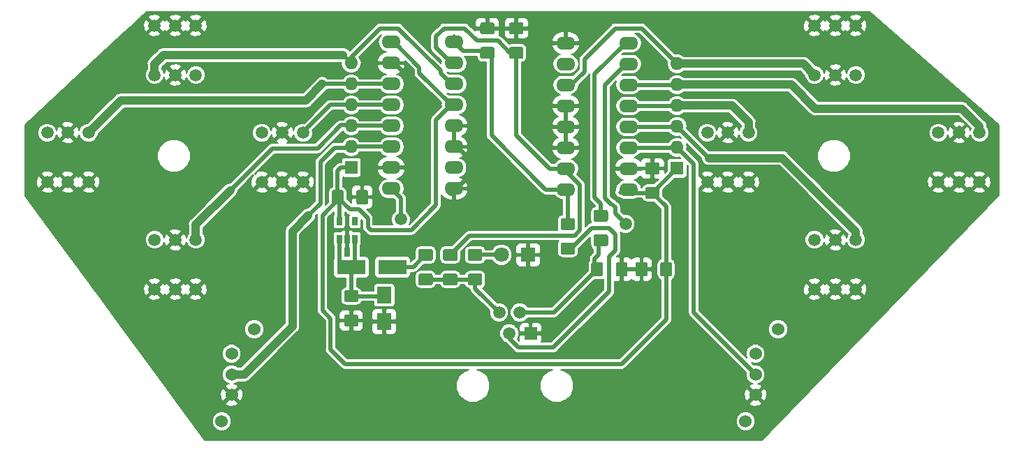
<source format=gbr>
G04 #@! TF.GenerationSoftware,KiCad,Pcbnew,5.0.2-bee76a0~70~ubuntu18.10.1*
G04 #@! TF.CreationDate,2019-01-18T16:51:24-06:00*
G04 #@! TF.ProjectId,JudgeBoard,4a756467-6542-46f6-9172-642e6b696361,rev?*
G04 #@! TF.SameCoordinates,PXc9538d0PY6d58ad0*
G04 #@! TF.FileFunction,Copper,L1,Top*
G04 #@! TF.FilePolarity,Positive*
%FSLAX46Y46*%
G04 Gerber Fmt 4.6, Leading zero omitted, Abs format (unit mm)*
G04 Created by KiCad (PCBNEW 5.0.2-bee76a0~70~ubuntu18.10.1) date Fri 18 Jan 2019 04:51:24 PM CST*
%MOMM*%
%LPD*%
G01*
G04 APERTURE LIST*
G04 #@! TA.AperFunction,Conductor*
%ADD10C,0.100000*%
G04 #@! TD*
G04 #@! TA.AperFunction,SMDPad,CuDef*
%ADD11C,1.425000*%
G04 #@! TD*
G04 #@! TA.AperFunction,SMDPad,CuDef*
%ADD12R,1.800000X2.000000*%
G04 #@! TD*
G04 #@! TA.AperFunction,WasherPad*
%ADD13C,1.524000*%
G04 #@! TD*
G04 #@! TA.AperFunction,ComponentPad*
%ADD14C,1.524000*%
G04 #@! TD*
G04 #@! TA.AperFunction,ComponentPad*
%ADD15R,1.520000X1.520000*%
G04 #@! TD*
G04 #@! TA.AperFunction,ComponentPad*
%ADD16C,1.520000*%
G04 #@! TD*
G04 #@! TA.AperFunction,ComponentPad*
%ADD17R,1.800000X1.800000*%
G04 #@! TD*
G04 #@! TA.AperFunction,ComponentPad*
%ADD18C,1.800000*%
G04 #@! TD*
G04 #@! TA.AperFunction,SMDPad,CuDef*
%ADD19R,0.650000X1.060000*%
G04 #@! TD*
G04 #@! TA.AperFunction,ComponentPad*
%ADD20O,1.600000X1.600000*%
G04 #@! TD*
G04 #@! TA.AperFunction,ComponentPad*
%ADD21R,1.600000X1.600000*%
G04 #@! TD*
G04 #@! TA.AperFunction,ComponentPad*
%ADD22O,2.300000X1.600000*%
G04 #@! TD*
G04 #@! TA.AperFunction,ComponentPad*
%ADD23C,1.500000*%
G04 #@! TD*
G04 #@! TA.AperFunction,SMDPad,CuDef*
%ADD24R,3.500000X1.800000*%
G04 #@! TD*
G04 #@! TA.AperFunction,ViaPad*
%ADD25C,1.500000*%
G04 #@! TD*
G04 #@! TA.AperFunction,Conductor*
%ADD26C,0.250000*%
G04 #@! TD*
G04 #@! TA.AperFunction,Conductor*
%ADD27C,0.500000*%
G04 #@! TD*
G04 #@! TA.AperFunction,Conductor*
%ADD28C,0.400000*%
G04 #@! TD*
G04 #@! TA.AperFunction,Conductor*
%ADD29C,1.000000*%
G04 #@! TD*
G04 #@! TA.AperFunction,Conductor*
%ADD30C,0.200000*%
G04 #@! TD*
G04 APERTURE END LIST*
D10*
G04 #@! TO.N,Net-(C4-Pad1)*
G04 #@! TO.C,R2*
G36*
X-48100496Y25473796D02*
X-48076227Y25470196D01*
X-48052429Y25464235D01*
X-48029329Y25455970D01*
X-48007151Y25445480D01*
X-47986107Y25432867D01*
X-47966402Y25418253D01*
X-47948223Y25401777D01*
X-47931747Y25383598D01*
X-47917133Y25363893D01*
X-47904520Y25342849D01*
X-47894030Y25320671D01*
X-47885765Y25297571D01*
X-47879804Y25273773D01*
X-47876204Y25249504D01*
X-47875000Y25225000D01*
X-47875000Y24300000D01*
X-47876204Y24275496D01*
X-47879804Y24251227D01*
X-47885765Y24227429D01*
X-47894030Y24204329D01*
X-47904520Y24182151D01*
X-47917133Y24161107D01*
X-47931747Y24141402D01*
X-47948223Y24123223D01*
X-47966402Y24106747D01*
X-47986107Y24092133D01*
X-48007151Y24079520D01*
X-48029329Y24069030D01*
X-48052429Y24060765D01*
X-48076227Y24054804D01*
X-48100496Y24051204D01*
X-48125000Y24050000D01*
X-49375000Y24050000D01*
X-49399504Y24051204D01*
X-49423773Y24054804D01*
X-49447571Y24060765D01*
X-49470671Y24069030D01*
X-49492849Y24079520D01*
X-49513893Y24092133D01*
X-49533598Y24106747D01*
X-49551777Y24123223D01*
X-49568253Y24141402D01*
X-49582867Y24161107D01*
X-49595480Y24182151D01*
X-49605970Y24204329D01*
X-49614235Y24227429D01*
X-49620196Y24251227D01*
X-49623796Y24275496D01*
X-49625000Y24300000D01*
X-49625000Y25225000D01*
X-49623796Y25249504D01*
X-49620196Y25273773D01*
X-49614235Y25297571D01*
X-49605970Y25320671D01*
X-49595480Y25342849D01*
X-49582867Y25363893D01*
X-49568253Y25383598D01*
X-49551777Y25401777D01*
X-49533598Y25418253D01*
X-49513893Y25432867D01*
X-49492849Y25445480D01*
X-49470671Y25455970D01*
X-49447571Y25464235D01*
X-49423773Y25470196D01*
X-49399504Y25473796D01*
X-49375000Y25475000D01*
X-48125000Y25475000D01*
X-48100496Y25473796D01*
X-48100496Y25473796D01*
G37*
D11*
G04 #@! TD*
G04 #@! TO.P,R2,2*
G04 #@! TO.N,Net-(C4-Pad1)*
X-48750000Y24762500D03*
D10*
G04 #@! TO.N,/Q*
G04 #@! TO.C,R2*
G36*
X-48100496Y28448796D02*
X-48076227Y28445196D01*
X-48052429Y28439235D01*
X-48029329Y28430970D01*
X-48007151Y28420480D01*
X-47986107Y28407867D01*
X-47966402Y28393253D01*
X-47948223Y28376777D01*
X-47931747Y28358598D01*
X-47917133Y28338893D01*
X-47904520Y28317849D01*
X-47894030Y28295671D01*
X-47885765Y28272571D01*
X-47879804Y28248773D01*
X-47876204Y28224504D01*
X-47875000Y28200000D01*
X-47875000Y27275000D01*
X-47876204Y27250496D01*
X-47879804Y27226227D01*
X-47885765Y27202429D01*
X-47894030Y27179329D01*
X-47904520Y27157151D01*
X-47917133Y27136107D01*
X-47931747Y27116402D01*
X-47948223Y27098223D01*
X-47966402Y27081747D01*
X-47986107Y27067133D01*
X-48007151Y27054520D01*
X-48029329Y27044030D01*
X-48052429Y27035765D01*
X-48076227Y27029804D01*
X-48100496Y27026204D01*
X-48125000Y27025000D01*
X-49375000Y27025000D01*
X-49399504Y27026204D01*
X-49423773Y27029804D01*
X-49447571Y27035765D01*
X-49470671Y27044030D01*
X-49492849Y27054520D01*
X-49513893Y27067133D01*
X-49533598Y27081747D01*
X-49551777Y27098223D01*
X-49568253Y27116402D01*
X-49582867Y27136107D01*
X-49595480Y27157151D01*
X-49605970Y27179329D01*
X-49614235Y27202429D01*
X-49620196Y27226227D01*
X-49623796Y27250496D01*
X-49625000Y27275000D01*
X-49625000Y28200000D01*
X-49623796Y28224504D01*
X-49620196Y28248773D01*
X-49614235Y28272571D01*
X-49605970Y28295671D01*
X-49595480Y28317849D01*
X-49582867Y28338893D01*
X-49568253Y28358598D01*
X-49551777Y28376777D01*
X-49533598Y28393253D01*
X-49513893Y28407867D01*
X-49492849Y28420480D01*
X-49470671Y28430970D01*
X-49447571Y28439235D01*
X-49423773Y28445196D01*
X-49399504Y28448796D01*
X-49375000Y28450000D01*
X-48125000Y28450000D01*
X-48100496Y28448796D01*
X-48100496Y28448796D01*
G37*
D11*
G04 #@! TD*
G04 #@! TO.P,R2,1*
G04 #@! TO.N,/Q*
X-48750000Y27737500D03*
D12*
G04 #@! TO.P,D5,1*
G04 #@! TO.N,+5V*
X-75000000Y18100000D03*
G04 #@! TO.P,D5,2*
G04 #@! TO.N,GND*
X-75000000Y14900000D03*
G04 #@! TD*
D13*
G04 #@! TO.P,S6,*
G04 #@! TO.N,*
X-90754000Y13986000D03*
D14*
G04 #@! TO.P,S6,3*
G04 #@! TO.N,Net-(S6-Pad3)*
X-93504000Y10986000D03*
G04 #@! TO.P,S6,1*
G04 #@! TO.N,Net-(RN1-Pad2)*
X-93504000Y8486000D03*
G04 #@! TO.P,S6,2*
G04 #@! TO.N,GND*
X-93504000Y5986000D03*
D13*
G04 #@! TO.P,S6,*
G04 #@! TO.N,*
X-94704000Y2786000D03*
G04 #@! TD*
D10*
G04 #@! TO.N,GND*
G04 #@! TO.C,C5*
G36*
X-58350496Y51198796D02*
X-58326227Y51195196D01*
X-58302429Y51189235D01*
X-58279329Y51180970D01*
X-58257151Y51170480D01*
X-58236107Y51157867D01*
X-58216402Y51143253D01*
X-58198223Y51126777D01*
X-58181747Y51108598D01*
X-58167133Y51088893D01*
X-58154520Y51067849D01*
X-58144030Y51045671D01*
X-58135765Y51022571D01*
X-58129804Y50998773D01*
X-58126204Y50974504D01*
X-58125000Y50950000D01*
X-58125000Y50025000D01*
X-58126204Y50000496D01*
X-58129804Y49976227D01*
X-58135765Y49952429D01*
X-58144030Y49929329D01*
X-58154520Y49907151D01*
X-58167133Y49886107D01*
X-58181747Y49866402D01*
X-58198223Y49848223D01*
X-58216402Y49831747D01*
X-58236107Y49817133D01*
X-58257151Y49804520D01*
X-58279329Y49794030D01*
X-58302429Y49785765D01*
X-58326227Y49779804D01*
X-58350496Y49776204D01*
X-58375000Y49775000D01*
X-59625000Y49775000D01*
X-59649504Y49776204D01*
X-59673773Y49779804D01*
X-59697571Y49785765D01*
X-59720671Y49794030D01*
X-59742849Y49804520D01*
X-59763893Y49817133D01*
X-59783598Y49831747D01*
X-59801777Y49848223D01*
X-59818253Y49866402D01*
X-59832867Y49886107D01*
X-59845480Y49907151D01*
X-59855970Y49929329D01*
X-59864235Y49952429D01*
X-59870196Y49976227D01*
X-59873796Y50000496D01*
X-59875000Y50025000D01*
X-59875000Y50950000D01*
X-59873796Y50974504D01*
X-59870196Y50998773D01*
X-59864235Y51022571D01*
X-59855970Y51045671D01*
X-59845480Y51067849D01*
X-59832867Y51088893D01*
X-59818253Y51108598D01*
X-59801777Y51126777D01*
X-59783598Y51143253D01*
X-59763893Y51157867D01*
X-59742849Y51170480D01*
X-59720671Y51180970D01*
X-59697571Y51189235D01*
X-59673773Y51195196D01*
X-59649504Y51198796D01*
X-59625000Y51200000D01*
X-58375000Y51200000D01*
X-58350496Y51198796D01*
X-58350496Y51198796D01*
G37*
D11*
G04 #@! TD*
G04 #@! TO.P,C5,2*
G04 #@! TO.N,GND*
X-59000000Y50487500D03*
D10*
G04 #@! TO.N,/CLK*
G04 #@! TO.C,C5*
G36*
X-58350496Y48223796D02*
X-58326227Y48220196D01*
X-58302429Y48214235D01*
X-58279329Y48205970D01*
X-58257151Y48195480D01*
X-58236107Y48182867D01*
X-58216402Y48168253D01*
X-58198223Y48151777D01*
X-58181747Y48133598D01*
X-58167133Y48113893D01*
X-58154520Y48092849D01*
X-58144030Y48070671D01*
X-58135765Y48047571D01*
X-58129804Y48023773D01*
X-58126204Y47999504D01*
X-58125000Y47975000D01*
X-58125000Y47050000D01*
X-58126204Y47025496D01*
X-58129804Y47001227D01*
X-58135765Y46977429D01*
X-58144030Y46954329D01*
X-58154520Y46932151D01*
X-58167133Y46911107D01*
X-58181747Y46891402D01*
X-58198223Y46873223D01*
X-58216402Y46856747D01*
X-58236107Y46842133D01*
X-58257151Y46829520D01*
X-58279329Y46819030D01*
X-58302429Y46810765D01*
X-58326227Y46804804D01*
X-58350496Y46801204D01*
X-58375000Y46800000D01*
X-59625000Y46800000D01*
X-59649504Y46801204D01*
X-59673773Y46804804D01*
X-59697571Y46810765D01*
X-59720671Y46819030D01*
X-59742849Y46829520D01*
X-59763893Y46842133D01*
X-59783598Y46856747D01*
X-59801777Y46873223D01*
X-59818253Y46891402D01*
X-59832867Y46911107D01*
X-59845480Y46932151D01*
X-59855970Y46954329D01*
X-59864235Y46977429D01*
X-59870196Y47001227D01*
X-59873796Y47025496D01*
X-59875000Y47050000D01*
X-59875000Y47975000D01*
X-59873796Y47999504D01*
X-59870196Y48023773D01*
X-59864235Y48047571D01*
X-59855970Y48070671D01*
X-59845480Y48092849D01*
X-59832867Y48113893D01*
X-59818253Y48133598D01*
X-59801777Y48151777D01*
X-59783598Y48168253D01*
X-59763893Y48182867D01*
X-59742849Y48195480D01*
X-59720671Y48205970D01*
X-59697571Y48214235D01*
X-59673773Y48220196D01*
X-59649504Y48223796D01*
X-59625000Y48225000D01*
X-58375000Y48225000D01*
X-58350496Y48223796D01*
X-58350496Y48223796D01*
G37*
D11*
G04 #@! TD*
G04 #@! TO.P,C5,1*
G04 #@! TO.N,/CLK*
X-59000000Y47512500D03*
D10*
G04 #@! TO.N,/LOAD*
G04 #@! TO.C,C6*
G36*
X-61850496Y48223796D02*
X-61826227Y48220196D01*
X-61802429Y48214235D01*
X-61779329Y48205970D01*
X-61757151Y48195480D01*
X-61736107Y48182867D01*
X-61716402Y48168253D01*
X-61698223Y48151777D01*
X-61681747Y48133598D01*
X-61667133Y48113893D01*
X-61654520Y48092849D01*
X-61644030Y48070671D01*
X-61635765Y48047571D01*
X-61629804Y48023773D01*
X-61626204Y47999504D01*
X-61625000Y47975000D01*
X-61625000Y47050000D01*
X-61626204Y47025496D01*
X-61629804Y47001227D01*
X-61635765Y46977429D01*
X-61644030Y46954329D01*
X-61654520Y46932151D01*
X-61667133Y46911107D01*
X-61681747Y46891402D01*
X-61698223Y46873223D01*
X-61716402Y46856747D01*
X-61736107Y46842133D01*
X-61757151Y46829520D01*
X-61779329Y46819030D01*
X-61802429Y46810765D01*
X-61826227Y46804804D01*
X-61850496Y46801204D01*
X-61875000Y46800000D01*
X-63125000Y46800000D01*
X-63149504Y46801204D01*
X-63173773Y46804804D01*
X-63197571Y46810765D01*
X-63220671Y46819030D01*
X-63242849Y46829520D01*
X-63263893Y46842133D01*
X-63283598Y46856747D01*
X-63301777Y46873223D01*
X-63318253Y46891402D01*
X-63332867Y46911107D01*
X-63345480Y46932151D01*
X-63355970Y46954329D01*
X-63364235Y46977429D01*
X-63370196Y47001227D01*
X-63373796Y47025496D01*
X-63375000Y47050000D01*
X-63375000Y47975000D01*
X-63373796Y47999504D01*
X-63370196Y48023773D01*
X-63364235Y48047571D01*
X-63355970Y48070671D01*
X-63345480Y48092849D01*
X-63332867Y48113893D01*
X-63318253Y48133598D01*
X-63301777Y48151777D01*
X-63283598Y48168253D01*
X-63263893Y48182867D01*
X-63242849Y48195480D01*
X-63220671Y48205970D01*
X-63197571Y48214235D01*
X-63173773Y48220196D01*
X-63149504Y48223796D01*
X-63125000Y48225000D01*
X-61875000Y48225000D01*
X-61850496Y48223796D01*
X-61850496Y48223796D01*
G37*
D11*
G04 #@! TD*
G04 #@! TO.P,C6,1*
G04 #@! TO.N,/LOAD*
X-62500000Y47512500D03*
D10*
G04 #@! TO.N,GND*
G04 #@! TO.C,C6*
G36*
X-61850496Y51198796D02*
X-61826227Y51195196D01*
X-61802429Y51189235D01*
X-61779329Y51180970D01*
X-61757151Y51170480D01*
X-61736107Y51157867D01*
X-61716402Y51143253D01*
X-61698223Y51126777D01*
X-61681747Y51108598D01*
X-61667133Y51088893D01*
X-61654520Y51067849D01*
X-61644030Y51045671D01*
X-61635765Y51022571D01*
X-61629804Y50998773D01*
X-61626204Y50974504D01*
X-61625000Y50950000D01*
X-61625000Y50025000D01*
X-61626204Y50000496D01*
X-61629804Y49976227D01*
X-61635765Y49952429D01*
X-61644030Y49929329D01*
X-61654520Y49907151D01*
X-61667133Y49886107D01*
X-61681747Y49866402D01*
X-61698223Y49848223D01*
X-61716402Y49831747D01*
X-61736107Y49817133D01*
X-61757151Y49804520D01*
X-61779329Y49794030D01*
X-61802429Y49785765D01*
X-61826227Y49779804D01*
X-61850496Y49776204D01*
X-61875000Y49775000D01*
X-63125000Y49775000D01*
X-63149504Y49776204D01*
X-63173773Y49779804D01*
X-63197571Y49785765D01*
X-63220671Y49794030D01*
X-63242849Y49804520D01*
X-63263893Y49817133D01*
X-63283598Y49831747D01*
X-63301777Y49848223D01*
X-63318253Y49866402D01*
X-63332867Y49886107D01*
X-63345480Y49907151D01*
X-63355970Y49929329D01*
X-63364235Y49952429D01*
X-63370196Y49976227D01*
X-63373796Y50000496D01*
X-63375000Y50025000D01*
X-63375000Y50950000D01*
X-63373796Y50974504D01*
X-63370196Y50998773D01*
X-63364235Y51022571D01*
X-63355970Y51045671D01*
X-63345480Y51067849D01*
X-63332867Y51088893D01*
X-63318253Y51108598D01*
X-63301777Y51126777D01*
X-63283598Y51143253D01*
X-63263893Y51157867D01*
X-63242849Y51170480D01*
X-63220671Y51180970D01*
X-63197571Y51189235D01*
X-63173773Y51195196D01*
X-63149504Y51198796D01*
X-63125000Y51200000D01*
X-61875000Y51200000D01*
X-61850496Y51198796D01*
X-61850496Y51198796D01*
G37*
D11*
G04 #@! TD*
G04 #@! TO.P,C6,2*
G04 #@! TO.N,GND*
X-62500000Y50487500D03*
D15*
G04 #@! TO.P,J1,1*
G04 #@! TO.N,GND*
X-57270000Y13460000D03*
D16*
G04 #@! TO.P,J1,2*
G04 #@! TO.N,Net-(C4-Pad1)*
X-58570000Y16000000D03*
G04 #@! TO.P,J1,3*
G04 #@! TO.N,Net-(J1-Pad3)*
X-59840000Y13460000D03*
G04 #@! TO.P,J1,4*
G04 #@! TO.N,Net-(J1-Pad4)*
X-61080000Y16000000D03*
G04 #@! TD*
D17*
G04 #@! TO.P,D1,1*
G04 #@! TO.N,GND*
X-57550000Y23000000D03*
D18*
G04 #@! TO.P,D1,2*
G04 #@! TO.N,Net-(D1-Pad2)*
X-60790000Y23000000D03*
G04 #@! TD*
D10*
G04 #@! TO.N,GND*
G04 #@! TO.C,C4*
G36*
X-45741796Y22123796D02*
X-45717527Y22120196D01*
X-45693729Y22114235D01*
X-45670629Y22105970D01*
X-45648451Y22095480D01*
X-45627407Y22082867D01*
X-45607702Y22068253D01*
X-45589523Y22051777D01*
X-45573047Y22033598D01*
X-45558433Y22013893D01*
X-45545820Y21992849D01*
X-45535330Y21970671D01*
X-45527065Y21947571D01*
X-45521104Y21923773D01*
X-45517504Y21899504D01*
X-45516300Y21875000D01*
X-45516300Y20625000D01*
X-45517504Y20600496D01*
X-45521104Y20576227D01*
X-45527065Y20552429D01*
X-45535330Y20529329D01*
X-45545820Y20507151D01*
X-45558433Y20486107D01*
X-45573047Y20466402D01*
X-45589523Y20448223D01*
X-45607702Y20431747D01*
X-45627407Y20417133D01*
X-45648451Y20404520D01*
X-45670629Y20394030D01*
X-45693729Y20385765D01*
X-45717527Y20379804D01*
X-45741796Y20376204D01*
X-45766300Y20375000D01*
X-46691300Y20375000D01*
X-46715804Y20376204D01*
X-46740073Y20379804D01*
X-46763871Y20385765D01*
X-46786971Y20394030D01*
X-46809149Y20404520D01*
X-46830193Y20417133D01*
X-46849898Y20431747D01*
X-46868077Y20448223D01*
X-46884553Y20466402D01*
X-46899167Y20486107D01*
X-46911780Y20507151D01*
X-46922270Y20529329D01*
X-46930535Y20552429D01*
X-46936496Y20576227D01*
X-46940096Y20600496D01*
X-46941300Y20625000D01*
X-46941300Y21875000D01*
X-46940096Y21899504D01*
X-46936496Y21923773D01*
X-46930535Y21947571D01*
X-46922270Y21970671D01*
X-46911780Y21992849D01*
X-46899167Y22013893D01*
X-46884553Y22033598D01*
X-46868077Y22051777D01*
X-46849898Y22068253D01*
X-46830193Y22082867D01*
X-46809149Y22095480D01*
X-46786971Y22105970D01*
X-46763871Y22114235D01*
X-46740073Y22120196D01*
X-46715804Y22123796D01*
X-46691300Y22125000D01*
X-45766300Y22125000D01*
X-45741796Y22123796D01*
X-45741796Y22123796D01*
G37*
D11*
G04 #@! TD*
G04 #@! TO.P,C4,2*
G04 #@! TO.N,GND*
X-46228800Y21250000D03*
D10*
G04 #@! TO.N,Net-(C4-Pad1)*
G04 #@! TO.C,C4*
G36*
X-48716796Y22123796D02*
X-48692527Y22120196D01*
X-48668729Y22114235D01*
X-48645629Y22105970D01*
X-48623451Y22095480D01*
X-48602407Y22082867D01*
X-48582702Y22068253D01*
X-48564523Y22051777D01*
X-48548047Y22033598D01*
X-48533433Y22013893D01*
X-48520820Y21992849D01*
X-48510330Y21970671D01*
X-48502065Y21947571D01*
X-48496104Y21923773D01*
X-48492504Y21899504D01*
X-48491300Y21875000D01*
X-48491300Y20625000D01*
X-48492504Y20600496D01*
X-48496104Y20576227D01*
X-48502065Y20552429D01*
X-48510330Y20529329D01*
X-48520820Y20507151D01*
X-48533433Y20486107D01*
X-48548047Y20466402D01*
X-48564523Y20448223D01*
X-48582702Y20431747D01*
X-48602407Y20417133D01*
X-48623451Y20404520D01*
X-48645629Y20394030D01*
X-48668729Y20385765D01*
X-48692527Y20379804D01*
X-48716796Y20376204D01*
X-48741300Y20375000D01*
X-49666300Y20375000D01*
X-49690804Y20376204D01*
X-49715073Y20379804D01*
X-49738871Y20385765D01*
X-49761971Y20394030D01*
X-49784149Y20404520D01*
X-49805193Y20417133D01*
X-49824898Y20431747D01*
X-49843077Y20448223D01*
X-49859553Y20466402D01*
X-49874167Y20486107D01*
X-49886780Y20507151D01*
X-49897270Y20529329D01*
X-49905535Y20552429D01*
X-49911496Y20576227D01*
X-49915096Y20600496D01*
X-49916300Y20625000D01*
X-49916300Y21875000D01*
X-49915096Y21899504D01*
X-49911496Y21923773D01*
X-49905535Y21947571D01*
X-49897270Y21970671D01*
X-49886780Y21992849D01*
X-49874167Y22013893D01*
X-49859553Y22033598D01*
X-49843077Y22051777D01*
X-49824898Y22068253D01*
X-49805193Y22082867D01*
X-49784149Y22095480D01*
X-49761971Y22105970D01*
X-49738871Y22114235D01*
X-49715073Y22120196D01*
X-49690804Y22123796D01*
X-49666300Y22125000D01*
X-48741300Y22125000D01*
X-48716796Y22123796D01*
X-48716796Y22123796D01*
G37*
D11*
G04 #@! TD*
G04 #@! TO.P,C4,1*
G04 #@! TO.N,Net-(C4-Pad1)*
X-49203800Y21250000D03*
D10*
G04 #@! TO.N,+5V*
G04 #@! TO.C,C3*
G36*
X-78350496Y18698796D02*
X-78326227Y18695196D01*
X-78302429Y18689235D01*
X-78279329Y18680970D01*
X-78257151Y18670480D01*
X-78236107Y18657867D01*
X-78216402Y18643253D01*
X-78198223Y18626777D01*
X-78181747Y18608598D01*
X-78167133Y18588893D01*
X-78154520Y18567849D01*
X-78144030Y18545671D01*
X-78135765Y18522571D01*
X-78129804Y18498773D01*
X-78126204Y18474504D01*
X-78125000Y18450000D01*
X-78125000Y17525000D01*
X-78126204Y17500496D01*
X-78129804Y17476227D01*
X-78135765Y17452429D01*
X-78144030Y17429329D01*
X-78154520Y17407151D01*
X-78167133Y17386107D01*
X-78181747Y17366402D01*
X-78198223Y17348223D01*
X-78216402Y17331747D01*
X-78236107Y17317133D01*
X-78257151Y17304520D01*
X-78279329Y17294030D01*
X-78302429Y17285765D01*
X-78326227Y17279804D01*
X-78350496Y17276204D01*
X-78375000Y17275000D01*
X-79625000Y17275000D01*
X-79649504Y17276204D01*
X-79673773Y17279804D01*
X-79697571Y17285765D01*
X-79720671Y17294030D01*
X-79742849Y17304520D01*
X-79763893Y17317133D01*
X-79783598Y17331747D01*
X-79801777Y17348223D01*
X-79818253Y17366402D01*
X-79832867Y17386107D01*
X-79845480Y17407151D01*
X-79855970Y17429329D01*
X-79864235Y17452429D01*
X-79870196Y17476227D01*
X-79873796Y17500496D01*
X-79875000Y17525000D01*
X-79875000Y18450000D01*
X-79873796Y18474504D01*
X-79870196Y18498773D01*
X-79864235Y18522571D01*
X-79855970Y18545671D01*
X-79845480Y18567849D01*
X-79832867Y18588893D01*
X-79818253Y18608598D01*
X-79801777Y18626777D01*
X-79783598Y18643253D01*
X-79763893Y18657867D01*
X-79742849Y18670480D01*
X-79720671Y18680970D01*
X-79697571Y18689235D01*
X-79673773Y18695196D01*
X-79649504Y18698796D01*
X-79625000Y18700000D01*
X-78375000Y18700000D01*
X-78350496Y18698796D01*
X-78350496Y18698796D01*
G37*
D11*
G04 #@! TD*
G04 #@! TO.P,C3,1*
G04 #@! TO.N,+5V*
X-79000000Y17987500D03*
D10*
G04 #@! TO.N,GND*
G04 #@! TO.C,C3*
G36*
X-78350496Y15723796D02*
X-78326227Y15720196D01*
X-78302429Y15714235D01*
X-78279329Y15705970D01*
X-78257151Y15695480D01*
X-78236107Y15682867D01*
X-78216402Y15668253D01*
X-78198223Y15651777D01*
X-78181747Y15633598D01*
X-78167133Y15613893D01*
X-78154520Y15592849D01*
X-78144030Y15570671D01*
X-78135765Y15547571D01*
X-78129804Y15523773D01*
X-78126204Y15499504D01*
X-78125000Y15475000D01*
X-78125000Y14550000D01*
X-78126204Y14525496D01*
X-78129804Y14501227D01*
X-78135765Y14477429D01*
X-78144030Y14454329D01*
X-78154520Y14432151D01*
X-78167133Y14411107D01*
X-78181747Y14391402D01*
X-78198223Y14373223D01*
X-78216402Y14356747D01*
X-78236107Y14342133D01*
X-78257151Y14329520D01*
X-78279329Y14319030D01*
X-78302429Y14310765D01*
X-78326227Y14304804D01*
X-78350496Y14301204D01*
X-78375000Y14300000D01*
X-79625000Y14300000D01*
X-79649504Y14301204D01*
X-79673773Y14304804D01*
X-79697571Y14310765D01*
X-79720671Y14319030D01*
X-79742849Y14329520D01*
X-79763893Y14342133D01*
X-79783598Y14356747D01*
X-79801777Y14373223D01*
X-79818253Y14391402D01*
X-79832867Y14411107D01*
X-79845480Y14432151D01*
X-79855970Y14454329D01*
X-79864235Y14477429D01*
X-79870196Y14501227D01*
X-79873796Y14525496D01*
X-79875000Y14550000D01*
X-79875000Y15475000D01*
X-79873796Y15499504D01*
X-79870196Y15523773D01*
X-79864235Y15547571D01*
X-79855970Y15570671D01*
X-79845480Y15592849D01*
X-79832867Y15613893D01*
X-79818253Y15633598D01*
X-79801777Y15651777D01*
X-79783598Y15668253D01*
X-79763893Y15682867D01*
X-79742849Y15695480D01*
X-79720671Y15705970D01*
X-79697571Y15714235D01*
X-79673773Y15720196D01*
X-79649504Y15723796D01*
X-79625000Y15725000D01*
X-78375000Y15725000D01*
X-78350496Y15723796D01*
X-78350496Y15723796D01*
G37*
D11*
G04 #@! TD*
G04 #@! TO.P,C3,2*
G04 #@! TO.N,GND*
X-79000000Y15012500D03*
D10*
G04 #@! TO.N,+3V3*
G04 #@! TO.C,C2*
G36*
X-41850496Y31223796D02*
X-41826227Y31220196D01*
X-41802429Y31214235D01*
X-41779329Y31205970D01*
X-41757151Y31195480D01*
X-41736107Y31182867D01*
X-41716402Y31168253D01*
X-41698223Y31151777D01*
X-41681747Y31133598D01*
X-41667133Y31113893D01*
X-41654520Y31092849D01*
X-41644030Y31070671D01*
X-41635765Y31047571D01*
X-41629804Y31023773D01*
X-41626204Y30999504D01*
X-41625000Y30975000D01*
X-41625000Y30050000D01*
X-41626204Y30025496D01*
X-41629804Y30001227D01*
X-41635765Y29977429D01*
X-41644030Y29954329D01*
X-41654520Y29932151D01*
X-41667133Y29911107D01*
X-41681747Y29891402D01*
X-41698223Y29873223D01*
X-41716402Y29856747D01*
X-41736107Y29842133D01*
X-41757151Y29829520D01*
X-41779329Y29819030D01*
X-41802429Y29810765D01*
X-41826227Y29804804D01*
X-41850496Y29801204D01*
X-41875000Y29800000D01*
X-43125000Y29800000D01*
X-43149504Y29801204D01*
X-43173773Y29804804D01*
X-43197571Y29810765D01*
X-43220671Y29819030D01*
X-43242849Y29829520D01*
X-43263893Y29842133D01*
X-43283598Y29856747D01*
X-43301777Y29873223D01*
X-43318253Y29891402D01*
X-43332867Y29911107D01*
X-43345480Y29932151D01*
X-43355970Y29954329D01*
X-43364235Y29977429D01*
X-43370196Y30001227D01*
X-43373796Y30025496D01*
X-43375000Y30050000D01*
X-43375000Y30975000D01*
X-43373796Y30999504D01*
X-43370196Y31023773D01*
X-43364235Y31047571D01*
X-43355970Y31070671D01*
X-43345480Y31092849D01*
X-43332867Y31113893D01*
X-43318253Y31133598D01*
X-43301777Y31151777D01*
X-43283598Y31168253D01*
X-43263893Y31182867D01*
X-43242849Y31195480D01*
X-43220671Y31205970D01*
X-43197571Y31214235D01*
X-43173773Y31220196D01*
X-43149504Y31223796D01*
X-43125000Y31225000D01*
X-41875000Y31225000D01*
X-41850496Y31223796D01*
X-41850496Y31223796D01*
G37*
D11*
G04 #@! TD*
G04 #@! TO.P,C2,2*
G04 #@! TO.N,+3V3*
X-42500000Y30512500D03*
D10*
G04 #@! TO.N,GND*
G04 #@! TO.C,C2*
G36*
X-41850496Y34198796D02*
X-41826227Y34195196D01*
X-41802429Y34189235D01*
X-41779329Y34180970D01*
X-41757151Y34170480D01*
X-41736107Y34157867D01*
X-41716402Y34143253D01*
X-41698223Y34126777D01*
X-41681747Y34108598D01*
X-41667133Y34088893D01*
X-41654520Y34067849D01*
X-41644030Y34045671D01*
X-41635765Y34022571D01*
X-41629804Y33998773D01*
X-41626204Y33974504D01*
X-41625000Y33950000D01*
X-41625000Y33025000D01*
X-41626204Y33000496D01*
X-41629804Y32976227D01*
X-41635765Y32952429D01*
X-41644030Y32929329D01*
X-41654520Y32907151D01*
X-41667133Y32886107D01*
X-41681747Y32866402D01*
X-41698223Y32848223D01*
X-41716402Y32831747D01*
X-41736107Y32817133D01*
X-41757151Y32804520D01*
X-41779329Y32794030D01*
X-41802429Y32785765D01*
X-41826227Y32779804D01*
X-41850496Y32776204D01*
X-41875000Y32775000D01*
X-43125000Y32775000D01*
X-43149504Y32776204D01*
X-43173773Y32779804D01*
X-43197571Y32785765D01*
X-43220671Y32794030D01*
X-43242849Y32804520D01*
X-43263893Y32817133D01*
X-43283598Y32831747D01*
X-43301777Y32848223D01*
X-43318253Y32866402D01*
X-43332867Y32886107D01*
X-43345480Y32907151D01*
X-43355970Y32929329D01*
X-43364235Y32952429D01*
X-43370196Y32976227D01*
X-43373796Y33000496D01*
X-43375000Y33025000D01*
X-43375000Y33950000D01*
X-43373796Y33974504D01*
X-43370196Y33998773D01*
X-43364235Y34022571D01*
X-43355970Y34045671D01*
X-43345480Y34067849D01*
X-43332867Y34088893D01*
X-43318253Y34108598D01*
X-43301777Y34126777D01*
X-43283598Y34143253D01*
X-43263893Y34157867D01*
X-43242849Y34170480D01*
X-43220671Y34180970D01*
X-43197571Y34189235D01*
X-43173773Y34195196D01*
X-43149504Y34198796D01*
X-43125000Y34200000D01*
X-41875000Y34200000D01*
X-41850496Y34198796D01*
X-41850496Y34198796D01*
G37*
D11*
G04 #@! TD*
G04 #@! TO.P,C2,1*
G04 #@! TO.N,GND*
X-42500000Y33487500D03*
D10*
G04 #@! TO.N,GND*
G04 #@! TO.C,C1*
G36*
X-77189296Y30873796D02*
X-77165027Y30870196D01*
X-77141229Y30864235D01*
X-77118129Y30855970D01*
X-77095951Y30845480D01*
X-77074907Y30832867D01*
X-77055202Y30818253D01*
X-77037023Y30801777D01*
X-77020547Y30783598D01*
X-77005933Y30763893D01*
X-76993320Y30742849D01*
X-76982830Y30720671D01*
X-76974565Y30697571D01*
X-76968604Y30673773D01*
X-76965004Y30649504D01*
X-76963800Y30625000D01*
X-76963800Y29375000D01*
X-76965004Y29350496D01*
X-76968604Y29326227D01*
X-76974565Y29302429D01*
X-76982830Y29279329D01*
X-76993320Y29257151D01*
X-77005933Y29236107D01*
X-77020547Y29216402D01*
X-77037023Y29198223D01*
X-77055202Y29181747D01*
X-77074907Y29167133D01*
X-77095951Y29154520D01*
X-77118129Y29144030D01*
X-77141229Y29135765D01*
X-77165027Y29129804D01*
X-77189296Y29126204D01*
X-77213800Y29125000D01*
X-78138800Y29125000D01*
X-78163304Y29126204D01*
X-78187573Y29129804D01*
X-78211371Y29135765D01*
X-78234471Y29144030D01*
X-78256649Y29154520D01*
X-78277693Y29167133D01*
X-78297398Y29181747D01*
X-78315577Y29198223D01*
X-78332053Y29216402D01*
X-78346667Y29236107D01*
X-78359280Y29257151D01*
X-78369770Y29279329D01*
X-78378035Y29302429D01*
X-78383996Y29326227D01*
X-78387596Y29350496D01*
X-78388800Y29375000D01*
X-78388800Y30625000D01*
X-78387596Y30649504D01*
X-78383996Y30673773D01*
X-78378035Y30697571D01*
X-78369770Y30720671D01*
X-78359280Y30742849D01*
X-78346667Y30763893D01*
X-78332053Y30783598D01*
X-78315577Y30801777D01*
X-78297398Y30818253D01*
X-78277693Y30832867D01*
X-78256649Y30845480D01*
X-78234471Y30855970D01*
X-78211371Y30864235D01*
X-78187573Y30870196D01*
X-78163304Y30873796D01*
X-78138800Y30875000D01*
X-77213800Y30875000D01*
X-77189296Y30873796D01*
X-77189296Y30873796D01*
G37*
D11*
G04 #@! TD*
G04 #@! TO.P,C1,1*
G04 #@! TO.N,GND*
X-77676300Y30000000D03*
D10*
G04 #@! TO.N,+3V3*
G04 #@! TO.C,C1*
G36*
X-80164296Y30873796D02*
X-80140027Y30870196D01*
X-80116229Y30864235D01*
X-80093129Y30855970D01*
X-80070951Y30845480D01*
X-80049907Y30832867D01*
X-80030202Y30818253D01*
X-80012023Y30801777D01*
X-79995547Y30783598D01*
X-79980933Y30763893D01*
X-79968320Y30742849D01*
X-79957830Y30720671D01*
X-79949565Y30697571D01*
X-79943604Y30673773D01*
X-79940004Y30649504D01*
X-79938800Y30625000D01*
X-79938800Y29375000D01*
X-79940004Y29350496D01*
X-79943604Y29326227D01*
X-79949565Y29302429D01*
X-79957830Y29279329D01*
X-79968320Y29257151D01*
X-79980933Y29236107D01*
X-79995547Y29216402D01*
X-80012023Y29198223D01*
X-80030202Y29181747D01*
X-80049907Y29167133D01*
X-80070951Y29154520D01*
X-80093129Y29144030D01*
X-80116229Y29135765D01*
X-80140027Y29129804D01*
X-80164296Y29126204D01*
X-80188800Y29125000D01*
X-81113800Y29125000D01*
X-81138304Y29126204D01*
X-81162573Y29129804D01*
X-81186371Y29135765D01*
X-81209471Y29144030D01*
X-81231649Y29154520D01*
X-81252693Y29167133D01*
X-81272398Y29181747D01*
X-81290577Y29198223D01*
X-81307053Y29216402D01*
X-81321667Y29236107D01*
X-81334280Y29257151D01*
X-81344770Y29279329D01*
X-81353035Y29302429D01*
X-81358996Y29326227D01*
X-81362596Y29350496D01*
X-81363800Y29375000D01*
X-81363800Y30625000D01*
X-81362596Y30649504D01*
X-81358996Y30673773D01*
X-81353035Y30697571D01*
X-81344770Y30720671D01*
X-81334280Y30742849D01*
X-81321667Y30763893D01*
X-81307053Y30783598D01*
X-81290577Y30801777D01*
X-81272398Y30818253D01*
X-81252693Y30832867D01*
X-81231649Y30845480D01*
X-81209471Y30855970D01*
X-81186371Y30864235D01*
X-81162573Y30870196D01*
X-81138304Y30873796D01*
X-81113800Y30875000D01*
X-80188800Y30875000D01*
X-80164296Y30873796D01*
X-80164296Y30873796D01*
G37*
D11*
G04 #@! TD*
G04 #@! TO.P,C1,2*
G04 #@! TO.N,+3V3*
X-80651300Y30000000D03*
D10*
G04 #@! TO.N,+3V3*
G04 #@! TO.C,D3*
G36*
X-40344296Y22123796D02*
X-40320027Y22120196D01*
X-40296229Y22114235D01*
X-40273129Y22105970D01*
X-40250951Y22095480D01*
X-40229907Y22082867D01*
X-40210202Y22068253D01*
X-40192023Y22051777D01*
X-40175547Y22033598D01*
X-40160933Y22013893D01*
X-40148320Y21992849D01*
X-40137830Y21970671D01*
X-40129565Y21947571D01*
X-40123604Y21923773D01*
X-40120004Y21899504D01*
X-40118800Y21875000D01*
X-40118800Y20625000D01*
X-40120004Y20600496D01*
X-40123604Y20576227D01*
X-40129565Y20552429D01*
X-40137830Y20529329D01*
X-40148320Y20507151D01*
X-40160933Y20486107D01*
X-40175547Y20466402D01*
X-40192023Y20448223D01*
X-40210202Y20431747D01*
X-40229907Y20417133D01*
X-40250951Y20404520D01*
X-40273129Y20394030D01*
X-40296229Y20385765D01*
X-40320027Y20379804D01*
X-40344296Y20376204D01*
X-40368800Y20375000D01*
X-41293800Y20375000D01*
X-41318304Y20376204D01*
X-41342573Y20379804D01*
X-41366371Y20385765D01*
X-41389471Y20394030D01*
X-41411649Y20404520D01*
X-41432693Y20417133D01*
X-41452398Y20431747D01*
X-41470577Y20448223D01*
X-41487053Y20466402D01*
X-41501667Y20486107D01*
X-41514280Y20507151D01*
X-41524770Y20529329D01*
X-41533035Y20552429D01*
X-41538996Y20576227D01*
X-41542596Y20600496D01*
X-41543800Y20625000D01*
X-41543800Y21875000D01*
X-41542596Y21899504D01*
X-41538996Y21923773D01*
X-41533035Y21947571D01*
X-41524770Y21970671D01*
X-41514280Y21992849D01*
X-41501667Y22013893D01*
X-41487053Y22033598D01*
X-41470577Y22051777D01*
X-41452398Y22068253D01*
X-41432693Y22082867D01*
X-41411649Y22095480D01*
X-41389471Y22105970D01*
X-41366371Y22114235D01*
X-41342573Y22120196D01*
X-41318304Y22123796D01*
X-41293800Y22125000D01*
X-40368800Y22125000D01*
X-40344296Y22123796D01*
X-40344296Y22123796D01*
G37*
D11*
G04 #@! TD*
G04 #@! TO.P,D3,1*
G04 #@! TO.N,+3V3*
X-40831300Y21250000D03*
D10*
G04 #@! TO.N,GND*
G04 #@! TO.C,D3*
G36*
X-43319296Y22123796D02*
X-43295027Y22120196D01*
X-43271229Y22114235D01*
X-43248129Y22105970D01*
X-43225951Y22095480D01*
X-43204907Y22082867D01*
X-43185202Y22068253D01*
X-43167023Y22051777D01*
X-43150547Y22033598D01*
X-43135933Y22013893D01*
X-43123320Y21992849D01*
X-43112830Y21970671D01*
X-43104565Y21947571D01*
X-43098604Y21923773D01*
X-43095004Y21899504D01*
X-43093800Y21875000D01*
X-43093800Y20625000D01*
X-43095004Y20600496D01*
X-43098604Y20576227D01*
X-43104565Y20552429D01*
X-43112830Y20529329D01*
X-43123320Y20507151D01*
X-43135933Y20486107D01*
X-43150547Y20466402D01*
X-43167023Y20448223D01*
X-43185202Y20431747D01*
X-43204907Y20417133D01*
X-43225951Y20404520D01*
X-43248129Y20394030D01*
X-43271229Y20385765D01*
X-43295027Y20379804D01*
X-43319296Y20376204D01*
X-43343800Y20375000D01*
X-44268800Y20375000D01*
X-44293304Y20376204D01*
X-44317573Y20379804D01*
X-44341371Y20385765D01*
X-44364471Y20394030D01*
X-44386649Y20404520D01*
X-44407693Y20417133D01*
X-44427398Y20431747D01*
X-44445577Y20448223D01*
X-44462053Y20466402D01*
X-44476667Y20486107D01*
X-44489280Y20507151D01*
X-44499770Y20529329D01*
X-44508035Y20552429D01*
X-44513996Y20576227D01*
X-44517596Y20600496D01*
X-44518800Y20625000D01*
X-44518800Y21875000D01*
X-44517596Y21899504D01*
X-44513996Y21923773D01*
X-44508035Y21947571D01*
X-44499770Y21970671D01*
X-44489280Y21992849D01*
X-44476667Y22013893D01*
X-44462053Y22033598D01*
X-44445577Y22051777D01*
X-44427398Y22068253D01*
X-44407693Y22082867D01*
X-44386649Y22095480D01*
X-44364471Y22105970D01*
X-44341371Y22114235D01*
X-44317573Y22120196D01*
X-44293304Y22123796D01*
X-44268800Y22125000D01*
X-43343800Y22125000D01*
X-43319296Y22123796D01*
X-43319296Y22123796D01*
G37*
D11*
G04 #@! TD*
G04 #@! TO.P,D3,2*
G04 #@! TO.N,GND*
X-43806300Y21250000D03*
D19*
G04 #@! TO.P,U3,1*
G04 #@! TO.N,+5V*
X-80450000Y24900000D03*
G04 #@! TO.P,U3,2*
G04 #@! TO.N,GND*
X-79500000Y24900000D03*
G04 #@! TO.P,U3,3*
G04 #@! TO.N,+5V*
X-78550000Y24900000D03*
G04 #@! TO.P,U3,4*
G04 #@! TO.N,Net-(U3-Pad4)*
X-78550000Y27100000D03*
G04 #@! TO.P,U3,5*
G04 #@! TO.N,+3V3*
X-80450000Y27100000D03*
G04 #@! TD*
D10*
G04 #@! TO.N,/CLK*
G04 #@! TO.C,R5*
G36*
X-66350496Y23698796D02*
X-66326227Y23695196D01*
X-66302429Y23689235D01*
X-66279329Y23680970D01*
X-66257151Y23670480D01*
X-66236107Y23657867D01*
X-66216402Y23643253D01*
X-66198223Y23626777D01*
X-66181747Y23608598D01*
X-66167133Y23588893D01*
X-66154520Y23567849D01*
X-66144030Y23545671D01*
X-66135765Y23522571D01*
X-66129804Y23498773D01*
X-66126204Y23474504D01*
X-66125000Y23450000D01*
X-66125000Y22525000D01*
X-66126204Y22500496D01*
X-66129804Y22476227D01*
X-66135765Y22452429D01*
X-66144030Y22429329D01*
X-66154520Y22407151D01*
X-66167133Y22386107D01*
X-66181747Y22366402D01*
X-66198223Y22348223D01*
X-66216402Y22331747D01*
X-66236107Y22317133D01*
X-66257151Y22304520D01*
X-66279329Y22294030D01*
X-66302429Y22285765D01*
X-66326227Y22279804D01*
X-66350496Y22276204D01*
X-66375000Y22275000D01*
X-67625000Y22275000D01*
X-67649504Y22276204D01*
X-67673773Y22279804D01*
X-67697571Y22285765D01*
X-67720671Y22294030D01*
X-67742849Y22304520D01*
X-67763893Y22317133D01*
X-67783598Y22331747D01*
X-67801777Y22348223D01*
X-67818253Y22366402D01*
X-67832867Y22386107D01*
X-67845480Y22407151D01*
X-67855970Y22429329D01*
X-67864235Y22452429D01*
X-67870196Y22476227D01*
X-67873796Y22500496D01*
X-67875000Y22525000D01*
X-67875000Y23450000D01*
X-67873796Y23474504D01*
X-67870196Y23498773D01*
X-67864235Y23522571D01*
X-67855970Y23545671D01*
X-67845480Y23567849D01*
X-67832867Y23588893D01*
X-67818253Y23608598D01*
X-67801777Y23626777D01*
X-67783598Y23643253D01*
X-67763893Y23657867D01*
X-67742849Y23670480D01*
X-67720671Y23680970D01*
X-67697571Y23689235D01*
X-67673773Y23695196D01*
X-67649504Y23698796D01*
X-67625000Y23700000D01*
X-66375000Y23700000D01*
X-66350496Y23698796D01*
X-66350496Y23698796D01*
G37*
D11*
G04 #@! TD*
G04 #@! TO.P,R5,1*
G04 #@! TO.N,/CLK*
X-67000000Y22987500D03*
D10*
G04 #@! TO.N,Net-(J1-Pad4)*
G04 #@! TO.C,R5*
G36*
X-66350496Y20723796D02*
X-66326227Y20720196D01*
X-66302429Y20714235D01*
X-66279329Y20705970D01*
X-66257151Y20695480D01*
X-66236107Y20682867D01*
X-66216402Y20668253D01*
X-66198223Y20651777D01*
X-66181747Y20633598D01*
X-66167133Y20613893D01*
X-66154520Y20592849D01*
X-66144030Y20570671D01*
X-66135765Y20547571D01*
X-66129804Y20523773D01*
X-66126204Y20499504D01*
X-66125000Y20475000D01*
X-66125000Y19550000D01*
X-66126204Y19525496D01*
X-66129804Y19501227D01*
X-66135765Y19477429D01*
X-66144030Y19454329D01*
X-66154520Y19432151D01*
X-66167133Y19411107D01*
X-66181747Y19391402D01*
X-66198223Y19373223D01*
X-66216402Y19356747D01*
X-66236107Y19342133D01*
X-66257151Y19329520D01*
X-66279329Y19319030D01*
X-66302429Y19310765D01*
X-66326227Y19304804D01*
X-66350496Y19301204D01*
X-66375000Y19300000D01*
X-67625000Y19300000D01*
X-67649504Y19301204D01*
X-67673773Y19304804D01*
X-67697571Y19310765D01*
X-67720671Y19319030D01*
X-67742849Y19329520D01*
X-67763893Y19342133D01*
X-67783598Y19356747D01*
X-67801777Y19373223D01*
X-67818253Y19391402D01*
X-67832867Y19411107D01*
X-67845480Y19432151D01*
X-67855970Y19454329D01*
X-67864235Y19477429D01*
X-67870196Y19501227D01*
X-67873796Y19525496D01*
X-67875000Y19550000D01*
X-67875000Y20475000D01*
X-67873796Y20499504D01*
X-67870196Y20523773D01*
X-67864235Y20547571D01*
X-67855970Y20570671D01*
X-67845480Y20592849D01*
X-67832867Y20613893D01*
X-67818253Y20633598D01*
X-67801777Y20651777D01*
X-67783598Y20668253D01*
X-67763893Y20682867D01*
X-67742849Y20695480D01*
X-67720671Y20705970D01*
X-67697571Y20714235D01*
X-67673773Y20720196D01*
X-67649504Y20723796D01*
X-67625000Y20725000D01*
X-66375000Y20725000D01*
X-66350496Y20723796D01*
X-66350496Y20723796D01*
G37*
D11*
G04 #@! TD*
G04 #@! TO.P,R5,2*
G04 #@! TO.N,Net-(J1-Pad4)*
X-67000000Y20012500D03*
D10*
G04 #@! TO.N,Net-(J1-Pad4)*
G04 #@! TO.C,R4*
G36*
X-69350496Y20723796D02*
X-69326227Y20720196D01*
X-69302429Y20714235D01*
X-69279329Y20705970D01*
X-69257151Y20695480D01*
X-69236107Y20682867D01*
X-69216402Y20668253D01*
X-69198223Y20651777D01*
X-69181747Y20633598D01*
X-69167133Y20613893D01*
X-69154520Y20592849D01*
X-69144030Y20570671D01*
X-69135765Y20547571D01*
X-69129804Y20523773D01*
X-69126204Y20499504D01*
X-69125000Y20475000D01*
X-69125000Y19550000D01*
X-69126204Y19525496D01*
X-69129804Y19501227D01*
X-69135765Y19477429D01*
X-69144030Y19454329D01*
X-69154520Y19432151D01*
X-69167133Y19411107D01*
X-69181747Y19391402D01*
X-69198223Y19373223D01*
X-69216402Y19356747D01*
X-69236107Y19342133D01*
X-69257151Y19329520D01*
X-69279329Y19319030D01*
X-69302429Y19310765D01*
X-69326227Y19304804D01*
X-69350496Y19301204D01*
X-69375000Y19300000D01*
X-70625000Y19300000D01*
X-70649504Y19301204D01*
X-70673773Y19304804D01*
X-70697571Y19310765D01*
X-70720671Y19319030D01*
X-70742849Y19329520D01*
X-70763893Y19342133D01*
X-70783598Y19356747D01*
X-70801777Y19373223D01*
X-70818253Y19391402D01*
X-70832867Y19411107D01*
X-70845480Y19432151D01*
X-70855970Y19454329D01*
X-70864235Y19477429D01*
X-70870196Y19501227D01*
X-70873796Y19525496D01*
X-70875000Y19550000D01*
X-70875000Y20475000D01*
X-70873796Y20499504D01*
X-70870196Y20523773D01*
X-70864235Y20547571D01*
X-70855970Y20570671D01*
X-70845480Y20592849D01*
X-70832867Y20613893D01*
X-70818253Y20633598D01*
X-70801777Y20651777D01*
X-70783598Y20668253D01*
X-70763893Y20682867D01*
X-70742849Y20695480D01*
X-70720671Y20705970D01*
X-70697571Y20714235D01*
X-70673773Y20720196D01*
X-70649504Y20723796D01*
X-70625000Y20725000D01*
X-69375000Y20725000D01*
X-69350496Y20723796D01*
X-69350496Y20723796D01*
G37*
D11*
G04 #@! TD*
G04 #@! TO.P,R4,2*
G04 #@! TO.N,Net-(J1-Pad4)*
X-70000000Y20012500D03*
D10*
G04 #@! TO.N,Net-(D2-Pad2)*
G04 #@! TO.C,R4*
G36*
X-69350496Y23698796D02*
X-69326227Y23695196D01*
X-69302429Y23689235D01*
X-69279329Y23680970D01*
X-69257151Y23670480D01*
X-69236107Y23657867D01*
X-69216402Y23643253D01*
X-69198223Y23626777D01*
X-69181747Y23608598D01*
X-69167133Y23588893D01*
X-69154520Y23567849D01*
X-69144030Y23545671D01*
X-69135765Y23522571D01*
X-69129804Y23498773D01*
X-69126204Y23474504D01*
X-69125000Y23450000D01*
X-69125000Y22525000D01*
X-69126204Y22500496D01*
X-69129804Y22476227D01*
X-69135765Y22452429D01*
X-69144030Y22429329D01*
X-69154520Y22407151D01*
X-69167133Y22386107D01*
X-69181747Y22366402D01*
X-69198223Y22348223D01*
X-69216402Y22331747D01*
X-69236107Y22317133D01*
X-69257151Y22304520D01*
X-69279329Y22294030D01*
X-69302429Y22285765D01*
X-69326227Y22279804D01*
X-69350496Y22276204D01*
X-69375000Y22275000D01*
X-70625000Y22275000D01*
X-70649504Y22276204D01*
X-70673773Y22279804D01*
X-70697571Y22285765D01*
X-70720671Y22294030D01*
X-70742849Y22304520D01*
X-70763893Y22317133D01*
X-70783598Y22331747D01*
X-70801777Y22348223D01*
X-70818253Y22366402D01*
X-70832867Y22386107D01*
X-70845480Y22407151D01*
X-70855970Y22429329D01*
X-70864235Y22452429D01*
X-70870196Y22476227D01*
X-70873796Y22500496D01*
X-70875000Y22525000D01*
X-70875000Y23450000D01*
X-70873796Y23474504D01*
X-70870196Y23498773D01*
X-70864235Y23522571D01*
X-70855970Y23545671D01*
X-70845480Y23567849D01*
X-70832867Y23588893D01*
X-70818253Y23608598D01*
X-70801777Y23626777D01*
X-70783598Y23643253D01*
X-70763893Y23657867D01*
X-70742849Y23670480D01*
X-70720671Y23680970D01*
X-70697571Y23689235D01*
X-70673773Y23695196D01*
X-70649504Y23698796D01*
X-70625000Y23700000D01*
X-69375000Y23700000D01*
X-69350496Y23698796D01*
X-69350496Y23698796D01*
G37*
D11*
G04 #@! TD*
G04 #@! TO.P,R4,1*
G04 #@! TO.N,Net-(D2-Pad2)*
X-70000000Y22987500D03*
D10*
G04 #@! TO.N,Net-(J1-Pad3)*
G04 #@! TO.C,R3*
G36*
X-52100496Y24473796D02*
X-52076227Y24470196D01*
X-52052429Y24464235D01*
X-52029329Y24455970D01*
X-52007151Y24445480D01*
X-51986107Y24432867D01*
X-51966402Y24418253D01*
X-51948223Y24401777D01*
X-51931747Y24383598D01*
X-51917133Y24363893D01*
X-51904520Y24342849D01*
X-51894030Y24320671D01*
X-51885765Y24297571D01*
X-51879804Y24273773D01*
X-51876204Y24249504D01*
X-51875000Y24225000D01*
X-51875000Y23300000D01*
X-51876204Y23275496D01*
X-51879804Y23251227D01*
X-51885765Y23227429D01*
X-51894030Y23204329D01*
X-51904520Y23182151D01*
X-51917133Y23161107D01*
X-51931747Y23141402D01*
X-51948223Y23123223D01*
X-51966402Y23106747D01*
X-51986107Y23092133D01*
X-52007151Y23079520D01*
X-52029329Y23069030D01*
X-52052429Y23060765D01*
X-52076227Y23054804D01*
X-52100496Y23051204D01*
X-52125000Y23050000D01*
X-53375000Y23050000D01*
X-53399504Y23051204D01*
X-53423773Y23054804D01*
X-53447571Y23060765D01*
X-53470671Y23069030D01*
X-53492849Y23079520D01*
X-53513893Y23092133D01*
X-53533598Y23106747D01*
X-53551777Y23123223D01*
X-53568253Y23141402D01*
X-53582867Y23161107D01*
X-53595480Y23182151D01*
X-53605970Y23204329D01*
X-53614235Y23227429D01*
X-53620196Y23251227D01*
X-53623796Y23275496D01*
X-53625000Y23300000D01*
X-53625000Y24225000D01*
X-53623796Y24249504D01*
X-53620196Y24273773D01*
X-53614235Y24297571D01*
X-53605970Y24320671D01*
X-53595480Y24342849D01*
X-53582867Y24363893D01*
X-53568253Y24383598D01*
X-53551777Y24401777D01*
X-53533598Y24418253D01*
X-53513893Y24432867D01*
X-53492849Y24445480D01*
X-53470671Y24455970D01*
X-53447571Y24464235D01*
X-53423773Y24470196D01*
X-53399504Y24473796D01*
X-53375000Y24475000D01*
X-52125000Y24475000D01*
X-52100496Y24473796D01*
X-52100496Y24473796D01*
G37*
D11*
G04 #@! TD*
G04 #@! TO.P,R3,1*
G04 #@! TO.N,Net-(J1-Pad3)*
X-52750000Y23762500D03*
D10*
G04 #@! TO.N,/LOAD*
G04 #@! TO.C,R3*
G36*
X-52100496Y27448796D02*
X-52076227Y27445196D01*
X-52052429Y27439235D01*
X-52029329Y27430970D01*
X-52007151Y27420480D01*
X-51986107Y27407867D01*
X-51966402Y27393253D01*
X-51948223Y27376777D01*
X-51931747Y27358598D01*
X-51917133Y27338893D01*
X-51904520Y27317849D01*
X-51894030Y27295671D01*
X-51885765Y27272571D01*
X-51879804Y27248773D01*
X-51876204Y27224504D01*
X-51875000Y27200000D01*
X-51875000Y26275000D01*
X-51876204Y26250496D01*
X-51879804Y26226227D01*
X-51885765Y26202429D01*
X-51894030Y26179329D01*
X-51904520Y26157151D01*
X-51917133Y26136107D01*
X-51931747Y26116402D01*
X-51948223Y26098223D01*
X-51966402Y26081747D01*
X-51986107Y26067133D01*
X-52007151Y26054520D01*
X-52029329Y26044030D01*
X-52052429Y26035765D01*
X-52076227Y26029804D01*
X-52100496Y26026204D01*
X-52125000Y26025000D01*
X-53375000Y26025000D01*
X-53399504Y26026204D01*
X-53423773Y26029804D01*
X-53447571Y26035765D01*
X-53470671Y26044030D01*
X-53492849Y26054520D01*
X-53513893Y26067133D01*
X-53533598Y26081747D01*
X-53551777Y26098223D01*
X-53568253Y26116402D01*
X-53582867Y26136107D01*
X-53595480Y26157151D01*
X-53605970Y26179329D01*
X-53614235Y26202429D01*
X-53620196Y26226227D01*
X-53623796Y26250496D01*
X-53625000Y26275000D01*
X-53625000Y27200000D01*
X-53623796Y27224504D01*
X-53620196Y27248773D01*
X-53614235Y27272571D01*
X-53605970Y27295671D01*
X-53595480Y27317849D01*
X-53582867Y27338893D01*
X-53568253Y27358598D01*
X-53551777Y27376777D01*
X-53533598Y27393253D01*
X-53513893Y27407867D01*
X-53492849Y27420480D01*
X-53470671Y27430970D01*
X-53447571Y27439235D01*
X-53423773Y27445196D01*
X-53399504Y27448796D01*
X-53375000Y27450000D01*
X-52125000Y27450000D01*
X-52100496Y27448796D01*
X-52100496Y27448796D01*
G37*
D11*
G04 #@! TD*
G04 #@! TO.P,R3,2*
G04 #@! TO.N,/LOAD*
X-52750000Y26737500D03*
D10*
G04 #@! TO.N,Net-(D1-Pad2)*
G04 #@! TO.C,R1*
G36*
X-63350496Y23698796D02*
X-63326227Y23695196D01*
X-63302429Y23689235D01*
X-63279329Y23680970D01*
X-63257151Y23670480D01*
X-63236107Y23657867D01*
X-63216402Y23643253D01*
X-63198223Y23626777D01*
X-63181747Y23608598D01*
X-63167133Y23588893D01*
X-63154520Y23567849D01*
X-63144030Y23545671D01*
X-63135765Y23522571D01*
X-63129804Y23498773D01*
X-63126204Y23474504D01*
X-63125000Y23450000D01*
X-63125000Y22525000D01*
X-63126204Y22500496D01*
X-63129804Y22476227D01*
X-63135765Y22452429D01*
X-63144030Y22429329D01*
X-63154520Y22407151D01*
X-63167133Y22386107D01*
X-63181747Y22366402D01*
X-63198223Y22348223D01*
X-63216402Y22331747D01*
X-63236107Y22317133D01*
X-63257151Y22304520D01*
X-63279329Y22294030D01*
X-63302429Y22285765D01*
X-63326227Y22279804D01*
X-63350496Y22276204D01*
X-63375000Y22275000D01*
X-64625000Y22275000D01*
X-64649504Y22276204D01*
X-64673773Y22279804D01*
X-64697571Y22285765D01*
X-64720671Y22294030D01*
X-64742849Y22304520D01*
X-64763893Y22317133D01*
X-64783598Y22331747D01*
X-64801777Y22348223D01*
X-64818253Y22366402D01*
X-64832867Y22386107D01*
X-64845480Y22407151D01*
X-64855970Y22429329D01*
X-64864235Y22452429D01*
X-64870196Y22476227D01*
X-64873796Y22500496D01*
X-64875000Y22525000D01*
X-64875000Y23450000D01*
X-64873796Y23474504D01*
X-64870196Y23498773D01*
X-64864235Y23522571D01*
X-64855970Y23545671D01*
X-64845480Y23567849D01*
X-64832867Y23588893D01*
X-64818253Y23608598D01*
X-64801777Y23626777D01*
X-64783598Y23643253D01*
X-64763893Y23657867D01*
X-64742849Y23670480D01*
X-64720671Y23680970D01*
X-64697571Y23689235D01*
X-64673773Y23695196D01*
X-64649504Y23698796D01*
X-64625000Y23700000D01*
X-63375000Y23700000D01*
X-63350496Y23698796D01*
X-63350496Y23698796D01*
G37*
D11*
G04 #@! TD*
G04 #@! TO.P,R1,1*
G04 #@! TO.N,Net-(D1-Pad2)*
X-64000000Y22987500D03*
D10*
G04 #@! TO.N,Net-(J1-Pad4)*
G04 #@! TO.C,R1*
G36*
X-63350496Y20723796D02*
X-63326227Y20720196D01*
X-63302429Y20714235D01*
X-63279329Y20705970D01*
X-63257151Y20695480D01*
X-63236107Y20682867D01*
X-63216402Y20668253D01*
X-63198223Y20651777D01*
X-63181747Y20633598D01*
X-63167133Y20613893D01*
X-63154520Y20592849D01*
X-63144030Y20570671D01*
X-63135765Y20547571D01*
X-63129804Y20523773D01*
X-63126204Y20499504D01*
X-63125000Y20475000D01*
X-63125000Y19550000D01*
X-63126204Y19525496D01*
X-63129804Y19501227D01*
X-63135765Y19477429D01*
X-63144030Y19454329D01*
X-63154520Y19432151D01*
X-63167133Y19411107D01*
X-63181747Y19391402D01*
X-63198223Y19373223D01*
X-63216402Y19356747D01*
X-63236107Y19342133D01*
X-63257151Y19329520D01*
X-63279329Y19319030D01*
X-63302429Y19310765D01*
X-63326227Y19304804D01*
X-63350496Y19301204D01*
X-63375000Y19300000D01*
X-64625000Y19300000D01*
X-64649504Y19301204D01*
X-64673773Y19304804D01*
X-64697571Y19310765D01*
X-64720671Y19319030D01*
X-64742849Y19329520D01*
X-64763893Y19342133D01*
X-64783598Y19356747D01*
X-64801777Y19373223D01*
X-64818253Y19391402D01*
X-64832867Y19411107D01*
X-64845480Y19432151D01*
X-64855970Y19454329D01*
X-64864235Y19477429D01*
X-64870196Y19501227D01*
X-64873796Y19525496D01*
X-64875000Y19550000D01*
X-64875000Y20475000D01*
X-64873796Y20499504D01*
X-64870196Y20523773D01*
X-64864235Y20547571D01*
X-64855970Y20570671D01*
X-64845480Y20592849D01*
X-64832867Y20613893D01*
X-64818253Y20633598D01*
X-64801777Y20651777D01*
X-64783598Y20668253D01*
X-64763893Y20682867D01*
X-64742849Y20695480D01*
X-64720671Y20705970D01*
X-64697571Y20714235D01*
X-64673773Y20720196D01*
X-64649504Y20723796D01*
X-64625000Y20725000D01*
X-63375000Y20725000D01*
X-63350496Y20723796D01*
X-63350496Y20723796D01*
G37*
D11*
G04 #@! TD*
G04 #@! TO.P,R1,2*
G04 #@! TO.N,Net-(J1-Pad4)*
X-64000000Y20012500D03*
D20*
G04 #@! TO.P,RN2,6*
G04 #@! TO.N,Net-(RN2-Pad6)*
X-39500000Y46200000D03*
G04 #@! TO.P,RN2,5*
G04 #@! TO.N,Net-(RN2-Pad5)*
X-39500000Y43660000D03*
G04 #@! TO.P,RN2,4*
G04 #@! TO.N,Net-(RN2-Pad4)*
X-39500000Y41120000D03*
G04 #@! TO.P,RN2,3*
G04 #@! TO.N,Net-(RN2-Pad3)*
X-39500000Y38580000D03*
G04 #@! TO.P,RN2,2*
G04 #@! TO.N,Net-(RN2-Pad2)*
X-39500000Y36040000D03*
D21*
G04 #@! TO.P,RN2,1*
G04 #@! TO.N,+3V3*
X-39500000Y33500000D03*
G04 #@! TD*
G04 #@! TO.P,RN1,1*
G04 #@! TO.N,+3V3*
X-79000000Y33576000D03*
D20*
G04 #@! TO.P,RN1,2*
G04 #@! TO.N,Net-(RN1-Pad2)*
X-79000000Y36116000D03*
G04 #@! TO.P,RN1,3*
G04 #@! TO.N,Net-(RN1-Pad3)*
X-79000000Y38656000D03*
G04 #@! TO.P,RN1,4*
G04 #@! TO.N,Net-(RN1-Pad4)*
X-79000000Y41196000D03*
G04 #@! TO.P,RN1,5*
G04 #@! TO.N,Net-(RN1-Pad5)*
X-79000000Y43736000D03*
G04 #@! TO.P,RN1,6*
G04 #@! TO.N,Net-(RN1-Pad6)*
X-79000000Y46276000D03*
G04 #@! TD*
D22*
G04 #@! TO.P,U1,1*
G04 #@! TO.N,/LOAD*
X-66540000Y48816000D03*
G04 #@! TO.P,U1,2*
G04 #@! TO.N,/CLK*
X-66540000Y46276000D03*
G04 #@! TO.P,U1,3*
G04 #@! TO.N,Net-(RN1-Pad6)*
X-66540000Y43736000D03*
G04 #@! TO.P,U1,4*
G04 #@! TO.N,+3V3*
X-66540000Y41196000D03*
G04 #@! TO.P,U1,5*
G04 #@! TO.N,GND*
X-66540000Y38656000D03*
G04 #@! TO.P,U1,6*
X-66540000Y36116000D03*
G04 #@! TO.P,U1,7*
G04 #@! TO.N,Net-(U1-Pad7)*
X-66540000Y33576000D03*
G04 #@! TO.P,U1,8*
G04 #@! TO.N,GND*
X-66540000Y31036000D03*
G04 #@! TO.P,U1,9*
G04 #@! TO.N,/Q_inter*
X-74160000Y31036000D03*
G04 #@! TO.P,U1,10*
G04 #@! TO.N,GND*
X-74160000Y33576000D03*
G04 #@! TO.P,U1,11*
G04 #@! TO.N,Net-(RN1-Pad2)*
X-74160000Y36116000D03*
G04 #@! TO.P,U1,12*
G04 #@! TO.N,Net-(RN1-Pad3)*
X-74160000Y38656000D03*
G04 #@! TO.P,U1,13*
G04 #@! TO.N,Net-(RN1-Pad4)*
X-74160000Y41196000D03*
G04 #@! TO.P,U1,14*
G04 #@! TO.N,Net-(RN1-Pad5)*
X-74160000Y43736000D03*
G04 #@! TO.P,U1,15*
G04 #@! TO.N,GND*
X-74160000Y46276000D03*
G04 #@! TO.P,U1,16*
G04 #@! TO.N,+3V3*
X-74160000Y48816000D03*
G04 #@! TD*
G04 #@! TO.P,U2,1*
G04 #@! TO.N,/LOAD*
X-53000000Y30916000D03*
G04 #@! TO.P,U2,2*
G04 #@! TO.N,/CLK*
X-53000000Y33456000D03*
G04 #@! TO.P,U2,3*
G04 #@! TO.N,GND*
X-53000000Y35996000D03*
G04 #@! TO.P,U2,4*
X-53000000Y38536000D03*
G04 #@! TO.P,U2,5*
X-53000000Y41076000D03*
G04 #@! TO.P,U2,6*
G04 #@! TO.N,Net-(RN2-Pad6)*
X-53000000Y43616000D03*
G04 #@! TO.P,U2,7*
G04 #@! TO.N,Net-(U2-Pad7)*
X-53000000Y46156000D03*
G04 #@! TO.P,U2,8*
G04 #@! TO.N,GND*
X-53000000Y48696000D03*
G04 #@! TO.P,U2,9*
G04 #@! TO.N,/Q*
X-45380000Y48696000D03*
G04 #@! TO.P,U2,10*
G04 #@! TO.N,/Q_inter*
X-45380000Y46156000D03*
G04 #@! TO.P,U2,11*
G04 #@! TO.N,Net-(RN2-Pad5)*
X-45380000Y43616000D03*
G04 #@! TO.P,U2,12*
G04 #@! TO.N,Net-(RN2-Pad4)*
X-45380000Y41076000D03*
G04 #@! TO.P,U2,13*
G04 #@! TO.N,Net-(RN2-Pad3)*
X-45380000Y38536000D03*
G04 #@! TO.P,U2,14*
G04 #@! TO.N,Net-(RN2-Pad2)*
X-45380000Y35996000D03*
G04 #@! TO.P,U2,15*
G04 #@! TO.N,GND*
X-45380000Y33456000D03*
G04 #@! TO.P,U2,16*
G04 #@! TO.N,+3V3*
X-45380000Y30916000D03*
G04 #@! TD*
D23*
G04 #@! TO.P,S1,3*
G04 #@! TO.N,Net-(S1-Pad3)*
X-97844000Y44826000D03*
G04 #@! TO.P,S1,2*
G04 #@! TO.N,GND*
X-100344000Y44826000D03*
G04 #@! TO.P,S1,1*
G04 #@! TO.N,Net-(RN1-Pad6)*
X-102844000Y44826000D03*
G04 #@! TO.P,S1,6*
G04 #@! TO.N,GND*
X-102844000Y50826000D03*
G04 #@! TO.P,S1,5*
X-100344000Y50826000D03*
G04 #@! TO.P,S1,4*
X-97844000Y50826000D03*
G04 #@! TD*
G04 #@! TO.P,S2,3*
G04 #@! TO.N,Net-(S2-Pad3)*
X-102844000Y24826000D03*
G04 #@! TO.P,S2,2*
G04 #@! TO.N,GND*
X-100344000Y24826000D03*
G04 #@! TO.P,S2,1*
G04 #@! TO.N,Net-(RN1-Pad3)*
X-97844000Y24826000D03*
G04 #@! TO.P,S2,6*
G04 #@! TO.N,GND*
X-97844000Y18826000D03*
G04 #@! TO.P,S2,5*
X-100344000Y18826000D03*
G04 #@! TO.P,S2,4*
X-102844000Y18826000D03*
G04 #@! TD*
G04 #@! TO.P,S3,3*
G04 #@! TO.N,Net-(S3-Pad3)*
X-89844000Y37826000D03*
G04 #@! TO.P,S3,2*
G04 #@! TO.N,GND*
X-87344000Y37826000D03*
G04 #@! TO.P,S3,1*
G04 #@! TO.N,Net-(RN1-Pad4)*
X-84844000Y37826000D03*
G04 #@! TO.P,S3,6*
G04 #@! TO.N,GND*
X-84844000Y31826000D03*
G04 #@! TO.P,S3,5*
X-87344000Y31826000D03*
G04 #@! TO.P,S3,4*
X-89844000Y31826000D03*
G04 #@! TD*
G04 #@! TO.P,S5,3*
G04 #@! TO.N,Net-(S5-Pad3)*
X-7844000Y37826000D03*
G04 #@! TO.P,S5,2*
G04 #@! TO.N,GND*
X-5344000Y37826000D03*
G04 #@! TO.P,S5,1*
G04 #@! TO.N,Net-(RN2-Pad5)*
X-2844000Y37826000D03*
G04 #@! TO.P,S5,6*
G04 #@! TO.N,GND*
X-2844000Y31826000D03*
G04 #@! TO.P,S5,5*
X-5344000Y31826000D03*
G04 #@! TO.P,S5,4*
X-7844000Y31826000D03*
G04 #@! TD*
G04 #@! TO.P,S7,3*
G04 #@! TO.N,Net-(S7-Pad3)*
X-115844000Y37826000D03*
G04 #@! TO.P,S7,2*
G04 #@! TO.N,GND*
X-113344000Y37826000D03*
G04 #@! TO.P,S7,1*
G04 #@! TO.N,Net-(RN1-Pad5)*
X-110844000Y37826000D03*
G04 #@! TO.P,S7,6*
G04 #@! TO.N,GND*
X-110844000Y31826000D03*
G04 #@! TO.P,S7,5*
X-113344000Y31826000D03*
G04 #@! TO.P,S7,4*
X-115844000Y31826000D03*
G04 #@! TD*
G04 #@! TO.P,S8,3*
G04 #@! TO.N,Net-(S8-Pad3)*
X-17844000Y44826000D03*
G04 #@! TO.P,S8,2*
G04 #@! TO.N,GND*
X-20344000Y44826000D03*
G04 #@! TO.P,S8,1*
G04 #@! TO.N,Net-(RN2-Pad6)*
X-22844000Y44826000D03*
G04 #@! TO.P,S8,6*
G04 #@! TO.N,GND*
X-22844000Y50826000D03*
G04 #@! TO.P,S8,5*
X-20344000Y50826000D03*
G04 #@! TO.P,S8,4*
X-17844000Y50826000D03*
G04 #@! TD*
G04 #@! TO.P,S9,3*
G04 #@! TO.N,Net-(S9-Pad3)*
X-22844000Y24826000D03*
G04 #@! TO.P,S9,2*
G04 #@! TO.N,GND*
X-20344000Y24826000D03*
G04 #@! TO.P,S9,1*
G04 #@! TO.N,Net-(RN2-Pad3)*
X-17844000Y24826000D03*
G04 #@! TO.P,S9,6*
G04 #@! TO.N,GND*
X-17844000Y18826000D03*
G04 #@! TO.P,S9,5*
X-20344000Y18826000D03*
G04 #@! TO.P,S9,4*
X-22844000Y18826000D03*
G04 #@! TD*
G04 #@! TO.P,S10,3*
G04 #@! TO.N,Net-(S10-Pad3)*
X-35844000Y37826000D03*
G04 #@! TO.P,S10,2*
G04 #@! TO.N,GND*
X-33344000Y37826000D03*
G04 #@! TO.P,S10,1*
G04 #@! TO.N,Net-(RN2-Pad4)*
X-30844000Y37826000D03*
G04 #@! TO.P,S10,6*
G04 #@! TO.N,GND*
X-30844000Y31826000D03*
G04 #@! TO.P,S10,5*
X-33344000Y31826000D03*
G04 #@! TO.P,S10,4*
X-35844000Y31826000D03*
G04 #@! TD*
D13*
G04 #@! TO.P,S4,*
G04 #@! TO.N,*
X-27254000Y13986000D03*
D14*
G04 #@! TO.P,S4,3*
G04 #@! TO.N,Net-(S4-Pad3)*
X-30004000Y10986000D03*
G04 #@! TO.P,S4,1*
G04 #@! TO.N,Net-(RN2-Pad2)*
X-30004000Y8486000D03*
G04 #@! TO.P,S4,2*
G04 #@! TO.N,GND*
X-30004000Y5986000D03*
D13*
G04 #@! TO.P,S4,*
G04 #@! TO.N,*
X-31204000Y2786000D03*
G04 #@! TD*
D24*
G04 #@! TO.P,D2,1*
G04 #@! TO.N,+5V*
X-79000000Y21500000D03*
G04 #@! TO.P,D2,2*
G04 #@! TO.N,Net-(D2-Pad2)*
X-74000000Y21500000D03*
G04 #@! TD*
D25*
G04 #@! TO.N,/Q_inter*
X-45750000Y26750000D03*
X-73000000Y27310000D03*
G04 #@! TD*
D26*
G04 #@! TO.N,/LOAD*
X-66540000Y48816000D02*
X-66032000Y48816000D01*
D27*
X-66540000Y48816000D02*
X-66540000Y49552500D01*
X-66540000Y48816000D02*
X-66316000Y48816000D01*
X-52750000Y30666000D02*
X-53000000Y30916000D01*
X-52750000Y26737500D02*
X-52750000Y30666000D01*
X-62737500Y47750000D02*
X-62500000Y47512500D01*
X-66540000Y48816000D02*
X-65474000Y47750000D01*
X-65474000Y47750000D02*
X-62737500Y47750000D01*
X-62000000Y47012500D02*
X-62500000Y47512500D01*
X-62000000Y37500000D02*
X-62000000Y47012500D01*
X-53000000Y30916000D02*
X-55416000Y30916000D01*
X-55416000Y30916000D02*
X-62000000Y37500000D01*
D26*
G04 #@! TO.N,/CLK*
X-66540000Y46276000D02*
X-66286000Y46276000D01*
X-66540000Y46276000D02*
X-66190000Y46276000D01*
D27*
X-66228653Y23758847D02*
X-67000000Y22987500D01*
X-64643644Y25343856D02*
X-66228653Y23758847D01*
X-51910614Y25343856D02*
X-64643644Y25343856D01*
X-51289990Y25964480D02*
X-51910614Y25343856D01*
X-51289990Y31479334D02*
X-51289990Y25964480D01*
X-53000000Y33189344D02*
X-51289990Y31479334D01*
X-53000000Y33456000D02*
X-53000000Y33189344D01*
X-63750000Y49000000D02*
X-61250000Y49000000D01*
X-61250000Y49000000D02*
X-59762500Y47512500D01*
X-66890000Y46276000D02*
X-68750000Y48136000D01*
X-66540000Y46276000D02*
X-66890000Y46276000D01*
X-59762500Y47512500D02*
X-59000000Y47512500D01*
X-68750000Y48136000D02*
X-68750000Y49500000D01*
X-68750000Y49500000D02*
X-67750000Y50500000D01*
X-67750000Y50500000D02*
X-65250000Y50500000D01*
X-65250000Y50500000D02*
X-63750000Y49000000D01*
X-54956000Y33456000D02*
X-53000000Y33456000D01*
X-59000000Y47512500D02*
X-59000000Y37500000D01*
X-59000000Y37500000D02*
X-54956000Y33456000D01*
D28*
G04 #@! TO.N,GND*
X-20344000Y24826000D02*
X-20344000Y24526000D01*
X-5344000Y38556000D02*
X-5344000Y37826000D01*
X-100344000Y24826000D02*
X-100344000Y25056000D01*
D26*
X-74160000Y46276000D02*
X-73398000Y46276000D01*
X-20344000Y24826000D02*
X-20344000Y24607000D01*
X-33344000Y37826000D02*
X-33344000Y38166000D01*
X-87344000Y37826000D02*
X-87344000Y37633000D01*
D28*
X-100344000Y50826000D02*
X-100344000Y51056000D01*
D29*
X-66910000Y30666000D02*
X-66540000Y31036000D01*
D26*
X-73144000Y33576000D02*
X-74160000Y33576000D01*
D28*
X-74510000Y33576000D02*
X-74160000Y33576000D01*
X-66890000Y36116000D02*
X-66540000Y36116000D01*
X-66540000Y31036000D02*
X-66890000Y31036000D01*
D27*
X-46470500Y33456000D02*
X-46387000Y33539500D01*
X-73810000Y46276000D02*
X-71500000Y43966000D01*
X-74160000Y46276000D02*
X-73810000Y46276000D01*
X-71500000Y43966000D02*
X-71500000Y34500000D01*
X-72424000Y33576000D02*
X-74160000Y33576000D01*
X-71500000Y34500000D02*
X-72424000Y33576000D01*
X-66190000Y31036000D02*
X-66540000Y31036000D01*
X-64829990Y32396010D02*
X-66190000Y31036000D01*
X-64829990Y34755990D02*
X-64829990Y32396010D01*
X-66190000Y36116000D02*
X-64829990Y34755990D01*
X-66540000Y36116000D02*
X-66190000Y36116000D01*
X-74384000Y46500000D02*
X-74160000Y46276000D01*
D28*
G04 #@! TO.N,+3V3*
X-66190000Y41196000D02*
X-66540000Y41196000D01*
D27*
X-46387000Y30564500D02*
X-46387000Y30591700D01*
X-66890000Y41196000D02*
X-66540000Y41196000D01*
X-39512500Y33500000D02*
X-42500000Y30512500D01*
X-39500000Y33500000D02*
X-39512500Y33500000D01*
X-44976500Y30512500D02*
X-45380000Y30916000D01*
X-42500000Y30512500D02*
X-44976500Y30512500D01*
X-45730000Y30916000D02*
X-45380000Y30916000D01*
X-80450000Y29798700D02*
X-80651300Y30000000D01*
X-80450000Y27100000D02*
X-80450000Y29798700D01*
X-80300000Y33576000D02*
X-79000000Y33576000D01*
X-80651300Y33224700D02*
X-80300000Y33576000D01*
X-80651300Y30000000D02*
X-80651300Y33224700D01*
X-40831300Y28843800D02*
X-42500000Y30512500D01*
X-40831300Y21250000D02*
X-40831300Y28843800D01*
X-79151300Y28500000D02*
X-78086998Y28500000D01*
X-80651300Y30000000D02*
X-79151300Y28500000D01*
X-78086998Y28500000D02*
X-77000000Y27413002D01*
X-77000000Y27413002D02*
X-77000000Y26348700D01*
X-77000000Y26348700D02*
X-76651300Y26000000D01*
X-66890000Y41196000D02*
X-68750000Y39336000D01*
X-71750000Y26000000D02*
X-68750000Y29000000D01*
X-76651300Y26000000D02*
X-71750000Y26000000D01*
X-68750000Y39336000D02*
X-68750000Y29000000D01*
X-70750000Y45056000D02*
X-66890000Y41196000D01*
X-70750000Y45756000D02*
X-70750000Y45056000D01*
X-74160000Y48816000D02*
X-73810000Y48816000D01*
X-73810000Y48816000D02*
X-70750000Y45756000D01*
X-40831300Y15168700D02*
X-40831300Y21250000D01*
X-46250000Y9750000D02*
X-40831300Y15168700D01*
X-79750000Y9750000D02*
X-46250000Y9750000D01*
X-82500000Y16279470D02*
X-81500000Y15279470D01*
X-80651300Y29598700D02*
X-82500000Y27750000D01*
X-81500000Y11500000D02*
X-79750000Y9750000D01*
X-82500000Y27750000D02*
X-82500000Y16279470D01*
X-80651300Y30000000D02*
X-80651300Y29598700D01*
X-81500000Y15279470D02*
X-81500000Y11500000D01*
D29*
G04 #@! TO.N,Net-(RN1-Pad2)*
X-86138000Y25862000D02*
X-84210000Y27790000D01*
X-91980000Y8486000D02*
X-86138000Y14328000D01*
X-86138000Y14328000D02*
X-86138000Y25862000D01*
X-93504000Y8486000D02*
X-91980000Y8486000D01*
D27*
X-79000000Y36116000D02*
X-74160000Y36116000D01*
X-79116000Y36000000D02*
X-79000000Y36116000D01*
X-81000000Y36000000D02*
X-79116000Y36000000D01*
X-82750000Y34250000D02*
X-81000000Y36000000D01*
X-84210000Y27790000D02*
X-82750000Y29250000D01*
X-82750000Y29250000D02*
X-82750000Y34250000D01*
D29*
G04 #@! TO.N,Net-(RN1-Pad3)*
X-97844000Y26656000D02*
X-93662000Y30838000D01*
X-97844000Y24826000D02*
X-97844000Y26656000D01*
D27*
X-79000000Y38656000D02*
X-74160000Y38656000D01*
X-79094000Y38750000D02*
X-79000000Y38656000D01*
X-83098475Y35901525D02*
X-80250000Y38750000D01*
X-80250000Y38750000D02*
X-79094000Y38750000D01*
X-93662000Y30838000D02*
X-88598475Y35901525D01*
X-88598475Y35901525D02*
X-83098475Y35901525D01*
D26*
G04 #@! TO.N,Net-(RN1-Pad4)*
X-76870000Y41326000D02*
X-76740000Y41196000D01*
D27*
X-79000000Y41196000D02*
X-74160000Y41196000D01*
X-81554000Y41196000D02*
X-79000000Y41196000D01*
X-84844000Y37826000D02*
X-84844000Y37906000D01*
X-84844000Y37906000D02*
X-81554000Y41196000D01*
D29*
G04 #@! TO.N,Net-(RN1-Pad5)*
X-108434000Y40236000D02*
X-110844000Y37826000D01*
D27*
X-79000000Y43736000D02*
X-74160000Y43736000D01*
X-82514000Y43736000D02*
X-79000000Y43736000D01*
D29*
X-84500000Y41750000D02*
X-82514000Y43736000D01*
X-108434000Y40236000D02*
X-106920000Y41750000D01*
X-106920000Y41750000D02*
X-84500000Y41750000D01*
D27*
G04 #@! TO.N,Net-(RN1-Pad6)*
X-79974000Y47250000D02*
X-79000000Y46276000D01*
D29*
X-101750000Y47250000D02*
X-79974000Y47250000D01*
X-102844000Y44826000D02*
X-102844000Y46156000D01*
X-102844000Y46156000D02*
X-101750000Y47250000D01*
D27*
X-75499991Y50500009D02*
X-73304009Y50500009D01*
X-68190000Y45386000D02*
X-68190000Y45036000D01*
X-66890000Y43736000D02*
X-66540000Y43736000D01*
X-68190000Y45036000D02*
X-66890000Y43736000D01*
X-79000000Y47000000D02*
X-75499991Y50500009D01*
X-79000000Y46276000D02*
X-79000000Y47000000D01*
X-73304009Y50500009D02*
X-68190000Y45386000D01*
G04 #@! TO.N,Net-(D1-Pad2)*
X-64000000Y22987500D02*
X-60790000Y23000000D01*
G04 #@! TO.N,Net-(RN2-Pad2)*
X-39544000Y35996000D02*
X-39500000Y36040000D01*
X-45380000Y35996000D02*
X-39544000Y35996000D01*
X-37500000Y15982000D02*
X-30004000Y8486000D01*
X-39500000Y36040000D02*
X-37500000Y34040000D01*
X-37500000Y34040000D02*
X-37500000Y15982000D01*
G04 #@! TO.N,Net-(RN2-Pad3)*
X-39544000Y38536000D02*
X-39500000Y38580000D01*
X-45380000Y38536000D02*
X-39544000Y38536000D01*
X-39500000Y38580000D02*
X-35670000Y34750000D01*
D29*
X-17844000Y25844000D02*
X-17844000Y24826000D01*
X-35670000Y34750000D02*
X-26750000Y34750000D01*
X-26750000Y34750000D02*
X-17844000Y25844000D01*
D27*
G04 #@! TO.N,Net-(RN2-Pad4)*
X-39544000Y41076000D02*
X-39500000Y41120000D01*
X-45380000Y41076000D02*
X-39544000Y41076000D01*
D29*
X-32870000Y41120000D02*
X-39500000Y41120000D01*
X-30844000Y37826000D02*
X-30844000Y39094000D01*
X-30844000Y39094000D02*
X-32870000Y41120000D01*
G04 #@! TO.N,Net-(RN2-Pad5)*
X-2844000Y38594000D02*
X-2844000Y37826000D01*
X-22750000Y40750000D02*
X-5000000Y40750000D01*
X-5000000Y40750000D02*
X-2844000Y38594000D01*
D27*
X-39544000Y43616000D02*
X-39500000Y43660000D01*
X-45380000Y43616000D02*
X-39544000Y43616000D01*
D29*
X-25660000Y43660000D02*
X-39500000Y43660000D01*
X-22750000Y40750000D02*
X-25660000Y43660000D01*
G04 #@! TO.N,Net-(RN2-Pad6)*
X-24218000Y46200000D02*
X-22844000Y44826000D01*
X-39500000Y46200000D02*
X-24218000Y46200000D01*
D27*
X-40299999Y46999999D02*
X-39500000Y46200000D01*
X-52384000Y43616000D02*
X-50750000Y45250000D01*
X-53000000Y43616000D02*
X-52384000Y43616000D01*
X-50750000Y45250000D02*
X-50750000Y46750000D01*
X-50750000Y46750000D02*
X-47000000Y50500000D01*
X-47000000Y50500000D02*
X-43800000Y50500000D01*
X-43800000Y50500000D02*
X-40299999Y46999999D01*
G04 #@! TO.N,Net-(C4-Pad1)*
X-49000000Y24512500D02*
X-48750000Y24762500D01*
X-49000000Y23000000D02*
X-49000000Y24512500D01*
X-49500000Y22500000D02*
X-49000000Y23000000D01*
X-49203800Y21250000D02*
X-49500000Y21546200D01*
X-49500000Y21546200D02*
X-49500000Y22500000D01*
X-54453800Y16000000D02*
X-49203800Y21250000D01*
X-58570000Y16000000D02*
X-54453800Y16000000D01*
G04 #@! TO.N,Net-(J1-Pad3)*
X-58750000Y11750000D02*
X-59840000Y12840000D01*
X-54500000Y11750000D02*
X-58750000Y11750000D01*
X-47750000Y18500000D02*
X-54500000Y11750000D01*
X-52346444Y23762500D02*
X-49858944Y26250000D01*
X-47000000Y23500000D02*
X-47750000Y22750000D01*
X-47750000Y22750000D02*
X-47750000Y18500000D01*
X-52750000Y23762500D02*
X-52346444Y23762500D01*
X-59840000Y12840000D02*
X-59840000Y13460000D01*
X-47750000Y26250000D02*
X-47000000Y25500000D01*
X-49858944Y26250000D02*
X-47750000Y26250000D01*
X-47000000Y25500000D02*
X-47000000Y23500000D01*
G04 #@! TO.N,/Q*
X-49500000Y44926000D02*
X-45730000Y48696000D01*
X-45730000Y48696000D02*
X-45380000Y48696000D01*
X-49500000Y29987500D02*
X-49500000Y44926000D01*
X-48750000Y29237500D02*
X-48750000Y27737500D01*
X-49500000Y29987500D02*
X-48750000Y29237500D01*
G04 #@! TO.N,Net-(D2-Pad2)*
X-71487500Y21500000D02*
X-70000000Y22987500D01*
X-74000000Y21500000D02*
X-71487500Y21500000D01*
G04 #@! TO.N,+5V*
X-79000000Y21500000D02*
X-79000000Y17987500D01*
X-75112500Y17987500D02*
X-75000000Y18100000D01*
X-79000000Y17987500D02*
X-75112500Y17987500D01*
X-78550000Y21950000D02*
X-78550000Y24900000D01*
X-79000000Y21500000D02*
X-78550000Y21950000D01*
X-80450000Y24695000D02*
X-80450000Y24900000D01*
X-80450000Y22100000D02*
X-80450000Y24695000D01*
X-79000000Y21500000D02*
X-79850000Y21500000D01*
X-79850000Y21500000D02*
X-80450000Y22100000D01*
G04 #@! TO.N,Net-(J1-Pad4)*
X-70000000Y20012500D02*
X-67000000Y20012500D01*
X-67000000Y20012500D02*
X-64000000Y20012500D01*
X-64000000Y18920000D02*
X-61080000Y16000000D01*
X-64000000Y20012500D02*
X-64000000Y18920000D01*
G04 #@! TO.N,/Q_inter*
X-73000000Y29876000D02*
X-74160000Y31036000D01*
X-73000000Y27310000D02*
X-73000000Y29876000D01*
X-47000000Y28000000D02*
X-45750000Y26750000D01*
X-47000000Y28750000D02*
X-47000000Y28000000D01*
X-45730000Y46156000D02*
X-48250000Y43636000D01*
X-45380000Y46156000D02*
X-45730000Y46156000D01*
X-48250000Y29883027D02*
X-47510010Y29143037D01*
X-47393037Y29143037D02*
X-47000000Y28750000D01*
X-48250000Y43636000D02*
X-48250000Y29883027D01*
X-47510010Y29143037D02*
X-47393037Y29143037D01*
G04 #@! TD*
D30*
G04 #@! TO.N,GND*
G36*
X-474999Y38784459D02*
X-475000Y30192052D01*
X-29201482Y475000D01*
X-96759299Y475000D01*
X-98624990Y3019125D01*
X-95876000Y3019125D01*
X-95876000Y2552875D01*
X-95697574Y2122115D01*
X-95367885Y1792426D01*
X-94937125Y1614000D01*
X-94470875Y1614000D01*
X-94040115Y1792426D01*
X-93710426Y2122115D01*
X-93532000Y2552875D01*
X-93532000Y3019125D01*
X-32376000Y3019125D01*
X-32376000Y2552875D01*
X-32197574Y2122115D01*
X-31867885Y1792426D01*
X-31437125Y1614000D01*
X-30970875Y1614000D01*
X-30540115Y1792426D01*
X-30210426Y2122115D01*
X-30032000Y2552875D01*
X-30032000Y3019125D01*
X-30210426Y3449885D01*
X-30540115Y3779574D01*
X-30970875Y3958000D01*
X-31437125Y3958000D01*
X-31867885Y3779574D01*
X-32197574Y3449885D01*
X-32376000Y3019125D01*
X-93532000Y3019125D01*
X-93710426Y3449885D01*
X-94040115Y3779574D01*
X-94470875Y3958000D01*
X-94937125Y3958000D01*
X-95367885Y3779574D01*
X-95697574Y3449885D01*
X-95876000Y3019125D01*
X-98624990Y3019125D01*
X-100080295Y5003632D01*
X-94268579Y5003632D01*
X-94195449Y4772302D01*
X-93678353Y4600083D01*
X-93134713Y4638858D01*
X-92812551Y4772302D01*
X-92739421Y5003632D01*
X-30768579Y5003632D01*
X-30695449Y4772302D01*
X-30178353Y4600083D01*
X-29634713Y4638858D01*
X-29312551Y4772302D01*
X-29239421Y5003632D01*
X-30004000Y5768211D01*
X-30768579Y5003632D01*
X-92739421Y5003632D01*
X-93504000Y5768211D01*
X-94268579Y5003632D01*
X-100080295Y5003632D01*
X-100928557Y6160353D01*
X-94889917Y6160353D01*
X-94851142Y5616713D01*
X-94717698Y5294551D01*
X-94486368Y5221421D01*
X-93721789Y5986000D01*
X-93286211Y5986000D01*
X-92521632Y5221421D01*
X-92290302Y5294551D01*
X-92118083Y5811647D01*
X-92156858Y6355287D01*
X-92290302Y6677449D01*
X-92521632Y6750579D01*
X-93286211Y5986000D01*
X-93721789Y5986000D01*
X-94486368Y6750579D01*
X-94717698Y6677449D01*
X-94889917Y6160353D01*
X-100928557Y6160353D01*
X-104638323Y11219125D01*
X-94676000Y11219125D01*
X-94676000Y10752875D01*
X-94497574Y10322115D01*
X-94167885Y9992426D01*
X-93737125Y9814000D01*
X-93270875Y9814000D01*
X-92840115Y9992426D01*
X-92510426Y10322115D01*
X-92332000Y10752875D01*
X-92332000Y11219125D01*
X-92510426Y11649885D01*
X-92840115Y11979574D01*
X-93270875Y12158000D01*
X-93737125Y12158000D01*
X-94167885Y11979574D01*
X-94497574Y11649885D01*
X-94676000Y11219125D01*
X-104638323Y11219125D01*
X-106838323Y14219125D01*
X-91926000Y14219125D01*
X-91926000Y13752875D01*
X-91747574Y13322115D01*
X-91417885Y12992426D01*
X-90987125Y12814000D01*
X-90520875Y12814000D01*
X-90090115Y12992426D01*
X-89760426Y13322115D01*
X-89582000Y13752875D01*
X-89582000Y14219125D01*
X-89760426Y14649885D01*
X-90090115Y14979574D01*
X-90520875Y15158000D01*
X-90987125Y15158000D01*
X-91417885Y14979574D01*
X-91747574Y14649885D01*
X-91926000Y14219125D01*
X-106838323Y14219125D01*
X-109502690Y17852351D01*
X-103599860Y17852351D01*
X-103528212Y17622262D01*
X-103015479Y17452055D01*
X-102476640Y17491018D01*
X-102159788Y17622262D01*
X-102088140Y17852351D01*
X-101099860Y17852351D01*
X-101028212Y17622262D01*
X-100515479Y17452055D01*
X-99976640Y17491018D01*
X-99659788Y17622262D01*
X-99588140Y17852351D01*
X-98599860Y17852351D01*
X-98528212Y17622262D01*
X-98015479Y17452055D01*
X-97476640Y17491018D01*
X-97159788Y17622262D01*
X-97088140Y17852351D01*
X-97844000Y18608211D01*
X-98599860Y17852351D01*
X-99588140Y17852351D01*
X-100344000Y18608211D01*
X-101099860Y17852351D01*
X-102088140Y17852351D01*
X-102844000Y18608211D01*
X-103599860Y17852351D01*
X-109502690Y17852351D01*
X-110342451Y18997479D01*
X-104217945Y18997479D01*
X-104178982Y18458640D01*
X-104047738Y18141788D01*
X-103817649Y18070140D01*
X-103061789Y18826000D01*
X-102626211Y18826000D01*
X-101870351Y18070140D01*
X-101640262Y18141788D01*
X-101599100Y18265786D01*
X-101547738Y18141788D01*
X-101317649Y18070140D01*
X-100561789Y18826000D01*
X-100126211Y18826000D01*
X-99370351Y18070140D01*
X-99140262Y18141788D01*
X-99099100Y18265786D01*
X-99047738Y18141788D01*
X-98817649Y18070140D01*
X-98061789Y18826000D01*
X-97626211Y18826000D01*
X-96870351Y18070140D01*
X-96640262Y18141788D01*
X-96470055Y18654521D01*
X-96509018Y19193360D01*
X-96640262Y19510212D01*
X-96870351Y19581860D01*
X-97626211Y18826000D01*
X-98061789Y18826000D01*
X-98817649Y19581860D01*
X-99047738Y19510212D01*
X-99088900Y19386214D01*
X-99140262Y19510212D01*
X-99370351Y19581860D01*
X-100126211Y18826000D01*
X-100561789Y18826000D01*
X-101317649Y19581860D01*
X-101547738Y19510212D01*
X-101588900Y19386214D01*
X-101640262Y19510212D01*
X-101870351Y19581860D01*
X-102626211Y18826000D01*
X-103061789Y18826000D01*
X-103817649Y19581860D01*
X-104047738Y19510212D01*
X-104217945Y18997479D01*
X-110342451Y18997479D01*
X-110930709Y19799649D01*
X-103599860Y19799649D01*
X-102844000Y19043789D01*
X-102088140Y19799649D01*
X-101099860Y19799649D01*
X-100344000Y19043789D01*
X-99588140Y19799649D01*
X-98599860Y19799649D01*
X-97844000Y19043789D01*
X-97088140Y19799649D01*
X-97159788Y20029738D01*
X-97672521Y20199945D01*
X-98211360Y20160982D01*
X-98528212Y20029738D01*
X-98599860Y19799649D01*
X-99588140Y19799649D01*
X-99659788Y20029738D01*
X-100172521Y20199945D01*
X-100711360Y20160982D01*
X-101028212Y20029738D01*
X-101099860Y19799649D01*
X-102088140Y19799649D01*
X-102159788Y20029738D01*
X-102672521Y20199945D01*
X-103211360Y20160982D01*
X-103528212Y20029738D01*
X-103599860Y19799649D01*
X-110930709Y19799649D01*
X-114785908Y25056738D01*
X-104004000Y25056738D01*
X-104004000Y24595262D01*
X-103827401Y24168913D01*
X-103501087Y23842599D01*
X-103074738Y23666000D01*
X-102613262Y23666000D01*
X-102186913Y23842599D01*
X-102177161Y23852351D01*
X-101099860Y23852351D01*
X-101028212Y23622262D01*
X-100515479Y23452055D01*
X-99976640Y23491018D01*
X-99659788Y23622262D01*
X-99588140Y23852351D01*
X-100344000Y24608211D01*
X-101099860Y23852351D01*
X-102177161Y23852351D01*
X-101860599Y24168913D01*
X-101688139Y24585271D01*
X-101678982Y24458640D01*
X-101547738Y24141788D01*
X-101317649Y24070140D01*
X-100561789Y24826000D01*
X-100126211Y24826000D01*
X-99370351Y24070140D01*
X-99140262Y24141788D01*
X-98996077Y24576133D01*
X-98827401Y24168913D01*
X-98501087Y23842599D01*
X-98074738Y23666000D01*
X-97613262Y23666000D01*
X-97186913Y23842599D01*
X-96860599Y24168913D01*
X-96684000Y24595262D01*
X-96684000Y25056738D01*
X-96860599Y25483087D01*
X-96934000Y25556488D01*
X-96934000Y26279067D01*
X-92955161Y30257905D01*
X-92804800Y30482936D01*
X-92735552Y30831068D01*
X-92714269Y30852351D01*
X-90599860Y30852351D01*
X-90528212Y30622262D01*
X-90015479Y30452055D01*
X-89476640Y30491018D01*
X-89159788Y30622262D01*
X-89088140Y30852351D01*
X-88099860Y30852351D01*
X-88028212Y30622262D01*
X-87515479Y30452055D01*
X-86976640Y30491018D01*
X-86659788Y30622262D01*
X-86588140Y30852351D01*
X-85599860Y30852351D01*
X-85528212Y30622262D01*
X-85015479Y30452055D01*
X-84476640Y30491018D01*
X-84159788Y30622262D01*
X-84088140Y30852351D01*
X-84844000Y31608211D01*
X-85599860Y30852351D01*
X-86588140Y30852351D01*
X-87344000Y31608211D01*
X-88099860Y30852351D01*
X-89088140Y30852351D01*
X-89844000Y31608211D01*
X-90599860Y30852351D01*
X-92714269Y30852351D01*
X-90901205Y32665414D01*
X-90817651Y32581860D01*
X-91047738Y32510212D01*
X-91217945Y31997479D01*
X-91178982Y31458640D01*
X-91047738Y31141788D01*
X-90817649Y31070140D01*
X-90061789Y31826000D01*
X-89626211Y31826000D01*
X-88870351Y31070140D01*
X-88640262Y31141788D01*
X-88599100Y31265786D01*
X-88547738Y31141788D01*
X-88317649Y31070140D01*
X-87561789Y31826000D01*
X-87126211Y31826000D01*
X-86370351Y31070140D01*
X-86140262Y31141788D01*
X-86099100Y31265786D01*
X-86047738Y31141788D01*
X-85817649Y31070140D01*
X-85061789Y31826000D01*
X-84626211Y31826000D01*
X-83870351Y31070140D01*
X-83640262Y31141788D01*
X-83470055Y31654521D01*
X-83509018Y32193360D01*
X-83640262Y32510212D01*
X-83870351Y32581860D01*
X-84626211Y31826000D01*
X-85061789Y31826000D01*
X-85817649Y32581860D01*
X-86047738Y32510212D01*
X-86088900Y32386214D01*
X-86140262Y32510212D01*
X-86370351Y32581860D01*
X-87126211Y31826000D01*
X-87561789Y31826000D01*
X-88317649Y32581860D01*
X-88547738Y32510212D01*
X-88588900Y32386214D01*
X-88640262Y32510212D01*
X-88870351Y32581860D01*
X-89626211Y31826000D01*
X-90061789Y31826000D01*
X-90075931Y31840142D01*
X-89858142Y32057931D01*
X-89844000Y32043789D01*
X-89088140Y32799649D01*
X-88099860Y32799649D01*
X-87344000Y32043789D01*
X-86588140Y32799649D01*
X-85599860Y32799649D01*
X-84844000Y32043789D01*
X-84088140Y32799649D01*
X-84159788Y33029738D01*
X-84672521Y33199945D01*
X-85211360Y33160982D01*
X-85528212Y33029738D01*
X-85599860Y32799649D01*
X-86588140Y32799649D01*
X-86659788Y33029738D01*
X-87172521Y33199945D01*
X-87711360Y33160982D01*
X-88028212Y33029738D01*
X-88099860Y32799649D01*
X-89088140Y32799649D01*
X-89159788Y33029738D01*
X-89672521Y33199945D01*
X-90211360Y33160982D01*
X-90528212Y33029738D01*
X-90599860Y32799651D01*
X-90683414Y32883205D01*
X-88325094Y35241525D01*
X-83163473Y35241525D01*
X-83098475Y35228596D01*
X-83033477Y35241525D01*
X-83033472Y35241525D01*
X-82840956Y35279819D01*
X-82622642Y35425692D01*
X-82585820Y35480800D01*
X-80036832Y38029787D01*
X-79872361Y37783639D01*
X-79472118Y37516205D01*
X-79119173Y37446000D01*
X-78880827Y37446000D01*
X-78527882Y37516205D01*
X-78127639Y37783639D01*
X-77985744Y37996000D01*
X-75524256Y37996000D01*
X-75382361Y37783639D01*
X-74982118Y37516205D01*
X-74629173Y37446000D01*
X-73690827Y37446000D01*
X-73337882Y37516205D01*
X-72937639Y37783639D01*
X-72670205Y38183882D01*
X-72576295Y38656000D01*
X-72670205Y39128118D01*
X-72937639Y39528361D01*
X-73337882Y39795795D01*
X-73690827Y39866000D01*
X-74629173Y39866000D01*
X-74982118Y39795795D01*
X-75382361Y39528361D01*
X-75524256Y39316000D01*
X-77985744Y39316000D01*
X-78127639Y39528361D01*
X-78527882Y39795795D01*
X-78880827Y39866000D01*
X-79119173Y39866000D01*
X-79472118Y39795795D01*
X-79872361Y39528361D01*
X-79951447Y39410000D01*
X-80185002Y39410000D01*
X-80250000Y39422929D01*
X-80314998Y39410000D01*
X-80315003Y39410000D01*
X-80507519Y39371706D01*
X-80725833Y39225833D01*
X-80762653Y39170728D01*
X-83371855Y36561525D01*
X-86806421Y36561525D01*
X-86659788Y36622262D01*
X-86588140Y36852351D01*
X-87344000Y37608211D01*
X-88099860Y36852351D01*
X-88028212Y36622262D01*
X-87845247Y36561525D01*
X-88533476Y36561525D01*
X-88598475Y36574454D01*
X-88663474Y36561525D01*
X-88663478Y36561525D01*
X-88855994Y36523231D01*
X-89009403Y36420726D01*
X-89074308Y36377358D01*
X-89111128Y36322253D01*
X-93668932Y31764448D01*
X-94017064Y31695200D01*
X-94242095Y31544839D01*
X-98424092Y27362841D01*
X-98500072Y27312073D01*
X-98550839Y27236094D01*
X-98701200Y27011063D01*
X-98771827Y26656000D01*
X-98753999Y26566374D01*
X-98754000Y25556488D01*
X-98827401Y25483087D01*
X-98999861Y25066729D01*
X-99009018Y25193360D01*
X-99140262Y25510212D01*
X-99370351Y25581860D01*
X-100126211Y24826000D01*
X-100561789Y24826000D01*
X-101317649Y25581860D01*
X-101547738Y25510212D01*
X-101691923Y25075867D01*
X-101860599Y25483087D01*
X-102177161Y25799649D01*
X-101099860Y25799649D01*
X-100344000Y25043789D01*
X-99588140Y25799649D01*
X-99659788Y26029738D01*
X-100172521Y26199945D01*
X-100711360Y26160982D01*
X-101028212Y26029738D01*
X-101099860Y25799649D01*
X-102177161Y25799649D01*
X-102186913Y25809401D01*
X-102613262Y25986000D01*
X-103074738Y25986000D01*
X-103501087Y25809401D01*
X-103827401Y25483087D01*
X-104004000Y25056738D01*
X-114785908Y25056738D01*
X-118525000Y30155499D01*
X-118525000Y30852351D01*
X-116599860Y30852351D01*
X-116528212Y30622262D01*
X-116015479Y30452055D01*
X-115476640Y30491018D01*
X-115159788Y30622262D01*
X-115088140Y30852351D01*
X-114099860Y30852351D01*
X-114028212Y30622262D01*
X-113515479Y30452055D01*
X-112976640Y30491018D01*
X-112659788Y30622262D01*
X-112588140Y30852351D01*
X-111599860Y30852351D01*
X-111528212Y30622262D01*
X-111015479Y30452055D01*
X-110476640Y30491018D01*
X-110159788Y30622262D01*
X-110088140Y30852351D01*
X-110844000Y31608211D01*
X-111599860Y30852351D01*
X-112588140Y30852351D01*
X-113344000Y31608211D01*
X-114099860Y30852351D01*
X-115088140Y30852351D01*
X-115844000Y31608211D01*
X-116599860Y30852351D01*
X-118525000Y30852351D01*
X-118525000Y31997479D01*
X-117217945Y31997479D01*
X-117178982Y31458640D01*
X-117047738Y31141788D01*
X-116817649Y31070140D01*
X-116061789Y31826000D01*
X-115626211Y31826000D01*
X-114870351Y31070140D01*
X-114640262Y31141788D01*
X-114599100Y31265786D01*
X-114547738Y31141788D01*
X-114317649Y31070140D01*
X-113561789Y31826000D01*
X-113126211Y31826000D01*
X-112370351Y31070140D01*
X-112140262Y31141788D01*
X-112099100Y31265786D01*
X-112047738Y31141788D01*
X-111817649Y31070140D01*
X-111061789Y31826000D01*
X-110626211Y31826000D01*
X-109870351Y31070140D01*
X-109640262Y31141788D01*
X-109470055Y31654521D01*
X-109509018Y32193360D01*
X-109640262Y32510212D01*
X-109870351Y32581860D01*
X-110626211Y31826000D01*
X-111061789Y31826000D01*
X-111817649Y32581860D01*
X-112047738Y32510212D01*
X-112088900Y32386214D01*
X-112140262Y32510212D01*
X-112370351Y32581860D01*
X-113126211Y31826000D01*
X-113561789Y31826000D01*
X-114317649Y32581860D01*
X-114547738Y32510212D01*
X-114588900Y32386214D01*
X-114640262Y32510212D01*
X-114870351Y32581860D01*
X-115626211Y31826000D01*
X-116061789Y31826000D01*
X-116817649Y32581860D01*
X-117047738Y32510212D01*
X-117217945Y31997479D01*
X-118525000Y31997479D01*
X-118525000Y32799649D01*
X-116599860Y32799649D01*
X-115844000Y32043789D01*
X-115088140Y32799649D01*
X-114099860Y32799649D01*
X-113344000Y32043789D01*
X-112588140Y32799649D01*
X-111599860Y32799649D01*
X-110844000Y32043789D01*
X-110088140Y32799649D01*
X-110159788Y33029738D01*
X-110672521Y33199945D01*
X-111211360Y33160982D01*
X-111528212Y33029738D01*
X-111599860Y32799649D01*
X-112588140Y32799649D01*
X-112659788Y33029738D01*
X-113172521Y33199945D01*
X-113711360Y33160982D01*
X-114028212Y33029738D01*
X-114099860Y32799649D01*
X-115088140Y32799649D01*
X-115159788Y33029738D01*
X-115672521Y33199945D01*
X-116211360Y33160982D01*
X-116528212Y33029738D01*
X-116599860Y32799649D01*
X-118525000Y32799649D01*
X-118525000Y35399814D01*
X-102510000Y35399814D01*
X-102510000Y34600186D01*
X-102203996Y33861427D01*
X-101638573Y33296004D01*
X-100899814Y32990000D01*
X-100100186Y32990000D01*
X-99361427Y33296004D01*
X-98796004Y33861427D01*
X-98490000Y34600186D01*
X-98490000Y35399814D01*
X-98796004Y36138573D01*
X-99361427Y36703996D01*
X-100100186Y37010000D01*
X-100899814Y37010000D01*
X-101638573Y36703996D01*
X-102203996Y36138573D01*
X-102510000Y35399814D01*
X-118525000Y35399814D01*
X-118525000Y38056738D01*
X-117004000Y38056738D01*
X-117004000Y37595262D01*
X-116827401Y37168913D01*
X-116501087Y36842599D01*
X-116074738Y36666000D01*
X-115613262Y36666000D01*
X-115186913Y36842599D01*
X-115177161Y36852351D01*
X-114099860Y36852351D01*
X-114028212Y36622262D01*
X-113515479Y36452055D01*
X-112976640Y36491018D01*
X-112659788Y36622262D01*
X-112588140Y36852351D01*
X-113344000Y37608211D01*
X-114099860Y36852351D01*
X-115177161Y36852351D01*
X-114860599Y37168913D01*
X-114688139Y37585271D01*
X-114678982Y37458640D01*
X-114547738Y37141788D01*
X-114317649Y37070140D01*
X-113561789Y37826000D01*
X-113126211Y37826000D01*
X-112370351Y37070140D01*
X-112140262Y37141788D01*
X-111996077Y37576133D01*
X-111827401Y37168913D01*
X-111501087Y36842599D01*
X-111074738Y36666000D01*
X-110613262Y36666000D01*
X-110186913Y36842599D01*
X-109860599Y37168913D01*
X-109684000Y37595262D01*
X-109684000Y37699067D01*
X-109326329Y38056738D01*
X-91004000Y38056738D01*
X-91004000Y37595262D01*
X-90827401Y37168913D01*
X-90501087Y36842599D01*
X-90074738Y36666000D01*
X-89613262Y36666000D01*
X-89186913Y36842599D01*
X-88860599Y37168913D01*
X-88688139Y37585271D01*
X-88678982Y37458640D01*
X-88547738Y37141788D01*
X-88317649Y37070140D01*
X-87561789Y37826000D01*
X-87126211Y37826000D01*
X-86370351Y37070140D01*
X-86140262Y37141788D01*
X-85996077Y37576133D01*
X-85827401Y37168913D01*
X-85501087Y36842599D01*
X-85074738Y36666000D01*
X-84613262Y36666000D01*
X-84186913Y36842599D01*
X-83860599Y37168913D01*
X-83684000Y37595262D01*
X-83684000Y38056738D01*
X-83706225Y38110395D01*
X-81280619Y40536000D01*
X-80014256Y40536000D01*
X-79872361Y40323639D01*
X-79472118Y40056205D01*
X-79119173Y39986000D01*
X-78880827Y39986000D01*
X-78527882Y40056205D01*
X-78127639Y40323639D01*
X-77985744Y40536000D01*
X-75524256Y40536000D01*
X-75382361Y40323639D01*
X-74982118Y40056205D01*
X-74629173Y39986000D01*
X-73690827Y39986000D01*
X-73337882Y40056205D01*
X-72937639Y40323639D01*
X-72670205Y40723882D01*
X-72576295Y41196000D01*
X-72670205Y41668118D01*
X-72937639Y42068361D01*
X-73337882Y42335795D01*
X-73690827Y42406000D01*
X-74629173Y42406000D01*
X-74982118Y42335795D01*
X-75382361Y42068361D01*
X-75524256Y41856000D01*
X-76792175Y41856000D01*
X-76870000Y41871480D01*
X-76947825Y41856000D01*
X-77985744Y41856000D01*
X-78127639Y42068361D01*
X-78527882Y42335795D01*
X-78880827Y42406000D01*
X-79119173Y42406000D01*
X-79472118Y42335795D01*
X-79872361Y42068361D01*
X-80014256Y41856000D01*
X-81489001Y41856000D01*
X-81554000Y41868929D01*
X-81618999Y41856000D01*
X-81619003Y41856000D01*
X-81811519Y41817706D01*
X-81970148Y41711713D01*
X-82029833Y41671833D01*
X-82066653Y41616728D01*
X-84697380Y38986000D01*
X-85074738Y38986000D01*
X-85501087Y38809401D01*
X-85827401Y38483087D01*
X-85999861Y38066729D01*
X-86009018Y38193360D01*
X-86140262Y38510212D01*
X-86370351Y38581860D01*
X-87126211Y37826000D01*
X-87561789Y37826000D01*
X-88317649Y38581860D01*
X-88547738Y38510212D01*
X-88691923Y38075867D01*
X-88860599Y38483087D01*
X-89177161Y38799649D01*
X-88099860Y38799649D01*
X-87344000Y38043789D01*
X-86588140Y38799649D01*
X-86659788Y39029738D01*
X-87172521Y39199945D01*
X-87711360Y39160982D01*
X-88028212Y39029738D01*
X-88099860Y38799649D01*
X-89177161Y38799649D01*
X-89186913Y38809401D01*
X-89613262Y38986000D01*
X-90074738Y38986000D01*
X-90501087Y38809401D01*
X-90827401Y38483087D01*
X-91004000Y38056738D01*
X-109326329Y38056738D01*
X-107727161Y39655905D01*
X-107727159Y39655908D01*
X-106543065Y40840000D01*
X-84589622Y40840000D01*
X-84500000Y40822173D01*
X-84410378Y40840000D01*
X-84144936Y40892800D01*
X-83843927Y41093927D01*
X-83793157Y41169910D01*
X-81887066Y43076000D01*
X-80014256Y43076000D01*
X-79872361Y42863639D01*
X-79472118Y42596205D01*
X-79119173Y42526000D01*
X-78880827Y42526000D01*
X-78527882Y42596205D01*
X-78127639Y42863639D01*
X-77985744Y43076000D01*
X-75524256Y43076000D01*
X-75382361Y42863639D01*
X-74982118Y42596205D01*
X-74629173Y42526000D01*
X-73690827Y42526000D01*
X-73337882Y42596205D01*
X-72937639Y42863639D01*
X-72670205Y43263882D01*
X-72576295Y43736000D01*
X-72670205Y44208118D01*
X-72937639Y44608361D01*
X-73337882Y44875795D01*
X-73517742Y44911571D01*
X-73128904Y45034111D01*
X-72705499Y45389288D01*
X-72451769Y45904958D01*
X-72563477Y46122000D01*
X-74006000Y46122000D01*
X-74006000Y46102000D01*
X-74314000Y46102000D01*
X-74314000Y46122000D01*
X-75756523Y46122000D01*
X-75868231Y45904958D01*
X-75614501Y45389288D01*
X-75191096Y45034111D01*
X-74802258Y44911571D01*
X-74982118Y44875795D01*
X-75382361Y44608361D01*
X-75524256Y44396000D01*
X-77985744Y44396000D01*
X-78127639Y44608361D01*
X-78527882Y44875795D01*
X-78880827Y44946000D01*
X-79119173Y44946000D01*
X-79472118Y44875795D01*
X-79872361Y44608361D01*
X-80014256Y44396000D01*
X-81863807Y44396000D01*
X-82158937Y44593199D01*
X-82514001Y44663827D01*
X-82869064Y44593199D01*
X-83094095Y44442839D01*
X-84876933Y42660000D01*
X-106830380Y42660000D01*
X-106920001Y42677827D01*
X-107009622Y42660000D01*
X-107275064Y42607200D01*
X-107576073Y42406073D01*
X-107626839Y42330096D01*
X-109014092Y40942841D01*
X-109014095Y40942839D01*
X-110970933Y38986000D01*
X-111074738Y38986000D01*
X-111501087Y38809401D01*
X-111827401Y38483087D01*
X-111999861Y38066729D01*
X-112009018Y38193360D01*
X-112140262Y38510212D01*
X-112370351Y38581860D01*
X-113126211Y37826000D01*
X-113561789Y37826000D01*
X-114317649Y38581860D01*
X-114547738Y38510212D01*
X-114691923Y38075867D01*
X-114860599Y38483087D01*
X-115177161Y38799649D01*
X-114099860Y38799649D01*
X-113344000Y38043789D01*
X-112588140Y38799649D01*
X-112659788Y39029738D01*
X-113172521Y39199945D01*
X-113711360Y39160982D01*
X-114028212Y39029738D01*
X-114099860Y38799649D01*
X-115177161Y38799649D01*
X-115186913Y38809401D01*
X-115613262Y38986000D01*
X-116074738Y38986000D01*
X-116501087Y38809401D01*
X-116827401Y38483087D01*
X-117004000Y38056738D01*
X-118525000Y38056738D01*
X-118525000Y38793588D01*
X-111814483Y45056738D01*
X-104004000Y45056738D01*
X-104004000Y44595262D01*
X-103827401Y44168913D01*
X-103501087Y43842599D01*
X-103074738Y43666000D01*
X-102613262Y43666000D01*
X-102186913Y43842599D01*
X-102177161Y43852351D01*
X-101099860Y43852351D01*
X-101028212Y43622262D01*
X-100515479Y43452055D01*
X-99976640Y43491018D01*
X-99659788Y43622262D01*
X-99588140Y43852351D01*
X-100344000Y44608211D01*
X-101099860Y43852351D01*
X-102177161Y43852351D01*
X-101860599Y44168913D01*
X-101688139Y44585271D01*
X-101678982Y44458640D01*
X-101547738Y44141788D01*
X-101317649Y44070140D01*
X-100561789Y44826000D01*
X-100126211Y44826000D01*
X-99370351Y44070140D01*
X-99140262Y44141788D01*
X-98996077Y44576133D01*
X-98827401Y44168913D01*
X-98501087Y43842599D01*
X-98074738Y43666000D01*
X-97613262Y43666000D01*
X-97186913Y43842599D01*
X-96860599Y44168913D01*
X-96684000Y44595262D01*
X-96684000Y45056738D01*
X-96860599Y45483087D01*
X-97186913Y45809401D01*
X-97613262Y45986000D01*
X-98074738Y45986000D01*
X-98501087Y45809401D01*
X-98827401Y45483087D01*
X-98999861Y45066729D01*
X-99009018Y45193360D01*
X-99140262Y45510212D01*
X-99370351Y45581860D01*
X-100126211Y44826000D01*
X-100561789Y44826000D01*
X-101317649Y45581860D01*
X-101547738Y45510212D01*
X-101691923Y45075867D01*
X-101860599Y45483087D01*
X-101934000Y45556488D01*
X-101934000Y45779067D01*
X-101913418Y45799649D01*
X-101099860Y45799649D01*
X-100344000Y45043789D01*
X-99588140Y45799649D01*
X-99659788Y46029738D01*
X-100172521Y46199945D01*
X-100711360Y46160982D01*
X-101028212Y46029738D01*
X-101099860Y45799649D01*
X-101913418Y45799649D01*
X-101373066Y46340000D01*
X-80220975Y46340000D01*
X-80233705Y46276000D01*
X-80139795Y45803882D01*
X-79872361Y45403639D01*
X-79472118Y45136205D01*
X-79119173Y45066000D01*
X-78880827Y45066000D01*
X-78527882Y45136205D01*
X-78127639Y45403639D01*
X-77860205Y45803882D01*
X-77766295Y46276000D01*
X-77860205Y46748118D01*
X-78043773Y47022847D01*
X-75390623Y49675996D01*
X-75649795Y49288118D01*
X-75743705Y48816000D01*
X-75649795Y48343882D01*
X-75382361Y47943639D01*
X-74982118Y47676205D01*
X-74802258Y47640429D01*
X-75191096Y47517889D01*
X-75614501Y47162712D01*
X-75868231Y46647042D01*
X-75756523Y46430000D01*
X-74314000Y46430000D01*
X-74314000Y46450000D01*
X-74006000Y46450000D01*
X-74006000Y46430000D01*
X-72563477Y46430000D01*
X-72493446Y46566066D01*
X-71410000Y45482619D01*
X-71410000Y45120998D01*
X-71422929Y45056000D01*
X-71410000Y44991003D01*
X-71410000Y44990997D01*
X-71377830Y44829273D01*
X-71371705Y44798481D01*
X-71262654Y44635274D01*
X-71262652Y44635272D01*
X-71225832Y44580167D01*
X-71170727Y44543347D01*
X-68073878Y41446497D01*
X-68123705Y41196000D01*
X-68073878Y40945503D01*
X-69170727Y39848653D01*
X-69225833Y39811832D01*
X-69371706Y39593518D01*
X-69410000Y39401002D01*
X-69410000Y39400998D01*
X-69422929Y39336000D01*
X-69410000Y39271002D01*
X-69409999Y29273382D01*
X-72006793Y26676587D01*
X-71840000Y27079262D01*
X-71840000Y27540738D01*
X-72016599Y27967087D01*
X-72340000Y28290488D01*
X-72340000Y29811001D01*
X-72327071Y29876000D01*
X-72340000Y29940999D01*
X-72340000Y29941003D01*
X-72378294Y30133519D01*
X-72382989Y30140546D01*
X-72487346Y30296727D01*
X-72487347Y30296728D01*
X-72524167Y30351833D01*
X-72579272Y30388653D01*
X-72703969Y30513350D01*
X-72670205Y30563882D01*
X-72576295Y31036000D01*
X-72670205Y31508118D01*
X-72937639Y31908361D01*
X-73337882Y32175795D01*
X-73517742Y32211571D01*
X-73128904Y32334111D01*
X-72705499Y32689288D01*
X-72451769Y33204958D01*
X-72563477Y33422000D01*
X-74006000Y33422000D01*
X-74006000Y33402000D01*
X-74314000Y33402000D01*
X-74314000Y33422000D01*
X-75756523Y33422000D01*
X-75868231Y33204958D01*
X-75614501Y32689288D01*
X-75191096Y32334111D01*
X-74802258Y32211571D01*
X-74982118Y32175795D01*
X-75382361Y31908361D01*
X-75649795Y31508118D01*
X-75743705Y31036000D01*
X-75649795Y30563882D01*
X-75382361Y30163639D01*
X-74982118Y29896205D01*
X-74629173Y29826000D01*
X-73883381Y29826000D01*
X-73659999Y29602618D01*
X-73660000Y28290488D01*
X-73983401Y27967087D01*
X-74160000Y27540738D01*
X-74160000Y27079262D01*
X-73986337Y26660000D01*
X-76340000Y26660000D01*
X-76340000Y27348005D01*
X-76327071Y27413003D01*
X-76340000Y27478001D01*
X-76340000Y27478005D01*
X-76378294Y27670521D01*
X-76420309Y27733401D01*
X-76487346Y27833729D01*
X-76487349Y27833732D01*
X-76524168Y27888835D01*
X-76579270Y27925653D01*
X-77170618Y28517000D01*
X-76842861Y28517000D01*
X-76619395Y28609563D01*
X-76448362Y28780596D01*
X-76355800Y29004062D01*
X-76355800Y29694000D01*
X-76507800Y29846000D01*
X-77522300Y29846000D01*
X-77522300Y29826000D01*
X-77830300Y29826000D01*
X-77830300Y29846000D01*
X-78844800Y29846000D01*
X-78996800Y29694000D01*
X-78996800Y29278881D01*
X-79520768Y29802848D01*
X-79520768Y30625000D01*
X-79571619Y30880645D01*
X-79648655Y30995938D01*
X-78996800Y30995938D01*
X-78996800Y30306000D01*
X-78844800Y30154000D01*
X-77830300Y30154000D01*
X-77830300Y31331000D01*
X-77522300Y31331000D01*
X-77522300Y30154000D01*
X-76507800Y30154000D01*
X-76355800Y30306000D01*
X-76355800Y30995938D01*
X-76448362Y31219404D01*
X-76619395Y31390437D01*
X-76842861Y31483000D01*
X-77370300Y31483000D01*
X-77522300Y31331000D01*
X-77830300Y31331000D01*
X-77982300Y31483000D01*
X-78509739Y31483000D01*
X-78733205Y31390437D01*
X-78904238Y31219404D01*
X-78996800Y30995938D01*
X-79648655Y30995938D01*
X-79716430Y31097370D01*
X-79933155Y31242181D01*
X-79991300Y31253747D01*
X-79991300Y32410720D01*
X-79959974Y32389789D01*
X-79800000Y32357968D01*
X-78200000Y32357968D01*
X-78040026Y32389789D01*
X-77904407Y32480407D01*
X-77813789Y32616026D01*
X-77781968Y32776000D01*
X-77781968Y34376000D01*
X-77813789Y34535974D01*
X-77904407Y34671593D01*
X-78040026Y34762211D01*
X-78200000Y34794032D01*
X-79800000Y34794032D01*
X-79959974Y34762211D01*
X-80095593Y34671593D01*
X-80186211Y34535974D01*
X-80218032Y34376000D01*
X-80218032Y34236000D01*
X-80235003Y34236000D01*
X-80300001Y34248929D01*
X-80364999Y34236000D01*
X-80365003Y34236000D01*
X-80557519Y34197706D01*
X-80775833Y34051833D01*
X-80812655Y33996725D01*
X-81072027Y33737353D01*
X-81127132Y33700533D01*
X-81163952Y33645428D01*
X-81163954Y33645426D01*
X-81273005Y33482219D01*
X-81324229Y33224700D01*
X-81311299Y33159697D01*
X-81311300Y31253747D01*
X-81369445Y31242181D01*
X-81586170Y31097370D01*
X-81730981Y30880645D01*
X-81781832Y30625000D01*
X-81781832Y29401549D01*
X-82112749Y29070631D01*
X-82106645Y29101319D01*
X-82090000Y29184997D01*
X-82090000Y29185001D01*
X-82077071Y29250000D01*
X-82090000Y29314999D01*
X-82090000Y33976620D01*
X-80726619Y35340000D01*
X-79936747Y35340000D01*
X-79872361Y35243639D01*
X-79472118Y34976205D01*
X-79119173Y34906000D01*
X-78880827Y34906000D01*
X-78527882Y34976205D01*
X-78127639Y35243639D01*
X-77985744Y35456000D01*
X-75524256Y35456000D01*
X-75382361Y35243639D01*
X-74982118Y34976205D01*
X-74802258Y34940429D01*
X-75191096Y34817889D01*
X-75614501Y34462712D01*
X-75868231Y33947042D01*
X-75756523Y33730000D01*
X-74314000Y33730000D01*
X-74314000Y33750000D01*
X-74006000Y33750000D01*
X-74006000Y33730000D01*
X-72563477Y33730000D01*
X-72451769Y33947042D01*
X-72705499Y34462712D01*
X-73128904Y34817889D01*
X-73517742Y34940429D01*
X-73337882Y34976205D01*
X-72937639Y35243639D01*
X-72670205Y35643882D01*
X-72576295Y36116000D01*
X-72670205Y36588118D01*
X-72937639Y36988361D01*
X-73337882Y37255795D01*
X-73690827Y37326000D01*
X-74629173Y37326000D01*
X-74982118Y37255795D01*
X-75382361Y36988361D01*
X-75524256Y36776000D01*
X-77985744Y36776000D01*
X-78127639Y36988361D01*
X-78527882Y37255795D01*
X-78880827Y37326000D01*
X-79119173Y37326000D01*
X-79472118Y37255795D01*
X-79872361Y36988361D01*
X-80091765Y36660000D01*
X-80935001Y36660000D01*
X-81000000Y36672929D01*
X-81064999Y36660000D01*
X-81065003Y36660000D01*
X-81222589Y36628654D01*
X-81257519Y36621706D01*
X-81360862Y36552654D01*
X-81475833Y36475833D01*
X-81512653Y36420728D01*
X-83170727Y34762653D01*
X-83225832Y34725833D01*
X-83262652Y34670728D01*
X-83262654Y34670726D01*
X-83371705Y34507519D01*
X-83422929Y34250000D01*
X-83409999Y34184997D01*
X-83410000Y29523381D01*
X-84216932Y28716448D01*
X-84565064Y28647200D01*
X-84790095Y28496839D01*
X-86718092Y26568841D01*
X-86794072Y26518073D01*
X-86844839Y26442094D01*
X-86995200Y26217063D01*
X-87065827Y25862000D01*
X-87047999Y25772373D01*
X-87048000Y14704934D01*
X-92356933Y9396000D01*
X-92756541Y9396000D01*
X-92840115Y9479574D01*
X-93270875Y9658000D01*
X-93737125Y9658000D01*
X-94167885Y9479574D01*
X-94497574Y9149885D01*
X-94676000Y8719125D01*
X-94676000Y8252875D01*
X-94497574Y7822115D01*
X-94167885Y7492426D01*
X-93796551Y7338615D01*
X-93873287Y7333142D01*
X-94195449Y7199698D01*
X-94268579Y6968368D01*
X-93504000Y6203789D01*
X-92739421Y6968368D01*
X-92812551Y7199698D01*
X-93219564Y7335254D01*
X-92840115Y7492426D01*
X-92756541Y7576000D01*
X-92069622Y7576000D01*
X-91980000Y7558173D01*
X-91890378Y7576000D01*
X-91624936Y7628800D01*
X-91323927Y7829927D01*
X-91273157Y7905910D01*
X-85557907Y13621159D01*
X-85481927Y13671927D01*
X-85280800Y13972936D01*
X-85228000Y14238378D01*
X-85228000Y14238379D01*
X-85210173Y14328000D01*
X-85228000Y14417622D01*
X-85228000Y25485067D01*
X-83503161Y27209905D01*
X-83352800Y27434936D01*
X-83283552Y27783068D01*
X-83137251Y27929369D01*
X-83160000Y27815002D01*
X-83160000Y27814998D01*
X-83172929Y27750000D01*
X-83160000Y27685002D01*
X-83159999Y16344473D01*
X-83172929Y16279470D01*
X-83121705Y16021951D01*
X-83012654Y15858744D01*
X-83012652Y15858742D01*
X-82975832Y15803637D01*
X-82920727Y15766817D01*
X-82160000Y15006089D01*
X-82159999Y11565003D01*
X-82172929Y11500000D01*
X-82121705Y11242481D01*
X-82012654Y11079274D01*
X-82012652Y11079272D01*
X-81975832Y11024167D01*
X-81920727Y10987347D01*
X-80262653Y9329272D01*
X-80225833Y9274167D01*
X-80007519Y9128294D01*
X-79815003Y9090000D01*
X-79814999Y9090000D01*
X-79750000Y9077071D01*
X-79685001Y9090000D01*
X-64787569Y9090000D01*
X-65402735Y8835190D01*
X-65975190Y8262735D01*
X-66285000Y7514787D01*
X-66285000Y6705213D01*
X-65975190Y5957265D01*
X-65402735Y5384810D01*
X-64654787Y5075000D01*
X-63845213Y5075000D01*
X-63097265Y5384810D01*
X-62524810Y5957265D01*
X-62215000Y6705213D01*
X-62215000Y7514787D01*
X-62524810Y8262735D01*
X-63097265Y8835190D01*
X-63712431Y9090000D01*
X-54627569Y9090000D01*
X-55242735Y8835190D01*
X-55815190Y8262735D01*
X-56125000Y7514787D01*
X-56125000Y6705213D01*
X-55815190Y5957265D01*
X-55242735Y5384810D01*
X-54494787Y5075000D01*
X-53685213Y5075000D01*
X-52937265Y5384810D01*
X-52364810Y5957265D01*
X-52280689Y6160353D01*
X-31389917Y6160353D01*
X-31351142Y5616713D01*
X-31217698Y5294551D01*
X-30986368Y5221421D01*
X-30221789Y5986000D01*
X-29786211Y5986000D01*
X-29021632Y5221421D01*
X-28790302Y5294551D01*
X-28618083Y5811647D01*
X-28656858Y6355287D01*
X-28790302Y6677449D01*
X-29021632Y6750579D01*
X-29786211Y5986000D01*
X-30221789Y5986000D01*
X-30986368Y6750579D01*
X-31217698Y6677449D01*
X-31389917Y6160353D01*
X-52280689Y6160353D01*
X-52055000Y6705213D01*
X-52055000Y7514787D01*
X-52364810Y8262735D01*
X-52937265Y8835190D01*
X-53552431Y9090000D01*
X-46314998Y9090000D01*
X-46250000Y9077071D01*
X-46185002Y9090000D01*
X-46184997Y9090000D01*
X-45992481Y9128294D01*
X-45774167Y9274167D01*
X-45737345Y9329275D01*
X-40410570Y14656049D01*
X-40355468Y14692867D01*
X-40318649Y14747970D01*
X-40318646Y14747973D01*
X-40209595Y14911180D01*
X-40209594Y14911181D01*
X-40171300Y15103697D01*
X-40171300Y15103701D01*
X-40158371Y15168699D01*
X-40171300Y15233697D01*
X-40171300Y19996253D01*
X-40113155Y20007819D01*
X-39896430Y20152630D01*
X-39751619Y20369355D01*
X-39700768Y20625000D01*
X-39700768Y21875000D01*
X-39751619Y22130645D01*
X-39896430Y22347370D01*
X-40113155Y22492181D01*
X-40171300Y22503747D01*
X-40171300Y28778803D01*
X-40158371Y28843801D01*
X-40171300Y28908799D01*
X-40171300Y28908803D01*
X-40209594Y29101319D01*
X-40300588Y29237501D01*
X-40318646Y29264527D01*
X-40318647Y29264528D01*
X-40355467Y29319633D01*
X-40410572Y29356453D01*
X-41206968Y30152848D01*
X-41206968Y30872152D01*
X-39797151Y32281968D01*
X-38700000Y32281968D01*
X-38540026Y32313789D01*
X-38404407Y32404407D01*
X-38313789Y32540026D01*
X-38281968Y32700000D01*
X-38281968Y33888587D01*
X-38160000Y33766619D01*
X-38159999Y16047003D01*
X-38172929Y15982000D01*
X-38121705Y15724481D01*
X-38012654Y15561274D01*
X-38012652Y15561272D01*
X-37975832Y15506167D01*
X-37920727Y15469347D01*
X-31174391Y8723010D01*
X-31176000Y8719125D01*
X-31176000Y8252875D01*
X-30997574Y7822115D01*
X-30667885Y7492426D01*
X-30296551Y7338615D01*
X-30373287Y7333142D01*
X-30695449Y7199698D01*
X-30768579Y6968368D01*
X-30004000Y6203789D01*
X-29239421Y6968368D01*
X-29312551Y7199698D01*
X-29719564Y7335254D01*
X-29340115Y7492426D01*
X-29010426Y7822115D01*
X-28832000Y8252875D01*
X-28832000Y8719125D01*
X-29010426Y9149885D01*
X-29340115Y9479574D01*
X-29770875Y9658000D01*
X-30237125Y9658000D01*
X-30241010Y9656391D01*
X-30512812Y9928193D01*
X-30237125Y9814000D01*
X-29770875Y9814000D01*
X-29340115Y9992426D01*
X-29010426Y10322115D01*
X-28832000Y10752875D01*
X-28832000Y11219125D01*
X-29010426Y11649885D01*
X-29340115Y11979574D01*
X-29770875Y12158000D01*
X-30237125Y12158000D01*
X-30667885Y11979574D01*
X-30997574Y11649885D01*
X-31176000Y11219125D01*
X-31176000Y10752875D01*
X-31061807Y10477188D01*
X-34803744Y14219125D01*
X-28426000Y14219125D01*
X-28426000Y13752875D01*
X-28247574Y13322115D01*
X-27917885Y12992426D01*
X-27487125Y12814000D01*
X-27020875Y12814000D01*
X-26590115Y12992426D01*
X-26260426Y13322115D01*
X-26082000Y13752875D01*
X-26082000Y14219125D01*
X-26260426Y14649885D01*
X-26590115Y14979574D01*
X-27020875Y15158000D01*
X-27487125Y15158000D01*
X-27917885Y14979574D01*
X-28247574Y14649885D01*
X-28426000Y14219125D01*
X-34803744Y14219125D01*
X-36840000Y16255380D01*
X-36840000Y17852351D01*
X-23599860Y17852351D01*
X-23528212Y17622262D01*
X-23015479Y17452055D01*
X-22476640Y17491018D01*
X-22159788Y17622262D01*
X-22088140Y17852351D01*
X-21099860Y17852351D01*
X-21028212Y17622262D01*
X-20515479Y17452055D01*
X-19976640Y17491018D01*
X-19659788Y17622262D01*
X-19588140Y17852351D01*
X-18599860Y17852351D01*
X-18528212Y17622262D01*
X-18015479Y17452055D01*
X-17476640Y17491018D01*
X-17159788Y17622262D01*
X-17088140Y17852351D01*
X-17844000Y18608211D01*
X-18599860Y17852351D01*
X-19588140Y17852351D01*
X-20344000Y18608211D01*
X-21099860Y17852351D01*
X-22088140Y17852351D01*
X-22844000Y18608211D01*
X-23599860Y17852351D01*
X-36840000Y17852351D01*
X-36840000Y18997479D01*
X-24217945Y18997479D01*
X-24178982Y18458640D01*
X-24047738Y18141788D01*
X-23817649Y18070140D01*
X-23061789Y18826000D01*
X-22626211Y18826000D01*
X-21870351Y18070140D01*
X-21640262Y18141788D01*
X-21599100Y18265786D01*
X-21547738Y18141788D01*
X-21317649Y18070140D01*
X-20561789Y18826000D01*
X-20126211Y18826000D01*
X-19370351Y18070140D01*
X-19140262Y18141788D01*
X-19099100Y18265786D01*
X-19047738Y18141788D01*
X-18817649Y18070140D01*
X-18061789Y18826000D01*
X-17626211Y18826000D01*
X-16870351Y18070140D01*
X-16640262Y18141788D01*
X-16470055Y18654521D01*
X-16509018Y19193360D01*
X-16640262Y19510212D01*
X-16870351Y19581860D01*
X-17626211Y18826000D01*
X-18061789Y18826000D01*
X-18817649Y19581860D01*
X-19047738Y19510212D01*
X-19088900Y19386214D01*
X-19140262Y19510212D01*
X-19370351Y19581860D01*
X-20126211Y18826000D01*
X-20561789Y18826000D01*
X-21317649Y19581860D01*
X-21547738Y19510212D01*
X-21588900Y19386214D01*
X-21640262Y19510212D01*
X-21870351Y19581860D01*
X-22626211Y18826000D01*
X-23061789Y18826000D01*
X-23817649Y19581860D01*
X-24047738Y19510212D01*
X-24217945Y18997479D01*
X-36840000Y18997479D01*
X-36840000Y19799649D01*
X-23599860Y19799649D01*
X-22844000Y19043789D01*
X-22088140Y19799649D01*
X-21099860Y19799649D01*
X-20344000Y19043789D01*
X-19588140Y19799649D01*
X-18599860Y19799649D01*
X-17844000Y19043789D01*
X-17088140Y19799649D01*
X-17159788Y20029738D01*
X-17672521Y20199945D01*
X-18211360Y20160982D01*
X-18528212Y20029738D01*
X-18599860Y19799649D01*
X-19588140Y19799649D01*
X-19659788Y20029738D01*
X-20172521Y20199945D01*
X-20711360Y20160982D01*
X-21028212Y20029738D01*
X-21099860Y19799649D01*
X-22088140Y19799649D01*
X-22159788Y20029738D01*
X-22672521Y20199945D01*
X-23211360Y20160982D01*
X-23528212Y20029738D01*
X-23599860Y19799649D01*
X-36840000Y19799649D01*
X-36840000Y25056738D01*
X-24004000Y25056738D01*
X-24004000Y24595262D01*
X-23827401Y24168913D01*
X-23501087Y23842599D01*
X-23074738Y23666000D01*
X-22613262Y23666000D01*
X-22186913Y23842599D01*
X-22177161Y23852351D01*
X-21099860Y23852351D01*
X-21028212Y23622262D01*
X-20515479Y23452055D01*
X-19976640Y23491018D01*
X-19659788Y23622262D01*
X-19588140Y23852351D01*
X-20344000Y24608211D01*
X-21099860Y23852351D01*
X-22177161Y23852351D01*
X-21860599Y24168913D01*
X-21688139Y24585271D01*
X-21678982Y24458640D01*
X-21547738Y24141788D01*
X-21317649Y24070140D01*
X-20561789Y24826000D01*
X-21317649Y25581860D01*
X-21547738Y25510212D01*
X-21691923Y25075867D01*
X-21860599Y25483087D01*
X-22177161Y25799649D01*
X-21099860Y25799649D01*
X-20344000Y25043789D01*
X-19588140Y25799649D01*
X-19659788Y26029738D01*
X-20172521Y26199945D01*
X-20711360Y26160982D01*
X-21028212Y26029738D01*
X-21099860Y25799649D01*
X-22177161Y25799649D01*
X-22186913Y25809401D01*
X-22613262Y25986000D01*
X-23074738Y25986000D01*
X-23501087Y25809401D01*
X-23827401Y25483087D01*
X-24004000Y25056738D01*
X-36840000Y25056738D01*
X-36840000Y30852351D01*
X-36599860Y30852351D01*
X-36528212Y30622262D01*
X-36015479Y30452055D01*
X-35476640Y30491018D01*
X-35159788Y30622262D01*
X-35088140Y30852351D01*
X-34099860Y30852351D01*
X-34028212Y30622262D01*
X-33515479Y30452055D01*
X-32976640Y30491018D01*
X-32659788Y30622262D01*
X-32588140Y30852351D01*
X-31599860Y30852351D01*
X-31528212Y30622262D01*
X-31015479Y30452055D01*
X-30476640Y30491018D01*
X-30159788Y30622262D01*
X-30088140Y30852351D01*
X-30844000Y31608211D01*
X-31599860Y30852351D01*
X-32588140Y30852351D01*
X-33344000Y31608211D01*
X-34099860Y30852351D01*
X-35088140Y30852351D01*
X-35844000Y31608211D01*
X-36599860Y30852351D01*
X-36840000Y30852351D01*
X-36840000Y31077100D01*
X-36817649Y31070140D01*
X-36061789Y31826000D01*
X-35626211Y31826000D01*
X-34870351Y31070140D01*
X-34640262Y31141788D01*
X-34599100Y31265786D01*
X-34547738Y31141788D01*
X-34317649Y31070140D01*
X-33561789Y31826000D01*
X-33126211Y31826000D01*
X-32370351Y31070140D01*
X-32140262Y31141788D01*
X-32099100Y31265786D01*
X-32047738Y31141788D01*
X-31817649Y31070140D01*
X-31061789Y31826000D01*
X-30626211Y31826000D01*
X-29870351Y31070140D01*
X-29640262Y31141788D01*
X-29470055Y31654521D01*
X-29509018Y32193360D01*
X-29640262Y32510212D01*
X-29870351Y32581860D01*
X-30626211Y31826000D01*
X-31061789Y31826000D01*
X-31817649Y32581860D01*
X-32047738Y32510212D01*
X-32088900Y32386214D01*
X-32140262Y32510212D01*
X-32370351Y32581860D01*
X-33126211Y31826000D01*
X-33561789Y31826000D01*
X-34317649Y32581860D01*
X-34547738Y32510212D01*
X-34588900Y32386214D01*
X-34640262Y32510212D01*
X-34870351Y32581860D01*
X-35626211Y31826000D01*
X-36061789Y31826000D01*
X-36817649Y32581860D01*
X-36840000Y32574900D01*
X-36840000Y32799649D01*
X-36599860Y32799649D01*
X-35844000Y32043789D01*
X-35088140Y32799649D01*
X-34099860Y32799649D01*
X-33344000Y32043789D01*
X-32588140Y32799649D01*
X-31599860Y32799649D01*
X-30844000Y32043789D01*
X-30088140Y32799649D01*
X-30159788Y33029738D01*
X-30672521Y33199945D01*
X-31211360Y33160982D01*
X-31528212Y33029738D01*
X-31599860Y32799649D01*
X-32588140Y32799649D01*
X-32659788Y33029738D01*
X-33172521Y33199945D01*
X-33711360Y33160982D01*
X-34028212Y33029738D01*
X-34099860Y32799649D01*
X-35088140Y32799649D01*
X-35159788Y33029738D01*
X-35672521Y33199945D01*
X-36211360Y33160982D01*
X-36528212Y33029738D01*
X-36599860Y32799649D01*
X-36840000Y32799649D01*
X-36840000Y33975003D01*
X-36827071Y34040001D01*
X-36840000Y34104999D01*
X-36840000Y34105003D01*
X-36878294Y34297519D01*
X-36908491Y34342712D01*
X-36987346Y34460727D01*
X-36987349Y34460730D01*
X-37024168Y34515833D01*
X-37079270Y34552651D01*
X-38316122Y35789502D01*
X-38266295Y36040000D01*
X-38358891Y36505510D01*
X-36596448Y34743067D01*
X-36527200Y34394936D01*
X-36326073Y34093927D01*
X-36025064Y33892800D01*
X-35759622Y33840000D01*
X-27126933Y33840000D01*
X-18798711Y25511777D01*
X-18827401Y25483087D01*
X-18999861Y25066729D01*
X-19009018Y25193360D01*
X-19140262Y25510212D01*
X-19370351Y25581860D01*
X-20126211Y24826000D01*
X-19370351Y24070140D01*
X-19140262Y24141788D01*
X-18996077Y24576133D01*
X-18827401Y24168913D01*
X-18501087Y23842599D01*
X-18074738Y23666000D01*
X-17613262Y23666000D01*
X-17186913Y23842599D01*
X-16860599Y24168913D01*
X-16684000Y24595262D01*
X-16684000Y25056738D01*
X-16860599Y25483087D01*
X-16934000Y25556488D01*
X-16934000Y25754378D01*
X-16916173Y25844000D01*
X-16947970Y26003856D01*
X-16986800Y26199064D01*
X-17187927Y26500073D01*
X-17263907Y26550841D01*
X-21565417Y30852351D01*
X-8599860Y30852351D01*
X-8528212Y30622262D01*
X-8015479Y30452055D01*
X-7476640Y30491018D01*
X-7159788Y30622262D01*
X-7088140Y30852351D01*
X-6099860Y30852351D01*
X-6028212Y30622262D01*
X-5515479Y30452055D01*
X-4976640Y30491018D01*
X-4659788Y30622262D01*
X-4588140Y30852351D01*
X-3599860Y30852351D01*
X-3528212Y30622262D01*
X-3015479Y30452055D01*
X-2476640Y30491018D01*
X-2159788Y30622262D01*
X-2088140Y30852351D01*
X-2844000Y31608211D01*
X-3599860Y30852351D01*
X-4588140Y30852351D01*
X-5344000Y31608211D01*
X-6099860Y30852351D01*
X-7088140Y30852351D01*
X-7844000Y31608211D01*
X-8599860Y30852351D01*
X-21565417Y30852351D01*
X-22710545Y31997479D01*
X-9217945Y31997479D01*
X-9178982Y31458640D01*
X-9047738Y31141788D01*
X-8817649Y31070140D01*
X-8061789Y31826000D01*
X-7626211Y31826000D01*
X-6870351Y31070140D01*
X-6640262Y31141788D01*
X-6599100Y31265786D01*
X-6547738Y31141788D01*
X-6317649Y31070140D01*
X-5561789Y31826000D01*
X-5126211Y31826000D01*
X-4370351Y31070140D01*
X-4140262Y31141788D01*
X-4099100Y31265786D01*
X-4047738Y31141788D01*
X-3817649Y31070140D01*
X-3061789Y31826000D01*
X-2626211Y31826000D01*
X-1870351Y31070140D01*
X-1640262Y31141788D01*
X-1470055Y31654521D01*
X-1509018Y32193360D01*
X-1640262Y32510212D01*
X-1870351Y32581860D01*
X-2626211Y31826000D01*
X-3061789Y31826000D01*
X-3817649Y32581860D01*
X-4047738Y32510212D01*
X-4088900Y32386214D01*
X-4140262Y32510212D01*
X-4370351Y32581860D01*
X-5126211Y31826000D01*
X-5561789Y31826000D01*
X-6317649Y32581860D01*
X-6547738Y32510212D01*
X-6588900Y32386214D01*
X-6640262Y32510212D01*
X-6870351Y32581860D01*
X-7626211Y31826000D01*
X-8061789Y31826000D01*
X-8817649Y32581860D01*
X-9047738Y32510212D01*
X-9217945Y31997479D01*
X-22710545Y31997479D01*
X-23512715Y32799649D01*
X-8599860Y32799649D01*
X-7844000Y32043789D01*
X-7088140Y32799649D01*
X-6099860Y32799649D01*
X-5344000Y32043789D01*
X-4588140Y32799649D01*
X-3599860Y32799649D01*
X-2844000Y32043789D01*
X-2088140Y32799649D01*
X-2159788Y33029738D01*
X-2672521Y33199945D01*
X-3211360Y33160982D01*
X-3528212Y33029738D01*
X-3599860Y32799649D01*
X-4588140Y32799649D01*
X-4659788Y33029738D01*
X-5172521Y33199945D01*
X-5711360Y33160982D01*
X-6028212Y33029738D01*
X-6099860Y32799649D01*
X-7088140Y32799649D01*
X-7159788Y33029738D01*
X-7672521Y33199945D01*
X-8211360Y33160982D01*
X-8528212Y33029738D01*
X-8599860Y32799649D01*
X-23512715Y32799649D01*
X-26043157Y35330090D01*
X-26089744Y35399814D01*
X-22510000Y35399814D01*
X-22510000Y34600186D01*
X-22203996Y33861427D01*
X-21638573Y33296004D01*
X-20899814Y32990000D01*
X-20100186Y32990000D01*
X-19361427Y33296004D01*
X-18796004Y33861427D01*
X-18490000Y34600186D01*
X-18490000Y35399814D01*
X-18796004Y36138573D01*
X-19361427Y36703996D01*
X-20100186Y37010000D01*
X-20899814Y37010000D01*
X-21638573Y36703996D01*
X-22203996Y36138573D01*
X-22510000Y35399814D01*
X-26089744Y35399814D01*
X-26093927Y35406073D01*
X-26394936Y35607200D01*
X-26660378Y35660000D01*
X-26750000Y35677827D01*
X-26839622Y35660000D01*
X-35646619Y35660000D01*
X-38043357Y38056738D01*
X-37004000Y38056738D01*
X-37004000Y37595262D01*
X-36827401Y37168913D01*
X-36501087Y36842599D01*
X-36074738Y36666000D01*
X-35613262Y36666000D01*
X-35186913Y36842599D01*
X-35177161Y36852351D01*
X-34099860Y36852351D01*
X-34028212Y36622262D01*
X-33515479Y36452055D01*
X-32976640Y36491018D01*
X-32659788Y36622262D01*
X-32588140Y36852351D01*
X-33344000Y37608211D01*
X-34099860Y36852351D01*
X-35177161Y36852351D01*
X-34860599Y37168913D01*
X-34688139Y37585271D01*
X-34678982Y37458640D01*
X-34547738Y37141788D01*
X-34317649Y37070140D01*
X-33561789Y37826000D01*
X-34317649Y38581860D01*
X-34547738Y38510212D01*
X-34691923Y38075867D01*
X-34860599Y38483087D01*
X-35177161Y38799649D01*
X-34099860Y38799649D01*
X-33344000Y38043789D01*
X-32588140Y38799649D01*
X-32659788Y39029738D01*
X-33172521Y39199945D01*
X-33711360Y39160982D01*
X-34028212Y39029738D01*
X-34099860Y38799649D01*
X-35177161Y38799649D01*
X-35186913Y38809401D01*
X-35613262Y38986000D01*
X-36074738Y38986000D01*
X-36501087Y38809401D01*
X-36827401Y38483087D01*
X-37004000Y38056738D01*
X-38043357Y38056738D01*
X-38316122Y38329502D01*
X-38266295Y38580000D01*
X-38360205Y39052118D01*
X-38627639Y39452361D01*
X-39027882Y39719795D01*
X-39380827Y39790000D01*
X-39619173Y39790000D01*
X-39972118Y39719795D01*
X-40372361Y39452361D01*
X-40543656Y39196000D01*
X-44015744Y39196000D01*
X-44157639Y39408361D01*
X-44557882Y39675795D01*
X-44910827Y39746000D01*
X-45849173Y39746000D01*
X-46202118Y39675795D01*
X-46602361Y39408361D01*
X-46869795Y39008118D01*
X-46963705Y38536000D01*
X-46869795Y38063882D01*
X-46602361Y37663639D01*
X-46202118Y37396205D01*
X-45849173Y37326000D01*
X-44910827Y37326000D01*
X-44557882Y37396205D01*
X-44157639Y37663639D01*
X-44015744Y37876000D01*
X-40484856Y37876000D01*
X-40372361Y37707639D01*
X-39972118Y37440205D01*
X-39619173Y37370000D01*
X-39380827Y37370000D01*
X-39249502Y37396122D01*
X-39034490Y37181109D01*
X-39380827Y37250000D01*
X-39619173Y37250000D01*
X-39972118Y37179795D01*
X-40372361Y36912361D01*
X-40543656Y36656000D01*
X-44015744Y36656000D01*
X-44157639Y36868361D01*
X-44557882Y37135795D01*
X-44910827Y37206000D01*
X-45849173Y37206000D01*
X-46202118Y37135795D01*
X-46602361Y36868361D01*
X-46869795Y36468118D01*
X-46963705Y35996000D01*
X-46869795Y35523882D01*
X-46602361Y35123639D01*
X-46202118Y34856205D01*
X-46022258Y34820429D01*
X-46411096Y34697889D01*
X-46834501Y34342712D01*
X-47088231Y33827042D01*
X-46976523Y33610000D01*
X-45534000Y33610000D01*
X-45534000Y33630000D01*
X-45226000Y33630000D01*
X-45226000Y33610000D01*
X-43783477Y33610000D01*
X-43767264Y33641500D01*
X-42654000Y33641500D01*
X-42654000Y34656000D01*
X-42346000Y34656000D01*
X-42346000Y33641500D01*
X-41169000Y33641500D01*
X-41017000Y33793500D01*
X-41017000Y34320939D01*
X-41109563Y34544405D01*
X-41280596Y34715438D01*
X-41504062Y34808000D01*
X-42194000Y34808000D01*
X-42346000Y34656000D01*
X-42654000Y34656000D01*
X-42806000Y34808000D01*
X-43495938Y34808000D01*
X-43719404Y34715438D01*
X-43890437Y34544405D01*
X-43961479Y34372894D01*
X-44348904Y34697889D01*
X-44737742Y34820429D01*
X-44557882Y34856205D01*
X-44157639Y35123639D01*
X-44015744Y35336000D01*
X-40484856Y35336000D01*
X-40372361Y35167639D01*
X-39972118Y34900205D01*
X-39619173Y34830000D01*
X-39380827Y34830000D01*
X-39249502Y34856122D01*
X-39111412Y34718032D01*
X-40300000Y34718032D01*
X-40459974Y34686211D01*
X-40595593Y34595593D01*
X-40686211Y34459974D01*
X-40718032Y34300000D01*
X-40718032Y33227849D01*
X-41017000Y32928881D01*
X-41017000Y33181500D01*
X-41169000Y33333500D01*
X-42346000Y33333500D01*
X-42346000Y32319000D01*
X-42194000Y32167000D01*
X-41778880Y32167000D01*
X-42302848Y31643032D01*
X-43125000Y31643032D01*
X-43380645Y31592181D01*
X-43597370Y31447370D01*
X-43742181Y31230645D01*
X-43753747Y31172500D01*
X-43847316Y31172500D01*
X-43890205Y31388118D01*
X-44157639Y31788361D01*
X-44557882Y32055795D01*
X-44737742Y32091571D01*
X-44348904Y32214111D01*
X-43942113Y32555351D01*
X-43890437Y32430595D01*
X-43719404Y32259562D01*
X-43495938Y32167000D01*
X-42806000Y32167000D01*
X-42654000Y32319000D01*
X-42654000Y33333500D01*
X-43831000Y33333500D01*
X-43862500Y33302000D01*
X-45226000Y33302000D01*
X-45226000Y33282000D01*
X-45534000Y33282000D01*
X-45534000Y33302000D01*
X-46976523Y33302000D01*
X-47088231Y33084958D01*
X-46834501Y32569288D01*
X-46411096Y32214111D01*
X-46022258Y32091571D01*
X-46202118Y32055795D01*
X-46602361Y31788361D01*
X-46869795Y31388118D01*
X-46963544Y30916808D01*
X-47008706Y30849219D01*
X-47047000Y30656703D01*
X-47047000Y30499498D01*
X-47008706Y30306982D01*
X-46862833Y30088668D01*
X-46644519Y29942794D01*
X-46387000Y29891570D01*
X-46377579Y29893444D01*
X-46202118Y29776205D01*
X-45849173Y29706000D01*
X-44910827Y29706000D01*
X-44557882Y29776205D01*
X-44443699Y29852500D01*
X-43753747Y29852500D01*
X-43742181Y29794355D01*
X-43597370Y29577630D01*
X-43380645Y29432819D01*
X-43125000Y29381968D01*
X-42302848Y29381968D01*
X-41491299Y28570418D01*
X-41491300Y22503747D01*
X-41549445Y22492181D01*
X-41766170Y22347370D01*
X-41910981Y22130645D01*
X-41961832Y21875000D01*
X-41961832Y20625000D01*
X-41910981Y20369355D01*
X-41766170Y20152630D01*
X-41549445Y20007819D01*
X-41491299Y19996253D01*
X-41491300Y15442081D01*
X-46523380Y10410000D01*
X-79476619Y10410000D01*
X-80840000Y11773380D01*
X-80840000Y14706500D01*
X-80483000Y14706500D01*
X-80483000Y14179061D01*
X-80390437Y13955595D01*
X-80219404Y13784562D01*
X-79995938Y13692000D01*
X-79306000Y13692000D01*
X-79154000Y13844000D01*
X-79154000Y14858500D01*
X-78846000Y14858500D01*
X-78846000Y13844000D01*
X-78694000Y13692000D01*
X-78004062Y13692000D01*
X-77780596Y13784562D01*
X-77609563Y13955595D01*
X-77517000Y14179061D01*
X-77517000Y14594000D01*
X-76508000Y14594000D01*
X-76508000Y13779061D01*
X-76415437Y13555595D01*
X-76244404Y13384562D01*
X-76020938Y13292000D01*
X-75306000Y13292000D01*
X-75154000Y13444000D01*
X-75154000Y14746000D01*
X-74846000Y14746000D01*
X-74846000Y13444000D01*
X-74694000Y13292000D01*
X-73979062Y13292000D01*
X-73755596Y13384562D01*
X-73584563Y13555595D01*
X-73492000Y13779061D01*
X-73492000Y14594000D01*
X-73644000Y14746000D01*
X-74846000Y14746000D01*
X-75154000Y14746000D01*
X-76356000Y14746000D01*
X-76508000Y14594000D01*
X-77517000Y14594000D01*
X-77517000Y14706500D01*
X-77669000Y14858500D01*
X-78846000Y14858500D01*
X-79154000Y14858500D01*
X-80331000Y14858500D01*
X-80483000Y14706500D01*
X-80840000Y14706500D01*
X-80840000Y15214471D01*
X-80827071Y15279470D01*
X-80840000Y15344469D01*
X-80840000Y15344473D01*
X-80878294Y15536989D01*
X-80894521Y15561274D01*
X-80987346Y15700197D01*
X-80987349Y15700200D01*
X-81024168Y15755303D01*
X-81079270Y15792121D01*
X-81133088Y15845939D01*
X-80483000Y15845939D01*
X-80483000Y15318500D01*
X-80331000Y15166500D01*
X-79154000Y15166500D01*
X-79154000Y16181000D01*
X-78846000Y16181000D01*
X-78846000Y15166500D01*
X-77669000Y15166500D01*
X-77517000Y15318500D01*
X-77517000Y15845939D01*
X-77589487Y16020939D01*
X-76508000Y16020939D01*
X-76508000Y15206000D01*
X-76356000Y15054000D01*
X-75154000Y15054000D01*
X-75154000Y16356000D01*
X-74846000Y16356000D01*
X-74846000Y15054000D01*
X-73644000Y15054000D01*
X-73492000Y15206000D01*
X-73492000Y16020939D01*
X-73584563Y16244405D01*
X-73755596Y16415438D01*
X-73979062Y16508000D01*
X-74694000Y16508000D01*
X-74846000Y16356000D01*
X-75154000Y16356000D01*
X-75306000Y16508000D01*
X-76020938Y16508000D01*
X-76244404Y16415438D01*
X-76415437Y16244405D01*
X-76508000Y16020939D01*
X-77589487Y16020939D01*
X-77609563Y16069405D01*
X-77780596Y16240438D01*
X-78004062Y16333000D01*
X-78694000Y16333000D01*
X-78846000Y16181000D01*
X-79154000Y16181000D01*
X-79306000Y16333000D01*
X-79995938Y16333000D01*
X-80219404Y16240438D01*
X-80390437Y16069405D01*
X-80483000Y15845939D01*
X-81133088Y15845939D01*
X-81840000Y16552850D01*
X-81840000Y25430000D01*
X-81193032Y25430000D01*
X-81193032Y24370000D01*
X-81161211Y24210026D01*
X-81109999Y24133382D01*
X-81110000Y22599202D01*
X-81136211Y22559974D01*
X-81168032Y22400000D01*
X-81168032Y20600000D01*
X-81136211Y20440026D01*
X-81045593Y20304407D01*
X-80909974Y20213789D01*
X-80750000Y20181968D01*
X-79660000Y20181968D01*
X-79659999Y19111070D01*
X-79880645Y19067181D01*
X-80097370Y18922370D01*
X-80242181Y18705645D01*
X-80293032Y18450000D01*
X-80293032Y17525000D01*
X-80242181Y17269355D01*
X-80097370Y17052630D01*
X-79880645Y16907819D01*
X-79625000Y16856968D01*
X-78375000Y16856968D01*
X-78119355Y16907819D01*
X-77902630Y17052630D01*
X-77757819Y17269355D01*
X-77746253Y17327500D01*
X-76318032Y17327500D01*
X-76318032Y17100000D01*
X-76286211Y16940026D01*
X-76195593Y16804407D01*
X-76059974Y16713789D01*
X-75900000Y16681968D01*
X-74100000Y16681968D01*
X-73940026Y16713789D01*
X-73804407Y16804407D01*
X-73713789Y16940026D01*
X-73681968Y17100000D01*
X-73681968Y19100000D01*
X-73713789Y19259974D01*
X-73804407Y19395593D01*
X-73940026Y19486211D01*
X-74100000Y19518032D01*
X-75900000Y19518032D01*
X-76059974Y19486211D01*
X-76195593Y19395593D01*
X-76286211Y19259974D01*
X-76318032Y19100000D01*
X-76318032Y18647500D01*
X-77746253Y18647500D01*
X-77757819Y18705645D01*
X-77902630Y18922370D01*
X-78119355Y19067181D01*
X-78340000Y19111070D01*
X-78340000Y20181968D01*
X-77250000Y20181968D01*
X-77090026Y20213789D01*
X-76954407Y20304407D01*
X-76863789Y20440026D01*
X-76831968Y20600000D01*
X-76831968Y22400000D01*
X-76168032Y22400000D01*
X-76168032Y20600000D01*
X-76136211Y20440026D01*
X-76045593Y20304407D01*
X-75909974Y20213789D01*
X-75750000Y20181968D01*
X-72250000Y20181968D01*
X-72090026Y20213789D01*
X-71954407Y20304407D01*
X-71863789Y20440026D01*
X-71856833Y20475000D01*
X-71293032Y20475000D01*
X-71293032Y19550000D01*
X-71242181Y19294355D01*
X-71097370Y19077630D01*
X-70880645Y18932819D01*
X-70625000Y18881968D01*
X-69375000Y18881968D01*
X-69119355Y18932819D01*
X-68902630Y19077630D01*
X-68757819Y19294355D01*
X-68746253Y19352500D01*
X-68253747Y19352500D01*
X-68242181Y19294355D01*
X-68097370Y19077630D01*
X-67880645Y18932819D01*
X-67625000Y18881968D01*
X-66375000Y18881968D01*
X-66119355Y18932819D01*
X-65902630Y19077630D01*
X-65757819Y19294355D01*
X-65746253Y19352500D01*
X-65253747Y19352500D01*
X-65242181Y19294355D01*
X-65097370Y19077630D01*
X-64880645Y18932819D01*
X-64667027Y18890328D01*
X-64621705Y18662481D01*
X-64512654Y18499274D01*
X-64512652Y18499272D01*
X-64475832Y18444167D01*
X-64420727Y18407347D01*
X-62248860Y16235480D01*
X-62250000Y16232728D01*
X-62250000Y15767272D01*
X-62071878Y15337248D01*
X-61742752Y15008122D01*
X-61312728Y14830000D01*
X-60847272Y14830000D01*
X-60417248Y15008122D01*
X-60088122Y15337248D01*
X-59910000Y15767272D01*
X-59910000Y16232728D01*
X-60088122Y16662752D01*
X-60417248Y16991878D01*
X-60847272Y17170000D01*
X-61312728Y17170000D01*
X-61315480Y17168860D01*
X-63095427Y18948807D01*
X-62902630Y19077630D01*
X-62757819Y19294355D01*
X-62706968Y19550000D01*
X-62706968Y20475000D01*
X-62757819Y20730645D01*
X-62902630Y20947370D01*
X-63119355Y21092181D01*
X-63375000Y21143032D01*
X-64625000Y21143032D01*
X-64880645Y21092181D01*
X-65097370Y20947370D01*
X-65242181Y20730645D01*
X-65253747Y20672500D01*
X-65746253Y20672500D01*
X-65757819Y20730645D01*
X-65902630Y20947370D01*
X-66119355Y21092181D01*
X-66375000Y21143032D01*
X-67625000Y21143032D01*
X-67880645Y21092181D01*
X-68097370Y20947370D01*
X-68242181Y20730645D01*
X-68253747Y20672500D01*
X-68746253Y20672500D01*
X-68757819Y20730645D01*
X-68902630Y20947370D01*
X-69119355Y21092181D01*
X-69375000Y21143032D01*
X-70625000Y21143032D01*
X-70880645Y21092181D01*
X-71097370Y20947370D01*
X-71242181Y20730645D01*
X-71293032Y20475000D01*
X-71856833Y20475000D01*
X-71831968Y20600000D01*
X-71831968Y20840000D01*
X-71552498Y20840000D01*
X-71487500Y20827071D01*
X-71422502Y20840000D01*
X-71422497Y20840000D01*
X-71229981Y20878294D01*
X-71011667Y21024167D01*
X-70974845Y21079275D01*
X-70197151Y21856968D01*
X-69375000Y21856968D01*
X-69119355Y21907819D01*
X-68902630Y22052630D01*
X-68757819Y22269355D01*
X-68706968Y22525000D01*
X-68706968Y23450000D01*
X-68757819Y23705645D01*
X-68902630Y23922370D01*
X-69119355Y24067181D01*
X-69375000Y24118032D01*
X-70625000Y24118032D01*
X-70880645Y24067181D01*
X-71097370Y23922370D01*
X-71242181Y23705645D01*
X-71293032Y23450000D01*
X-71293032Y22627848D01*
X-71760880Y22160000D01*
X-71831968Y22160000D01*
X-71831968Y22400000D01*
X-71863789Y22559974D01*
X-71954407Y22695593D01*
X-72090026Y22786211D01*
X-72250000Y22818032D01*
X-75750000Y22818032D01*
X-75909974Y22786211D01*
X-76045593Y22695593D01*
X-76136211Y22559974D01*
X-76168032Y22400000D01*
X-76831968Y22400000D01*
X-76863789Y22559974D01*
X-76954407Y22695593D01*
X-77090026Y22786211D01*
X-77250000Y22818032D01*
X-77890000Y22818032D01*
X-77890000Y24133384D01*
X-77838789Y24210026D01*
X-77806968Y24370000D01*
X-77806968Y25430000D01*
X-77838789Y25589974D01*
X-77929407Y25725593D01*
X-78065026Y25816211D01*
X-78225000Y25848032D01*
X-78733190Y25848032D01*
X-78830596Y25945438D01*
X-79054062Y26038000D01*
X-79194000Y26038000D01*
X-79346000Y25886000D01*
X-79346000Y25054000D01*
X-79326000Y25054000D01*
X-79326000Y24746000D01*
X-79346000Y24746000D01*
X-79346000Y23914000D01*
X-79209999Y23777999D01*
X-79210000Y22818032D01*
X-79790000Y22818032D01*
X-79790000Y23778000D01*
X-79654000Y23914000D01*
X-79654000Y24746000D01*
X-79674000Y24746000D01*
X-79674000Y25054000D01*
X-79654000Y25054000D01*
X-79654000Y25886000D01*
X-79806000Y26038000D01*
X-79945938Y26038000D01*
X-80169404Y25945438D01*
X-80266810Y25848032D01*
X-80775000Y25848032D01*
X-80934974Y25816211D01*
X-81070593Y25725593D01*
X-81161211Y25589974D01*
X-81193032Y25430000D01*
X-81840000Y25430000D01*
X-81840000Y27476620D01*
X-81110000Y28206620D01*
X-81110000Y27866617D01*
X-81161211Y27789974D01*
X-81193032Y27630000D01*
X-81193032Y26570000D01*
X-81161211Y26410026D01*
X-81070593Y26274407D01*
X-80934974Y26183789D01*
X-80775000Y26151968D01*
X-80125000Y26151968D01*
X-79965026Y26183789D01*
X-79829407Y26274407D01*
X-79738789Y26410026D01*
X-79706968Y26570000D01*
X-79706968Y27630000D01*
X-79738789Y27789974D01*
X-79790000Y27866616D01*
X-79790000Y28205319D01*
X-79663953Y28079272D01*
X-79627133Y28024167D01*
X-79408819Y27878294D01*
X-79226438Y27842016D01*
X-79261211Y27789974D01*
X-79293032Y27630000D01*
X-79293032Y26570000D01*
X-79261211Y26410026D01*
X-79170593Y26274407D01*
X-79034974Y26183789D01*
X-78875000Y26151968D01*
X-78225000Y26151968D01*
X-78065026Y26183789D01*
X-77929407Y26274407D01*
X-77838789Y26410026D01*
X-77806968Y26570000D01*
X-77806968Y27286589D01*
X-77660000Y27139621D01*
X-77659999Y26413703D01*
X-77672929Y26348700D01*
X-77621705Y26091181D01*
X-77512654Y25927974D01*
X-77512652Y25927972D01*
X-77475832Y25872867D01*
X-77420727Y25836047D01*
X-77163955Y25579275D01*
X-77127133Y25524167D01*
X-76908819Y25378294D01*
X-76716303Y25340000D01*
X-76716299Y25340000D01*
X-76651301Y25327071D01*
X-76586303Y25340000D01*
X-71814998Y25340000D01*
X-71750000Y25327071D01*
X-71685002Y25340000D01*
X-71684997Y25340000D01*
X-71492481Y25378294D01*
X-71274167Y25524167D01*
X-71237345Y25579275D01*
X-68329272Y28487347D01*
X-68274167Y28524167D01*
X-68203195Y28630383D01*
X-68128294Y28742481D01*
X-68121991Y28774168D01*
X-68090000Y28934997D01*
X-68090000Y28935001D01*
X-68077071Y29000000D01*
X-68090000Y29064999D01*
X-68090000Y30343376D01*
X-67994501Y30149288D01*
X-67571096Y29794111D01*
X-67044000Y29628000D01*
X-66694000Y29628000D01*
X-66694000Y30882000D01*
X-66386000Y30882000D01*
X-66386000Y29628000D01*
X-66036000Y29628000D01*
X-65508904Y29794111D01*
X-65085499Y30149288D01*
X-64831769Y30664958D01*
X-64943477Y30882000D01*
X-66386000Y30882000D01*
X-66694000Y30882000D01*
X-66714000Y30882000D01*
X-66714000Y31190000D01*
X-66694000Y31190000D01*
X-66694000Y31210000D01*
X-66386000Y31210000D01*
X-66386000Y31190000D01*
X-64943477Y31190000D01*
X-64831769Y31407042D01*
X-65085499Y31922712D01*
X-65508904Y32277889D01*
X-65897742Y32400429D01*
X-65717882Y32436205D01*
X-65317639Y32703639D01*
X-65050205Y33103882D01*
X-64956295Y33576000D01*
X-65050205Y34048118D01*
X-65317639Y34448361D01*
X-65717882Y34715795D01*
X-65897742Y34751571D01*
X-65508904Y34874111D01*
X-65085499Y35229288D01*
X-64831769Y35744958D01*
X-64943477Y35962000D01*
X-66386000Y35962000D01*
X-66386000Y35942000D01*
X-66694000Y35942000D01*
X-66694000Y35962000D01*
X-66714000Y35962000D01*
X-66714000Y36270000D01*
X-66694000Y36270000D01*
X-66694000Y38502000D01*
X-66386000Y38502000D01*
X-66386000Y36270000D01*
X-64943477Y36270000D01*
X-64831769Y36487042D01*
X-65085499Y37002712D01*
X-65508904Y37357889D01*
X-65598105Y37386000D01*
X-65508904Y37414111D01*
X-65085499Y37769288D01*
X-64831769Y38284958D01*
X-64943477Y38502000D01*
X-66386000Y38502000D01*
X-66694000Y38502000D01*
X-66714000Y38502000D01*
X-66714000Y38810000D01*
X-66694000Y38810000D01*
X-66694000Y38830000D01*
X-66386000Y38830000D01*
X-66386000Y38810000D01*
X-64943477Y38810000D01*
X-64831769Y39027042D01*
X-65085499Y39542712D01*
X-65508904Y39897889D01*
X-65897742Y40020429D01*
X-65717882Y40056205D01*
X-65317639Y40323639D01*
X-65050205Y40723882D01*
X-64956295Y41196000D01*
X-65050205Y41668118D01*
X-65317639Y42068361D01*
X-65717882Y42335795D01*
X-66070827Y42406000D01*
X-67009173Y42406000D01*
X-67140497Y42379878D01*
X-67355510Y42594891D01*
X-67009173Y42526000D01*
X-66070827Y42526000D01*
X-65717882Y42596205D01*
X-65317639Y42863639D01*
X-65050205Y43263882D01*
X-64956295Y43736000D01*
X-65050205Y44208118D01*
X-65317639Y44608361D01*
X-65717882Y44875795D01*
X-66070827Y44946000D01*
X-67009173Y44946000D01*
X-67140498Y44919878D01*
X-67355510Y45134891D01*
X-67009173Y45066000D01*
X-66070827Y45066000D01*
X-65717882Y45136205D01*
X-65317639Y45403639D01*
X-65050205Y45803882D01*
X-64956295Y46276000D01*
X-65050205Y46748118D01*
X-65278643Y47090000D01*
X-63793032Y47090000D01*
X-63793032Y47050000D01*
X-63742181Y46794355D01*
X-63597370Y46577630D01*
X-63380645Y46432819D01*
X-63125000Y46381968D01*
X-62659999Y46381968D01*
X-62660000Y37564998D01*
X-62672929Y37500000D01*
X-62660000Y37435002D01*
X-62660000Y37434998D01*
X-62621706Y37242482D01*
X-62579820Y37179795D01*
X-62539305Y37119161D01*
X-62475833Y37024168D01*
X-62420727Y36987347D01*
X-55928653Y30495272D01*
X-55891833Y30440167D01*
X-55673519Y30294294D01*
X-55481003Y30256000D01*
X-55480999Y30256000D01*
X-55416001Y30243071D01*
X-55351003Y30256000D01*
X-54364256Y30256000D01*
X-54222361Y30043639D01*
X-53822118Y29776205D01*
X-53469173Y29706000D01*
X-53409999Y29706000D01*
X-53410000Y27861070D01*
X-53630645Y27817181D01*
X-53847370Y27672370D01*
X-53992181Y27455645D01*
X-54043032Y27200000D01*
X-54043032Y26275000D01*
X-53992181Y26019355D01*
X-53981825Y26003856D01*
X-64578647Y26003856D01*
X-64643645Y26016785D01*
X-64708643Y26003856D01*
X-64708647Y26003856D01*
X-64901163Y25965562D01*
X-64948966Y25933621D01*
X-65056154Y25862000D01*
X-65119477Y25819689D01*
X-65156297Y25764584D01*
X-66649377Y24271503D01*
X-66649380Y24271501D01*
X-66802849Y24118032D01*
X-67625000Y24118032D01*
X-67880645Y24067181D01*
X-68097370Y23922370D01*
X-68242181Y23705645D01*
X-68293032Y23450000D01*
X-68293032Y22525000D01*
X-68242181Y22269355D01*
X-68097370Y22052630D01*
X-67880645Y21907819D01*
X-67625000Y21856968D01*
X-66375000Y21856968D01*
X-66119355Y21907819D01*
X-65902630Y22052630D01*
X-65757819Y22269355D01*
X-65706968Y22525000D01*
X-65706968Y23347152D01*
X-65604120Y23450000D01*
X-65293032Y23450000D01*
X-65293032Y22525000D01*
X-65242181Y22269355D01*
X-65097370Y22052630D01*
X-64880645Y21907819D01*
X-64625000Y21856968D01*
X-63375000Y21856968D01*
X-63119355Y21907819D01*
X-62902630Y22052630D01*
X-62757819Y22269355D01*
X-62745282Y22332381D01*
X-61932707Y22335546D01*
X-61900564Y22257945D01*
X-61532055Y21889436D01*
X-61050575Y21690000D01*
X-60529425Y21690000D01*
X-60047945Y21889436D01*
X-59679436Y22257945D01*
X-59498816Y22694000D01*
X-59058000Y22694000D01*
X-59058000Y21979062D01*
X-58965438Y21755596D01*
X-58794405Y21584563D01*
X-58570939Y21492000D01*
X-57856000Y21492000D01*
X-57704000Y21644000D01*
X-57704000Y22846000D01*
X-57396000Y22846000D01*
X-57396000Y21644000D01*
X-57244000Y21492000D01*
X-56529061Y21492000D01*
X-56305595Y21584563D01*
X-56134562Y21755596D01*
X-56042000Y21979062D01*
X-56042000Y22694000D01*
X-56194000Y22846000D01*
X-57396000Y22846000D01*
X-57704000Y22846000D01*
X-58906000Y22846000D01*
X-59058000Y22694000D01*
X-59498816Y22694000D01*
X-59480000Y22739425D01*
X-59480000Y23260575D01*
X-59679436Y23742055D01*
X-59958319Y24020938D01*
X-59058000Y24020938D01*
X-59058000Y23306000D01*
X-58906000Y23154000D01*
X-57704000Y23154000D01*
X-57704000Y24356000D01*
X-57396000Y24356000D01*
X-57396000Y23154000D01*
X-56194000Y23154000D01*
X-56042000Y23306000D01*
X-56042000Y24020938D01*
X-56134562Y24244404D01*
X-56305595Y24415437D01*
X-56529061Y24508000D01*
X-57244000Y24508000D01*
X-57396000Y24356000D01*
X-57704000Y24356000D01*
X-57856000Y24508000D01*
X-58570939Y24508000D01*
X-58794405Y24415437D01*
X-58965438Y24244404D01*
X-59058000Y24020938D01*
X-59958319Y24020938D01*
X-60047945Y24110564D01*
X-60529425Y24310000D01*
X-61050575Y24310000D01*
X-61532055Y24110564D01*
X-61900564Y23742055D01*
X-61936400Y23655540D01*
X-62747224Y23652383D01*
X-62757819Y23705645D01*
X-62902630Y23922370D01*
X-63119355Y24067181D01*
X-63375000Y24118032D01*
X-64625000Y24118032D01*
X-64880645Y24067181D01*
X-65097370Y23922370D01*
X-65242181Y23705645D01*
X-65293032Y23450000D01*
X-65604120Y23450000D01*
X-64370263Y24683856D01*
X-53856400Y24683856D01*
X-53992181Y24480645D01*
X-54043032Y24225000D01*
X-54043032Y23300000D01*
X-53992181Y23044355D01*
X-53847370Y22827630D01*
X-53630645Y22682819D01*
X-53375000Y22631968D01*
X-52125000Y22631968D01*
X-51869355Y22682819D01*
X-51652630Y22827630D01*
X-51507819Y23044355D01*
X-51456968Y23300000D01*
X-51456968Y23718596D01*
X-50043032Y25132531D01*
X-50043032Y24300000D01*
X-49992181Y24044355D01*
X-49847370Y23827630D01*
X-49660000Y23702433D01*
X-49660000Y23273381D01*
X-49920727Y23012653D01*
X-49975832Y22975833D01*
X-50012652Y22920728D01*
X-50012654Y22920726D01*
X-50121705Y22757519D01*
X-50172929Y22500000D01*
X-50159999Y22434997D01*
X-50159999Y22315449D01*
X-50283481Y22130645D01*
X-50334332Y21875000D01*
X-50334332Y21052849D01*
X-54727180Y16660000D01*
X-57576982Y16660000D01*
X-57578122Y16662752D01*
X-57907248Y16991878D01*
X-58337272Y17170000D01*
X-58802728Y17170000D01*
X-59232752Y16991878D01*
X-59561878Y16662752D01*
X-59740000Y16232728D01*
X-59740000Y15767272D01*
X-59561878Y15337248D01*
X-59232752Y15008122D01*
X-58802728Y14830000D01*
X-58337272Y14830000D01*
X-57907248Y15008122D01*
X-57578122Y15337248D01*
X-57576982Y15340000D01*
X-54518798Y15340000D01*
X-54453800Y15327071D01*
X-54388802Y15340000D01*
X-54388797Y15340000D01*
X-54196281Y15378294D01*
X-53977967Y15524167D01*
X-53941145Y15579275D01*
X-49563451Y19956968D01*
X-48741300Y19956968D01*
X-48485655Y20007819D01*
X-48409999Y20058370D01*
X-48409999Y18773382D01*
X-54773380Y12410000D01*
X-55972027Y12410000D01*
X-55902000Y12579062D01*
X-55902000Y13154000D01*
X-56054000Y13306000D01*
X-57116000Y13306000D01*
X-57116000Y13286000D01*
X-57424000Y13286000D01*
X-57424000Y13306000D01*
X-58486000Y13306000D01*
X-58638000Y13154000D01*
X-58638000Y12579062D01*
X-58632569Y12565949D01*
X-58855995Y12789375D01*
X-58848122Y12797248D01*
X-58670000Y13227272D01*
X-58670000Y13692728D01*
X-58848122Y14122752D01*
X-59066308Y14340938D01*
X-58638000Y14340938D01*
X-58638000Y13766000D01*
X-58486000Y13614000D01*
X-57424000Y13614000D01*
X-57424000Y14676000D01*
X-57116000Y14676000D01*
X-57116000Y13614000D01*
X-56054000Y13614000D01*
X-55902000Y13766000D01*
X-55902000Y14340938D01*
X-55994562Y14564404D01*
X-56165595Y14735437D01*
X-56389061Y14828000D01*
X-56964000Y14828000D01*
X-57116000Y14676000D01*
X-57424000Y14676000D01*
X-57576000Y14828000D01*
X-58150939Y14828000D01*
X-58374405Y14735437D01*
X-58545438Y14564404D01*
X-58638000Y14340938D01*
X-59066308Y14340938D01*
X-59177248Y14451878D01*
X-59607272Y14630000D01*
X-60072728Y14630000D01*
X-60502752Y14451878D01*
X-60831878Y14122752D01*
X-61010000Y13692728D01*
X-61010000Y13227272D01*
X-60831878Y12797248D01*
X-60502752Y12468122D01*
X-60340343Y12400850D01*
X-60315833Y12364168D01*
X-60260727Y12327347D01*
X-59262653Y11329272D01*
X-59225833Y11274167D01*
X-59007519Y11128294D01*
X-58815003Y11090000D01*
X-58814999Y11090000D01*
X-58750000Y11077071D01*
X-58685001Y11090000D01*
X-54564998Y11090000D01*
X-54500000Y11077071D01*
X-54435002Y11090000D01*
X-54434997Y11090000D01*
X-54242481Y11128294D01*
X-54024167Y11274167D01*
X-53987345Y11329275D01*
X-47329272Y17987347D01*
X-47274167Y18024167D01*
X-47223497Y18099999D01*
X-47128294Y18242481D01*
X-47117192Y18298294D01*
X-47090000Y18434997D01*
X-47090000Y18435001D01*
X-47077071Y18500000D01*
X-47090000Y18564999D01*
X-47090000Y19778499D01*
X-47062239Y19767000D01*
X-46534800Y19767000D01*
X-46382800Y19919000D01*
X-46382800Y21096000D01*
X-46074800Y21096000D01*
X-46074800Y19919000D01*
X-45922800Y19767000D01*
X-45395361Y19767000D01*
X-45171895Y19859563D01*
X-45017550Y20013908D01*
X-44863205Y19859563D01*
X-44639739Y19767000D01*
X-44112300Y19767000D01*
X-43960300Y19919000D01*
X-43960300Y21096000D01*
X-43652300Y21096000D01*
X-43652300Y19919000D01*
X-43500300Y19767000D01*
X-42972861Y19767000D01*
X-42749395Y19859563D01*
X-42578362Y20030596D01*
X-42485800Y20254062D01*
X-42485800Y20944000D01*
X-42637800Y21096000D01*
X-43652300Y21096000D01*
X-43960300Y21096000D01*
X-44974800Y21096000D01*
X-45017550Y21053250D01*
X-45060300Y21096000D01*
X-46074800Y21096000D01*
X-46382800Y21096000D01*
X-46402800Y21096000D01*
X-46402800Y21404000D01*
X-46382800Y21404000D01*
X-46382800Y22581000D01*
X-46074800Y22581000D01*
X-46074800Y21404000D01*
X-45060300Y21404000D01*
X-45017550Y21446750D01*
X-44974800Y21404000D01*
X-43960300Y21404000D01*
X-43960300Y22581000D01*
X-43652300Y22581000D01*
X-43652300Y21404000D01*
X-42637800Y21404000D01*
X-42485800Y21556000D01*
X-42485800Y22245938D01*
X-42578362Y22469404D01*
X-42749395Y22640437D01*
X-42972861Y22733000D01*
X-43500300Y22733000D01*
X-43652300Y22581000D01*
X-43960300Y22581000D01*
X-44112300Y22733000D01*
X-44639739Y22733000D01*
X-44863205Y22640437D01*
X-45017550Y22486092D01*
X-45171895Y22640437D01*
X-45395361Y22733000D01*
X-45922800Y22733000D01*
X-46074800Y22581000D01*
X-46382800Y22581000D01*
X-46534800Y22733000D01*
X-46833619Y22733000D01*
X-46579272Y22987347D01*
X-46524167Y23024167D01*
X-46446238Y23140795D01*
X-46378295Y23242480D01*
X-46378294Y23242481D01*
X-46340000Y23434997D01*
X-46340000Y23435001D01*
X-46327071Y23499999D01*
X-46340000Y23564997D01*
X-46340000Y25435003D01*
X-46327071Y25500001D01*
X-46340000Y25564999D01*
X-46340000Y25565003D01*
X-46377677Y25754417D01*
X-45980738Y25590000D01*
X-45519262Y25590000D01*
X-45092913Y25766599D01*
X-44766599Y26092913D01*
X-44590000Y26519262D01*
X-44590000Y26980738D01*
X-44766599Y27407087D01*
X-45092913Y27733401D01*
X-45519262Y27910000D01*
X-45976620Y27910000D01*
X-46340000Y28273380D01*
X-46340000Y28685003D01*
X-46327071Y28750001D01*
X-46340000Y28814999D01*
X-46340000Y28815003D01*
X-46378294Y29007519D01*
X-46524168Y29225833D01*
X-46579273Y29262653D01*
X-46880382Y29563762D01*
X-46917204Y29618870D01*
X-47135518Y29764743D01*
X-47213933Y29780341D01*
X-47590000Y30156407D01*
X-47590000Y41076000D01*
X-46963705Y41076000D01*
X-46869795Y40603882D01*
X-46602361Y40203639D01*
X-46202118Y39936205D01*
X-45849173Y39866000D01*
X-44910827Y39866000D01*
X-44557882Y39936205D01*
X-44157639Y40203639D01*
X-44015744Y40416000D01*
X-40484856Y40416000D01*
X-40372361Y40247639D01*
X-39972118Y39980205D01*
X-39619173Y39910000D01*
X-39380827Y39910000D01*
X-39027882Y39980205D01*
X-38683970Y40210000D01*
X-33246933Y40210000D01*
X-31753999Y38717065D01*
X-31753999Y38556489D01*
X-31827401Y38483087D01*
X-31999861Y38066729D01*
X-32009018Y38193360D01*
X-32140262Y38510212D01*
X-32370351Y38581860D01*
X-33126211Y37826000D01*
X-32370351Y37070140D01*
X-32140262Y37141788D01*
X-31996077Y37576133D01*
X-31827401Y37168913D01*
X-31501087Y36842599D01*
X-31074738Y36666000D01*
X-30613262Y36666000D01*
X-30186913Y36842599D01*
X-29860599Y37168913D01*
X-29684000Y37595262D01*
X-29684000Y38056738D01*
X-9004000Y38056738D01*
X-9004000Y37595262D01*
X-8827401Y37168913D01*
X-8501087Y36842599D01*
X-8074738Y36666000D01*
X-7613262Y36666000D01*
X-7186913Y36842599D01*
X-7177161Y36852351D01*
X-6099860Y36852351D01*
X-6028212Y36622262D01*
X-5515479Y36452055D01*
X-4976640Y36491018D01*
X-4659788Y36622262D01*
X-4588140Y36852351D01*
X-5344000Y37608211D01*
X-6099860Y36852351D01*
X-7177161Y36852351D01*
X-6860599Y37168913D01*
X-6688139Y37585271D01*
X-6678982Y37458640D01*
X-6547738Y37141788D01*
X-6317649Y37070140D01*
X-5561789Y37826000D01*
X-6317649Y38581860D01*
X-6547738Y38510212D01*
X-6691923Y38075867D01*
X-6860599Y38483087D01*
X-7177161Y38799649D01*
X-6099860Y38799649D01*
X-5344000Y38043789D01*
X-4588140Y38799649D01*
X-4659788Y39029738D01*
X-5172521Y39199945D01*
X-5711360Y39160982D01*
X-6028212Y39029738D01*
X-6099860Y38799649D01*
X-7177161Y38799649D01*
X-7186913Y38809401D01*
X-7613262Y38986000D01*
X-8074738Y38986000D01*
X-8501087Y38809401D01*
X-8827401Y38483087D01*
X-9004000Y38056738D01*
X-29684000Y38056738D01*
X-29860599Y38483087D01*
X-29934000Y38556488D01*
X-29934000Y39004378D01*
X-29916173Y39094000D01*
X-29986800Y39449064D01*
X-30010347Y39484305D01*
X-30187927Y39750073D01*
X-30263907Y39800841D01*
X-32163157Y41700090D01*
X-32213927Y41776073D01*
X-32514936Y41977200D01*
X-32780378Y42030000D01*
X-32870000Y42047827D01*
X-32959622Y42030000D01*
X-38683970Y42030000D01*
X-39027882Y42259795D01*
X-39380827Y42330000D01*
X-39619173Y42330000D01*
X-39972118Y42259795D01*
X-40372361Y41992361D01*
X-40543656Y41736000D01*
X-44015744Y41736000D01*
X-44157639Y41948361D01*
X-44557882Y42215795D01*
X-44910827Y42286000D01*
X-45849173Y42286000D01*
X-46202118Y42215795D01*
X-46602361Y41948361D01*
X-46869795Y41548118D01*
X-46963705Y41076000D01*
X-47590000Y41076000D01*
X-47590000Y43362620D01*
X-46871109Y44081510D01*
X-46963705Y43616000D01*
X-46869795Y43143882D01*
X-46602361Y42743639D01*
X-46202118Y42476205D01*
X-45849173Y42406000D01*
X-44910827Y42406000D01*
X-44557882Y42476205D01*
X-44157639Y42743639D01*
X-44015744Y42956000D01*
X-40484856Y42956000D01*
X-40372361Y42787639D01*
X-39972118Y42520205D01*
X-39619173Y42450000D01*
X-39380827Y42450000D01*
X-39027882Y42520205D01*
X-38683970Y42750000D01*
X-26036933Y42750000D01*
X-23456839Y40169904D01*
X-23406073Y40093927D01*
X-23105064Y39892800D01*
X-22839622Y39840000D01*
X-22750001Y39822173D01*
X-22660380Y39840000D01*
X-5376933Y39840000D01*
X-3883818Y38346884D01*
X-3999861Y38066729D01*
X-4009018Y38193360D01*
X-4140262Y38510212D01*
X-4370351Y38581860D01*
X-5126211Y37826000D01*
X-4370351Y37070140D01*
X-4140262Y37141788D01*
X-3996077Y37576133D01*
X-3827401Y37168913D01*
X-3501087Y36842599D01*
X-3074738Y36666000D01*
X-2613262Y36666000D01*
X-2186913Y36842599D01*
X-1860599Y37168913D01*
X-1684000Y37595262D01*
X-1684000Y38056738D01*
X-1860599Y38483087D01*
X-1925355Y38547843D01*
X-1916173Y38594001D01*
X-1945003Y38738937D01*
X-1986800Y38949064D01*
X-2187927Y39250073D01*
X-2263904Y39300839D01*
X-4293157Y41330090D01*
X-4343927Y41406073D01*
X-4644936Y41607200D01*
X-4910378Y41660000D01*
X-5000000Y41677827D01*
X-5089622Y41660000D01*
X-22373065Y41660000D01*
X-24953157Y44240090D01*
X-25003927Y44316073D01*
X-25304936Y44517200D01*
X-25570378Y44570000D01*
X-25660000Y44587827D01*
X-25749622Y44570000D01*
X-38683970Y44570000D01*
X-39027882Y44799795D01*
X-39380827Y44870000D01*
X-39619173Y44870000D01*
X-39972118Y44799795D01*
X-40372361Y44532361D01*
X-40543656Y44276000D01*
X-44015744Y44276000D01*
X-44157639Y44488361D01*
X-44557882Y44755795D01*
X-44910827Y44826000D01*
X-45849173Y44826000D01*
X-46195510Y44757109D01*
X-45980497Y44972122D01*
X-45849173Y44946000D01*
X-44910827Y44946000D01*
X-44557882Y45016205D01*
X-44157639Y45283639D01*
X-43890205Y45683882D01*
X-43796295Y46156000D01*
X-43890205Y46628118D01*
X-44157639Y47028361D01*
X-44557882Y47295795D01*
X-44910827Y47366000D01*
X-45849173Y47366000D01*
X-46195510Y47297109D01*
X-45980497Y47512122D01*
X-45849173Y47486000D01*
X-44910827Y47486000D01*
X-44557882Y47556205D01*
X-44157639Y47823639D01*
X-43890205Y48223882D01*
X-43796295Y48696000D01*
X-43890205Y49168118D01*
X-44157639Y49568361D01*
X-44557882Y49835795D01*
X-44579022Y49840000D01*
X-44073380Y49840000D01*
X-40720726Y46487345D01*
X-40720723Y46487343D01*
X-40683878Y46450498D01*
X-40733705Y46200000D01*
X-40639795Y45727882D01*
X-40372361Y45327639D01*
X-39972118Y45060205D01*
X-39619173Y44990000D01*
X-39380827Y44990000D01*
X-39027882Y45060205D01*
X-38683970Y45290000D01*
X-24594933Y45290000D01*
X-24004000Y44699066D01*
X-24004000Y44595262D01*
X-23827401Y44168913D01*
X-23501087Y43842599D01*
X-23074738Y43666000D01*
X-22613262Y43666000D01*
X-22186913Y43842599D01*
X-22177161Y43852351D01*
X-21099860Y43852351D01*
X-21028212Y43622262D01*
X-20515479Y43452055D01*
X-19976640Y43491018D01*
X-19659788Y43622262D01*
X-19588140Y43852351D01*
X-20344000Y44608211D01*
X-21099860Y43852351D01*
X-22177161Y43852351D01*
X-21860599Y44168913D01*
X-21688139Y44585271D01*
X-21678982Y44458640D01*
X-21547738Y44141788D01*
X-21317649Y44070140D01*
X-20561789Y44826000D01*
X-20126211Y44826000D01*
X-19370351Y44070140D01*
X-19140262Y44141788D01*
X-18996077Y44576133D01*
X-18827401Y44168913D01*
X-18501087Y43842599D01*
X-18074738Y43666000D01*
X-17613262Y43666000D01*
X-17186913Y43842599D01*
X-16860599Y44168913D01*
X-16684000Y44595262D01*
X-16684000Y45056738D01*
X-16860599Y45483087D01*
X-17186913Y45809401D01*
X-17613262Y45986000D01*
X-18074738Y45986000D01*
X-18501087Y45809401D01*
X-18827401Y45483087D01*
X-18999861Y45066729D01*
X-19009018Y45193360D01*
X-19140262Y45510212D01*
X-19370351Y45581860D01*
X-20126211Y44826000D01*
X-20561789Y44826000D01*
X-21317649Y45581860D01*
X-21547738Y45510212D01*
X-21691923Y45075867D01*
X-21860599Y45483087D01*
X-22177161Y45799649D01*
X-21099860Y45799649D01*
X-20344000Y45043789D01*
X-19588140Y45799649D01*
X-19659788Y46029738D01*
X-20172521Y46199945D01*
X-20711360Y46160982D01*
X-21028212Y46029738D01*
X-21099860Y45799649D01*
X-22177161Y45799649D01*
X-22186913Y45809401D01*
X-22613262Y45986000D01*
X-22717066Y45986000D01*
X-23511157Y46780090D01*
X-23561927Y46856073D01*
X-23862936Y47057200D01*
X-24128378Y47110000D01*
X-24218000Y47127827D01*
X-24307622Y47110000D01*
X-38683970Y47110000D01*
X-39027882Y47339795D01*
X-39380827Y47410000D01*
X-39619173Y47410000D01*
X-39750498Y47383878D01*
X-39787343Y47420723D01*
X-39787345Y47420726D01*
X-42218970Y49852351D01*
X-23599860Y49852351D01*
X-23528212Y49622262D01*
X-23015479Y49452055D01*
X-22476640Y49491018D01*
X-22159788Y49622262D01*
X-22088140Y49852351D01*
X-21099860Y49852351D01*
X-21028212Y49622262D01*
X-20515479Y49452055D01*
X-19976640Y49491018D01*
X-19659788Y49622262D01*
X-19588140Y49852351D01*
X-18599860Y49852351D01*
X-18528212Y49622262D01*
X-18015479Y49452055D01*
X-17476640Y49491018D01*
X-17159788Y49622262D01*
X-17088140Y49852351D01*
X-17844000Y50608211D01*
X-18599860Y49852351D01*
X-19588140Y49852351D01*
X-20344000Y50608211D01*
X-21099860Y49852351D01*
X-22088140Y49852351D01*
X-22844000Y50608211D01*
X-23599860Y49852351D01*
X-42218970Y49852351D01*
X-43287345Y50920725D01*
X-43324167Y50975833D01*
X-43356562Y50997479D01*
X-24217945Y50997479D01*
X-24178982Y50458640D01*
X-24047738Y50141788D01*
X-23817649Y50070140D01*
X-23061789Y50826000D01*
X-22626211Y50826000D01*
X-21870351Y50070140D01*
X-21640262Y50141788D01*
X-21599100Y50265786D01*
X-21547738Y50141788D01*
X-21317649Y50070140D01*
X-20561789Y50826000D01*
X-20126211Y50826000D01*
X-19370351Y50070140D01*
X-19140262Y50141788D01*
X-19099100Y50265786D01*
X-19047738Y50141788D01*
X-18817649Y50070140D01*
X-18061789Y50826000D01*
X-17626211Y50826000D01*
X-16870351Y50070140D01*
X-16640262Y50141788D01*
X-16470055Y50654521D01*
X-16509018Y51193360D01*
X-16640262Y51510212D01*
X-16870351Y51581860D01*
X-17626211Y50826000D01*
X-18061789Y50826000D01*
X-18817649Y51581860D01*
X-19047738Y51510212D01*
X-19088900Y51386214D01*
X-19140262Y51510212D01*
X-19370351Y51581860D01*
X-20126211Y50826000D01*
X-20561789Y50826000D01*
X-21317649Y51581860D01*
X-21547738Y51510212D01*
X-21588900Y51386214D01*
X-21640262Y51510212D01*
X-21870351Y51581860D01*
X-22626211Y50826000D01*
X-23061789Y50826000D01*
X-23817649Y51581860D01*
X-24047738Y51510212D01*
X-24217945Y50997479D01*
X-43356562Y50997479D01*
X-43542481Y51121706D01*
X-43734997Y51160000D01*
X-43735002Y51160000D01*
X-43800000Y51172929D01*
X-43864998Y51160000D01*
X-46935001Y51160000D01*
X-47000000Y51172929D01*
X-47064999Y51160000D01*
X-47065003Y51160000D01*
X-47257474Y51121715D01*
X-47257519Y51121706D01*
X-47420713Y51012663D01*
X-47475833Y50975833D01*
X-47512653Y50920728D01*
X-51170727Y47262653D01*
X-51225832Y47225833D01*
X-51262652Y47170728D01*
X-51262654Y47170726D01*
X-51371705Y47007519D01*
X-51422929Y46750000D01*
X-51409999Y46684997D01*
X-51410000Y45523381D01*
X-52177704Y44755676D01*
X-52177882Y44755795D01*
X-52530827Y44826000D01*
X-53469173Y44826000D01*
X-53822118Y44755795D01*
X-54222361Y44488361D01*
X-54489795Y44088118D01*
X-54583705Y43616000D01*
X-54489795Y43143882D01*
X-54222361Y42743639D01*
X-53822118Y42476205D01*
X-53642258Y42440429D01*
X-54031096Y42317889D01*
X-54454501Y41962712D01*
X-54708231Y41447042D01*
X-54596523Y41230000D01*
X-53154000Y41230000D01*
X-53154000Y41250000D01*
X-52846000Y41250000D01*
X-52846000Y41230000D01*
X-51403477Y41230000D01*
X-51291769Y41447042D01*
X-51545499Y41962712D01*
X-51968904Y42317889D01*
X-52357742Y42440429D01*
X-52177882Y42476205D01*
X-51777639Y42743639D01*
X-51510205Y43143882D01*
X-51416295Y43616000D01*
X-51421990Y43644630D01*
X-50329270Y44737349D01*
X-50274168Y44774167D01*
X-50237349Y44829270D01*
X-50237346Y44829273D01*
X-50172880Y44925754D01*
X-50159999Y44860997D01*
X-50160000Y30052498D01*
X-50172929Y29987500D01*
X-50160000Y29922502D01*
X-50160000Y29922498D01*
X-50121706Y29729982D01*
X-50083584Y29672929D01*
X-50019907Y29577630D01*
X-49975833Y29511668D01*
X-49920727Y29474847D01*
X-49410000Y28964119D01*
X-49410000Y28861070D01*
X-49630645Y28817181D01*
X-49847370Y28672370D01*
X-49992181Y28455645D01*
X-50043032Y28200000D01*
X-50043032Y27275000D01*
X-49992181Y27019355D01*
X-49919679Y26910848D01*
X-49923943Y26910000D01*
X-49923947Y26910000D01*
X-50116463Y26871706D01*
X-50160201Y26842481D01*
X-50265942Y26771827D01*
X-50334777Y26725833D01*
X-50371597Y26670728D01*
X-50629990Y26412335D01*
X-50629990Y31414337D01*
X-50617061Y31479335D01*
X-50629990Y31544333D01*
X-50629990Y31544337D01*
X-50668284Y31736853D01*
X-50702701Y31788361D01*
X-50777336Y31900061D01*
X-50777339Y31900064D01*
X-50814158Y31955167D01*
X-50869260Y31991985D01*
X-51650777Y32773501D01*
X-51510205Y32983882D01*
X-51416295Y33456000D01*
X-51510205Y33928118D01*
X-51777639Y34328361D01*
X-52177882Y34595795D01*
X-52357742Y34631571D01*
X-51968904Y34754111D01*
X-51545499Y35109288D01*
X-51291769Y35624958D01*
X-51403477Y35842000D01*
X-52846000Y35842000D01*
X-52846000Y35822000D01*
X-53154000Y35822000D01*
X-53154000Y35842000D01*
X-54596523Y35842000D01*
X-54708231Y35624958D01*
X-54454501Y35109288D01*
X-54031096Y34754111D01*
X-53642258Y34631571D01*
X-53822118Y34595795D01*
X-54222361Y34328361D01*
X-54364256Y34116000D01*
X-54682619Y34116000D01*
X-58340000Y37773380D01*
X-58340000Y38164958D01*
X-54708231Y38164958D01*
X-54454501Y37649288D01*
X-54031096Y37294111D01*
X-53941895Y37266000D01*
X-54031096Y37237889D01*
X-54454501Y36882712D01*
X-54708231Y36367042D01*
X-54596523Y36150000D01*
X-53154000Y36150000D01*
X-53154000Y38382000D01*
X-52846000Y38382000D01*
X-52846000Y36150000D01*
X-51403477Y36150000D01*
X-51291769Y36367042D01*
X-51545499Y36882712D01*
X-51968904Y37237889D01*
X-52058105Y37266000D01*
X-51968904Y37294111D01*
X-51545499Y37649288D01*
X-51291769Y38164958D01*
X-51403477Y38382000D01*
X-52846000Y38382000D01*
X-53154000Y38382000D01*
X-54596523Y38382000D01*
X-54708231Y38164958D01*
X-58340000Y38164958D01*
X-58340000Y40704958D01*
X-54708231Y40704958D01*
X-54454501Y40189288D01*
X-54031096Y39834111D01*
X-53941895Y39806000D01*
X-54031096Y39777889D01*
X-54454501Y39422712D01*
X-54708231Y38907042D01*
X-54596523Y38690000D01*
X-53154000Y38690000D01*
X-53154000Y40922000D01*
X-52846000Y40922000D01*
X-52846000Y38690000D01*
X-51403477Y38690000D01*
X-51291769Y38907042D01*
X-51545499Y39422712D01*
X-51968904Y39777889D01*
X-52058105Y39806000D01*
X-51968904Y39834111D01*
X-51545499Y40189288D01*
X-51291769Y40704958D01*
X-51403477Y40922000D01*
X-52846000Y40922000D01*
X-53154000Y40922000D01*
X-54596523Y40922000D01*
X-54708231Y40704958D01*
X-58340000Y40704958D01*
X-58340000Y46388930D01*
X-58119355Y46432819D01*
X-57902630Y46577630D01*
X-57757819Y46794355D01*
X-57706968Y47050000D01*
X-57706968Y47975000D01*
X-57757819Y48230645D01*
X-57820836Y48324958D01*
X-54708231Y48324958D01*
X-54454501Y47809288D01*
X-54031096Y47454111D01*
X-53642258Y47331571D01*
X-53822118Y47295795D01*
X-54222361Y47028361D01*
X-54489795Y46628118D01*
X-54583705Y46156000D01*
X-54489795Y45683882D01*
X-54222361Y45283639D01*
X-53822118Y45016205D01*
X-53469173Y44946000D01*
X-52530827Y44946000D01*
X-52177882Y45016205D01*
X-51777639Y45283639D01*
X-51510205Y45683882D01*
X-51416295Y46156000D01*
X-51510205Y46628118D01*
X-51777639Y47028361D01*
X-52177882Y47295795D01*
X-52357742Y47331571D01*
X-51968904Y47454111D01*
X-51545499Y47809288D01*
X-51291769Y48324958D01*
X-51403477Y48542000D01*
X-52846000Y48542000D01*
X-52846000Y48522000D01*
X-53154000Y48522000D01*
X-53154000Y48542000D01*
X-54596523Y48542000D01*
X-54708231Y48324958D01*
X-57820836Y48324958D01*
X-57902630Y48447370D01*
X-58119355Y48592181D01*
X-58375000Y48643032D01*
X-59625000Y48643032D01*
X-59880645Y48592181D01*
X-59897523Y48580904D01*
X-60383661Y49067042D01*
X-54708231Y49067042D01*
X-54596523Y48850000D01*
X-53154000Y48850000D01*
X-53154000Y50104000D01*
X-52846000Y50104000D01*
X-52846000Y48850000D01*
X-51403477Y48850000D01*
X-51291769Y49067042D01*
X-51545499Y49582712D01*
X-51968904Y49937889D01*
X-52496000Y50104000D01*
X-52846000Y50104000D01*
X-53154000Y50104000D01*
X-53504000Y50104000D01*
X-54031096Y49937889D01*
X-54454501Y49582712D01*
X-54708231Y49067042D01*
X-60383661Y49067042D01*
X-60737345Y49420725D01*
X-60774167Y49475833D01*
X-60992481Y49621706D01*
X-61027515Y49628675D01*
X-61017000Y49654061D01*
X-61017000Y50181500D01*
X-60483000Y50181500D01*
X-60483000Y49654061D01*
X-60390437Y49430595D01*
X-60219404Y49259562D01*
X-59995938Y49167000D01*
X-59306000Y49167000D01*
X-59154000Y49319000D01*
X-59154000Y50333500D01*
X-58846000Y50333500D01*
X-58846000Y49319000D01*
X-58694000Y49167000D01*
X-58004062Y49167000D01*
X-57780596Y49259562D01*
X-57609563Y49430595D01*
X-57517000Y49654061D01*
X-57517000Y50181500D01*
X-57669000Y50333500D01*
X-58846000Y50333500D01*
X-59154000Y50333500D01*
X-60331000Y50333500D01*
X-60483000Y50181500D01*
X-61017000Y50181500D01*
X-61169000Y50333500D01*
X-62346000Y50333500D01*
X-62346000Y50313500D01*
X-62654000Y50313500D01*
X-62654000Y50333500D01*
X-63831000Y50333500D01*
X-63983000Y50181500D01*
X-63983000Y50166381D01*
X-64737345Y50920725D01*
X-64774167Y50975833D01*
X-64992481Y51121706D01*
X-65184997Y51160000D01*
X-65185002Y51160000D01*
X-65250000Y51172929D01*
X-65314998Y51160000D01*
X-67685001Y51160000D01*
X-67750000Y51172929D01*
X-67814999Y51160000D01*
X-67815003Y51160000D01*
X-68007474Y51121715D01*
X-68007519Y51121706D01*
X-68170713Y51012663D01*
X-68225833Y50975833D01*
X-68262653Y50920728D01*
X-69170727Y50012653D01*
X-69225832Y49975833D01*
X-69262652Y49920728D01*
X-69262654Y49920726D01*
X-69371705Y49757519D01*
X-69422929Y49500000D01*
X-69409999Y49434997D01*
X-69410000Y48200999D01*
X-69422929Y48136000D01*
X-69410000Y48071002D01*
X-69410000Y48070998D01*
X-69371706Y47878482D01*
X-69225833Y47660168D01*
X-69170727Y47623347D01*
X-68073878Y46526497D01*
X-68123705Y46276000D01*
X-68118015Y46247396D01*
X-72791354Y50920734D01*
X-72828176Y50975842D01*
X-73046490Y51121715D01*
X-73239006Y51160009D01*
X-73239011Y51160009D01*
X-73304009Y51172938D01*
X-73369007Y51160009D01*
X-75434994Y51160009D01*
X-75499992Y51172938D01*
X-75564990Y51160009D01*
X-75564994Y51160009D01*
X-75757510Y51121715D01*
X-75975824Y50975842D01*
X-76012644Y50920737D01*
X-79201521Y47731859D01*
X-79317927Y47906073D01*
X-79618936Y48107200D01*
X-79884378Y48160000D01*
X-101660378Y48160000D01*
X-101750000Y48177827D01*
X-101839622Y48160000D01*
X-102105064Y48107200D01*
X-102406073Y47906073D01*
X-102456841Y47830093D01*
X-103424092Y46862841D01*
X-103500072Y46812073D01*
X-103595065Y46669905D01*
X-103701200Y46511063D01*
X-103771827Y46156000D01*
X-103753999Y46066374D01*
X-103753999Y45556489D01*
X-103827401Y45483087D01*
X-104004000Y45056738D01*
X-111814483Y45056738D01*
X-106676326Y49852351D01*
X-103599860Y49852351D01*
X-103528212Y49622262D01*
X-103015479Y49452055D01*
X-102476640Y49491018D01*
X-102159788Y49622262D01*
X-102088140Y49852351D01*
X-101099860Y49852351D01*
X-101028212Y49622262D01*
X-100515479Y49452055D01*
X-99976640Y49491018D01*
X-99659788Y49622262D01*
X-99588140Y49852351D01*
X-98599860Y49852351D01*
X-98528212Y49622262D01*
X-98015479Y49452055D01*
X-97476640Y49491018D01*
X-97159788Y49622262D01*
X-97088140Y49852351D01*
X-97844000Y50608211D01*
X-98599860Y49852351D01*
X-99588140Y49852351D01*
X-100344000Y50608211D01*
X-101099860Y49852351D01*
X-102088140Y49852351D01*
X-102844000Y50608211D01*
X-103599860Y49852351D01*
X-106676326Y49852351D01*
X-105449403Y50997479D01*
X-104217945Y50997479D01*
X-104178982Y50458640D01*
X-104047738Y50141788D01*
X-103817649Y50070140D01*
X-103061789Y50826000D01*
X-102626211Y50826000D01*
X-101870351Y50070140D01*
X-101640262Y50141788D01*
X-101599100Y50265786D01*
X-101547738Y50141788D01*
X-101317649Y50070140D01*
X-100561789Y50826000D01*
X-100126211Y50826000D01*
X-99370351Y50070140D01*
X-99140262Y50141788D01*
X-99099100Y50265786D01*
X-99047738Y50141788D01*
X-98817649Y50070140D01*
X-98061789Y50826000D01*
X-97626211Y50826000D01*
X-96870351Y50070140D01*
X-96640262Y50141788D01*
X-96470055Y50654521D01*
X-96509018Y51193360D01*
X-96561862Y51320939D01*
X-63983000Y51320939D01*
X-63983000Y50793500D01*
X-63831000Y50641500D01*
X-62654000Y50641500D01*
X-62654000Y51656000D01*
X-62346000Y51656000D01*
X-62346000Y50641500D01*
X-61169000Y50641500D01*
X-61017000Y50793500D01*
X-61017000Y51320939D01*
X-60483000Y51320939D01*
X-60483000Y50793500D01*
X-60331000Y50641500D01*
X-59154000Y50641500D01*
X-59154000Y51656000D01*
X-58846000Y51656000D01*
X-58846000Y50641500D01*
X-57669000Y50641500D01*
X-57517000Y50793500D01*
X-57517000Y51320939D01*
X-57609563Y51544405D01*
X-57780596Y51715438D01*
X-57983900Y51799649D01*
X-23599860Y51799649D01*
X-22844000Y51043789D01*
X-22088140Y51799649D01*
X-21099860Y51799649D01*
X-20344000Y51043789D01*
X-19588140Y51799649D01*
X-18599860Y51799649D01*
X-17844000Y51043789D01*
X-17088140Y51799649D01*
X-17159788Y52029738D01*
X-17672521Y52199945D01*
X-18211360Y52160982D01*
X-18528212Y52029738D01*
X-18599860Y51799649D01*
X-19588140Y51799649D01*
X-19659788Y52029738D01*
X-20172521Y52199945D01*
X-20711360Y52160982D01*
X-21028212Y52029738D01*
X-21099860Y51799649D01*
X-22088140Y51799649D01*
X-22159788Y52029738D01*
X-22672521Y52199945D01*
X-23211360Y52160982D01*
X-23528212Y52029738D01*
X-23599860Y51799649D01*
X-57983900Y51799649D01*
X-58004062Y51808000D01*
X-58694000Y51808000D01*
X-58846000Y51656000D01*
X-59154000Y51656000D01*
X-59306000Y51808000D01*
X-59995938Y51808000D01*
X-60219404Y51715438D01*
X-60390437Y51544405D01*
X-60483000Y51320939D01*
X-61017000Y51320939D01*
X-61109563Y51544405D01*
X-61280596Y51715438D01*
X-61504062Y51808000D01*
X-62194000Y51808000D01*
X-62346000Y51656000D01*
X-62654000Y51656000D01*
X-62806000Y51808000D01*
X-63495938Y51808000D01*
X-63719404Y51715438D01*
X-63890437Y51544405D01*
X-63983000Y51320939D01*
X-96561862Y51320939D01*
X-96640262Y51510212D01*
X-96870351Y51581860D01*
X-97626211Y50826000D01*
X-98061789Y50826000D01*
X-98817649Y51581860D01*
X-99047738Y51510212D01*
X-99088900Y51386214D01*
X-99140262Y51510212D01*
X-99370351Y51581860D01*
X-100126211Y50826000D01*
X-100561789Y50826000D01*
X-101317649Y51581860D01*
X-101547738Y51510212D01*
X-101588900Y51386214D01*
X-101640262Y51510212D01*
X-101870351Y51581860D01*
X-102626211Y50826000D01*
X-103061789Y50826000D01*
X-103817649Y51581860D01*
X-104047738Y51510212D01*
X-104217945Y50997479D01*
X-105449403Y50997479D01*
X-104589935Y51799649D01*
X-103599860Y51799649D01*
X-102844000Y51043789D01*
X-102088140Y51799649D01*
X-101099860Y51799649D01*
X-100344000Y51043789D01*
X-99588140Y51799649D01*
X-98599860Y51799649D01*
X-97844000Y51043789D01*
X-97088140Y51799649D01*
X-97159788Y52029738D01*
X-97672521Y52199945D01*
X-98211360Y52160982D01*
X-98528212Y52029738D01*
X-98599860Y51799649D01*
X-99588140Y51799649D01*
X-99659788Y52029738D01*
X-100172521Y52199945D01*
X-100711360Y52160982D01*
X-101028212Y52029738D01*
X-101099860Y51799649D01*
X-102088140Y51799649D01*
X-102159788Y52029738D01*
X-102672521Y52199945D01*
X-103211360Y52160982D01*
X-103528212Y52029738D01*
X-103599860Y51799649D01*
X-104589935Y51799649D01*
X-103812773Y52525000D01*
X-16178473Y52525000D01*
X-474999Y38784459D01*
X-474999Y38784459D01*
G37*
X-474999Y38784459D02*
X-475000Y30192052D01*
X-29201482Y475000D01*
X-96759299Y475000D01*
X-98624990Y3019125D01*
X-95876000Y3019125D01*
X-95876000Y2552875D01*
X-95697574Y2122115D01*
X-95367885Y1792426D01*
X-94937125Y1614000D01*
X-94470875Y1614000D01*
X-94040115Y1792426D01*
X-93710426Y2122115D01*
X-93532000Y2552875D01*
X-93532000Y3019125D01*
X-32376000Y3019125D01*
X-32376000Y2552875D01*
X-32197574Y2122115D01*
X-31867885Y1792426D01*
X-31437125Y1614000D01*
X-30970875Y1614000D01*
X-30540115Y1792426D01*
X-30210426Y2122115D01*
X-30032000Y2552875D01*
X-30032000Y3019125D01*
X-30210426Y3449885D01*
X-30540115Y3779574D01*
X-30970875Y3958000D01*
X-31437125Y3958000D01*
X-31867885Y3779574D01*
X-32197574Y3449885D01*
X-32376000Y3019125D01*
X-93532000Y3019125D01*
X-93710426Y3449885D01*
X-94040115Y3779574D01*
X-94470875Y3958000D01*
X-94937125Y3958000D01*
X-95367885Y3779574D01*
X-95697574Y3449885D01*
X-95876000Y3019125D01*
X-98624990Y3019125D01*
X-100080295Y5003632D01*
X-94268579Y5003632D01*
X-94195449Y4772302D01*
X-93678353Y4600083D01*
X-93134713Y4638858D01*
X-92812551Y4772302D01*
X-92739421Y5003632D01*
X-30768579Y5003632D01*
X-30695449Y4772302D01*
X-30178353Y4600083D01*
X-29634713Y4638858D01*
X-29312551Y4772302D01*
X-29239421Y5003632D01*
X-30004000Y5768211D01*
X-30768579Y5003632D01*
X-92739421Y5003632D01*
X-93504000Y5768211D01*
X-94268579Y5003632D01*
X-100080295Y5003632D01*
X-100928557Y6160353D01*
X-94889917Y6160353D01*
X-94851142Y5616713D01*
X-94717698Y5294551D01*
X-94486368Y5221421D01*
X-93721789Y5986000D01*
X-93286211Y5986000D01*
X-92521632Y5221421D01*
X-92290302Y5294551D01*
X-92118083Y5811647D01*
X-92156858Y6355287D01*
X-92290302Y6677449D01*
X-92521632Y6750579D01*
X-93286211Y5986000D01*
X-93721789Y5986000D01*
X-94486368Y6750579D01*
X-94717698Y6677449D01*
X-94889917Y6160353D01*
X-100928557Y6160353D01*
X-104638323Y11219125D01*
X-94676000Y11219125D01*
X-94676000Y10752875D01*
X-94497574Y10322115D01*
X-94167885Y9992426D01*
X-93737125Y9814000D01*
X-93270875Y9814000D01*
X-92840115Y9992426D01*
X-92510426Y10322115D01*
X-92332000Y10752875D01*
X-92332000Y11219125D01*
X-92510426Y11649885D01*
X-92840115Y11979574D01*
X-93270875Y12158000D01*
X-93737125Y12158000D01*
X-94167885Y11979574D01*
X-94497574Y11649885D01*
X-94676000Y11219125D01*
X-104638323Y11219125D01*
X-106838323Y14219125D01*
X-91926000Y14219125D01*
X-91926000Y13752875D01*
X-91747574Y13322115D01*
X-91417885Y12992426D01*
X-90987125Y12814000D01*
X-90520875Y12814000D01*
X-90090115Y12992426D01*
X-89760426Y13322115D01*
X-89582000Y13752875D01*
X-89582000Y14219125D01*
X-89760426Y14649885D01*
X-90090115Y14979574D01*
X-90520875Y15158000D01*
X-90987125Y15158000D01*
X-91417885Y14979574D01*
X-91747574Y14649885D01*
X-91926000Y14219125D01*
X-106838323Y14219125D01*
X-109502690Y17852351D01*
X-103599860Y17852351D01*
X-103528212Y17622262D01*
X-103015479Y17452055D01*
X-102476640Y17491018D01*
X-102159788Y17622262D01*
X-102088140Y17852351D01*
X-101099860Y17852351D01*
X-101028212Y17622262D01*
X-100515479Y17452055D01*
X-99976640Y17491018D01*
X-99659788Y17622262D01*
X-99588140Y17852351D01*
X-98599860Y17852351D01*
X-98528212Y17622262D01*
X-98015479Y17452055D01*
X-97476640Y17491018D01*
X-97159788Y17622262D01*
X-97088140Y17852351D01*
X-97844000Y18608211D01*
X-98599860Y17852351D01*
X-99588140Y17852351D01*
X-100344000Y18608211D01*
X-101099860Y17852351D01*
X-102088140Y17852351D01*
X-102844000Y18608211D01*
X-103599860Y17852351D01*
X-109502690Y17852351D01*
X-110342451Y18997479D01*
X-104217945Y18997479D01*
X-104178982Y18458640D01*
X-104047738Y18141788D01*
X-103817649Y18070140D01*
X-103061789Y18826000D01*
X-102626211Y18826000D01*
X-101870351Y18070140D01*
X-101640262Y18141788D01*
X-101599100Y18265786D01*
X-101547738Y18141788D01*
X-101317649Y18070140D01*
X-100561789Y18826000D01*
X-100126211Y18826000D01*
X-99370351Y18070140D01*
X-99140262Y18141788D01*
X-99099100Y18265786D01*
X-99047738Y18141788D01*
X-98817649Y18070140D01*
X-98061789Y18826000D01*
X-97626211Y18826000D01*
X-96870351Y18070140D01*
X-96640262Y18141788D01*
X-96470055Y18654521D01*
X-96509018Y19193360D01*
X-96640262Y19510212D01*
X-96870351Y19581860D01*
X-97626211Y18826000D01*
X-98061789Y18826000D01*
X-98817649Y19581860D01*
X-99047738Y19510212D01*
X-99088900Y19386214D01*
X-99140262Y19510212D01*
X-99370351Y19581860D01*
X-100126211Y18826000D01*
X-100561789Y18826000D01*
X-101317649Y19581860D01*
X-101547738Y19510212D01*
X-101588900Y19386214D01*
X-101640262Y19510212D01*
X-101870351Y19581860D01*
X-102626211Y18826000D01*
X-103061789Y18826000D01*
X-103817649Y19581860D01*
X-104047738Y19510212D01*
X-104217945Y18997479D01*
X-110342451Y18997479D01*
X-110930709Y19799649D01*
X-103599860Y19799649D01*
X-102844000Y19043789D01*
X-102088140Y19799649D01*
X-101099860Y19799649D01*
X-100344000Y19043789D01*
X-99588140Y19799649D01*
X-98599860Y19799649D01*
X-97844000Y19043789D01*
X-97088140Y19799649D01*
X-97159788Y20029738D01*
X-97672521Y20199945D01*
X-98211360Y20160982D01*
X-98528212Y20029738D01*
X-98599860Y19799649D01*
X-99588140Y19799649D01*
X-99659788Y20029738D01*
X-100172521Y20199945D01*
X-100711360Y20160982D01*
X-101028212Y20029738D01*
X-101099860Y19799649D01*
X-102088140Y19799649D01*
X-102159788Y20029738D01*
X-102672521Y20199945D01*
X-103211360Y20160982D01*
X-103528212Y20029738D01*
X-103599860Y19799649D01*
X-110930709Y19799649D01*
X-114785908Y25056738D01*
X-104004000Y25056738D01*
X-104004000Y24595262D01*
X-103827401Y24168913D01*
X-103501087Y23842599D01*
X-103074738Y23666000D01*
X-102613262Y23666000D01*
X-102186913Y23842599D01*
X-102177161Y23852351D01*
X-101099860Y23852351D01*
X-101028212Y23622262D01*
X-100515479Y23452055D01*
X-99976640Y23491018D01*
X-99659788Y23622262D01*
X-99588140Y23852351D01*
X-100344000Y24608211D01*
X-101099860Y23852351D01*
X-102177161Y23852351D01*
X-101860599Y24168913D01*
X-101688139Y24585271D01*
X-101678982Y24458640D01*
X-101547738Y24141788D01*
X-101317649Y24070140D01*
X-100561789Y24826000D01*
X-100126211Y24826000D01*
X-99370351Y24070140D01*
X-99140262Y24141788D01*
X-98996077Y24576133D01*
X-98827401Y24168913D01*
X-98501087Y23842599D01*
X-98074738Y23666000D01*
X-97613262Y23666000D01*
X-97186913Y23842599D01*
X-96860599Y24168913D01*
X-96684000Y24595262D01*
X-96684000Y25056738D01*
X-96860599Y25483087D01*
X-96934000Y25556488D01*
X-96934000Y26279067D01*
X-92955161Y30257905D01*
X-92804800Y30482936D01*
X-92735552Y30831068D01*
X-92714269Y30852351D01*
X-90599860Y30852351D01*
X-90528212Y30622262D01*
X-90015479Y30452055D01*
X-89476640Y30491018D01*
X-89159788Y30622262D01*
X-89088140Y30852351D01*
X-88099860Y30852351D01*
X-88028212Y30622262D01*
X-87515479Y30452055D01*
X-86976640Y30491018D01*
X-86659788Y30622262D01*
X-86588140Y30852351D01*
X-85599860Y30852351D01*
X-85528212Y30622262D01*
X-85015479Y30452055D01*
X-84476640Y30491018D01*
X-84159788Y30622262D01*
X-84088140Y30852351D01*
X-84844000Y31608211D01*
X-85599860Y30852351D01*
X-86588140Y30852351D01*
X-87344000Y31608211D01*
X-88099860Y30852351D01*
X-89088140Y30852351D01*
X-89844000Y31608211D01*
X-90599860Y30852351D01*
X-92714269Y30852351D01*
X-90901205Y32665414D01*
X-90817651Y32581860D01*
X-91047738Y32510212D01*
X-91217945Y31997479D01*
X-91178982Y31458640D01*
X-91047738Y31141788D01*
X-90817649Y31070140D01*
X-90061789Y31826000D01*
X-89626211Y31826000D01*
X-88870351Y31070140D01*
X-88640262Y31141788D01*
X-88599100Y31265786D01*
X-88547738Y31141788D01*
X-88317649Y31070140D01*
X-87561789Y31826000D01*
X-87126211Y31826000D01*
X-86370351Y31070140D01*
X-86140262Y31141788D01*
X-86099100Y31265786D01*
X-86047738Y31141788D01*
X-85817649Y31070140D01*
X-85061789Y31826000D01*
X-84626211Y31826000D01*
X-83870351Y31070140D01*
X-83640262Y31141788D01*
X-83470055Y31654521D01*
X-83509018Y32193360D01*
X-83640262Y32510212D01*
X-83870351Y32581860D01*
X-84626211Y31826000D01*
X-85061789Y31826000D01*
X-85817649Y32581860D01*
X-86047738Y32510212D01*
X-86088900Y32386214D01*
X-86140262Y32510212D01*
X-86370351Y32581860D01*
X-87126211Y31826000D01*
X-87561789Y31826000D01*
X-88317649Y32581860D01*
X-88547738Y32510212D01*
X-88588900Y32386214D01*
X-88640262Y32510212D01*
X-88870351Y32581860D01*
X-89626211Y31826000D01*
X-90061789Y31826000D01*
X-90075931Y31840142D01*
X-89858142Y32057931D01*
X-89844000Y32043789D01*
X-89088140Y32799649D01*
X-88099860Y32799649D01*
X-87344000Y32043789D01*
X-86588140Y32799649D01*
X-85599860Y32799649D01*
X-84844000Y32043789D01*
X-84088140Y32799649D01*
X-84159788Y33029738D01*
X-84672521Y33199945D01*
X-85211360Y33160982D01*
X-85528212Y33029738D01*
X-85599860Y32799649D01*
X-86588140Y32799649D01*
X-86659788Y33029738D01*
X-87172521Y33199945D01*
X-87711360Y33160982D01*
X-88028212Y33029738D01*
X-88099860Y32799649D01*
X-89088140Y32799649D01*
X-89159788Y33029738D01*
X-89672521Y33199945D01*
X-90211360Y33160982D01*
X-90528212Y33029738D01*
X-90599860Y32799651D01*
X-90683414Y32883205D01*
X-88325094Y35241525D01*
X-83163473Y35241525D01*
X-83098475Y35228596D01*
X-83033477Y35241525D01*
X-83033472Y35241525D01*
X-82840956Y35279819D01*
X-82622642Y35425692D01*
X-82585820Y35480800D01*
X-80036832Y38029787D01*
X-79872361Y37783639D01*
X-79472118Y37516205D01*
X-79119173Y37446000D01*
X-78880827Y37446000D01*
X-78527882Y37516205D01*
X-78127639Y37783639D01*
X-77985744Y37996000D01*
X-75524256Y37996000D01*
X-75382361Y37783639D01*
X-74982118Y37516205D01*
X-74629173Y37446000D01*
X-73690827Y37446000D01*
X-73337882Y37516205D01*
X-72937639Y37783639D01*
X-72670205Y38183882D01*
X-72576295Y38656000D01*
X-72670205Y39128118D01*
X-72937639Y39528361D01*
X-73337882Y39795795D01*
X-73690827Y39866000D01*
X-74629173Y39866000D01*
X-74982118Y39795795D01*
X-75382361Y39528361D01*
X-75524256Y39316000D01*
X-77985744Y39316000D01*
X-78127639Y39528361D01*
X-78527882Y39795795D01*
X-78880827Y39866000D01*
X-79119173Y39866000D01*
X-79472118Y39795795D01*
X-79872361Y39528361D01*
X-79951447Y39410000D01*
X-80185002Y39410000D01*
X-80250000Y39422929D01*
X-80314998Y39410000D01*
X-80315003Y39410000D01*
X-80507519Y39371706D01*
X-80725833Y39225833D01*
X-80762653Y39170728D01*
X-83371855Y36561525D01*
X-86806421Y36561525D01*
X-86659788Y36622262D01*
X-86588140Y36852351D01*
X-87344000Y37608211D01*
X-88099860Y36852351D01*
X-88028212Y36622262D01*
X-87845247Y36561525D01*
X-88533476Y36561525D01*
X-88598475Y36574454D01*
X-88663474Y36561525D01*
X-88663478Y36561525D01*
X-88855994Y36523231D01*
X-89009403Y36420726D01*
X-89074308Y36377358D01*
X-89111128Y36322253D01*
X-93668932Y31764448D01*
X-94017064Y31695200D01*
X-94242095Y31544839D01*
X-98424092Y27362841D01*
X-98500072Y27312073D01*
X-98550839Y27236094D01*
X-98701200Y27011063D01*
X-98771827Y26656000D01*
X-98753999Y26566374D01*
X-98754000Y25556488D01*
X-98827401Y25483087D01*
X-98999861Y25066729D01*
X-99009018Y25193360D01*
X-99140262Y25510212D01*
X-99370351Y25581860D01*
X-100126211Y24826000D01*
X-100561789Y24826000D01*
X-101317649Y25581860D01*
X-101547738Y25510212D01*
X-101691923Y25075867D01*
X-101860599Y25483087D01*
X-102177161Y25799649D01*
X-101099860Y25799649D01*
X-100344000Y25043789D01*
X-99588140Y25799649D01*
X-99659788Y26029738D01*
X-100172521Y26199945D01*
X-100711360Y26160982D01*
X-101028212Y26029738D01*
X-101099860Y25799649D01*
X-102177161Y25799649D01*
X-102186913Y25809401D01*
X-102613262Y25986000D01*
X-103074738Y25986000D01*
X-103501087Y25809401D01*
X-103827401Y25483087D01*
X-104004000Y25056738D01*
X-114785908Y25056738D01*
X-118525000Y30155499D01*
X-118525000Y30852351D01*
X-116599860Y30852351D01*
X-116528212Y30622262D01*
X-116015479Y30452055D01*
X-115476640Y30491018D01*
X-115159788Y30622262D01*
X-115088140Y30852351D01*
X-114099860Y30852351D01*
X-114028212Y30622262D01*
X-113515479Y30452055D01*
X-112976640Y30491018D01*
X-112659788Y30622262D01*
X-112588140Y30852351D01*
X-111599860Y30852351D01*
X-111528212Y30622262D01*
X-111015479Y30452055D01*
X-110476640Y30491018D01*
X-110159788Y30622262D01*
X-110088140Y30852351D01*
X-110844000Y31608211D01*
X-111599860Y30852351D01*
X-112588140Y30852351D01*
X-113344000Y31608211D01*
X-114099860Y30852351D01*
X-115088140Y30852351D01*
X-115844000Y31608211D01*
X-116599860Y30852351D01*
X-118525000Y30852351D01*
X-118525000Y31997479D01*
X-117217945Y31997479D01*
X-117178982Y31458640D01*
X-117047738Y31141788D01*
X-116817649Y31070140D01*
X-116061789Y31826000D01*
X-115626211Y31826000D01*
X-114870351Y31070140D01*
X-114640262Y31141788D01*
X-114599100Y31265786D01*
X-114547738Y31141788D01*
X-114317649Y31070140D01*
X-113561789Y31826000D01*
X-113126211Y31826000D01*
X-112370351Y31070140D01*
X-112140262Y31141788D01*
X-112099100Y31265786D01*
X-112047738Y31141788D01*
X-111817649Y31070140D01*
X-111061789Y31826000D01*
X-110626211Y31826000D01*
X-109870351Y31070140D01*
X-109640262Y31141788D01*
X-109470055Y31654521D01*
X-109509018Y32193360D01*
X-109640262Y32510212D01*
X-109870351Y32581860D01*
X-110626211Y31826000D01*
X-111061789Y31826000D01*
X-111817649Y32581860D01*
X-112047738Y32510212D01*
X-112088900Y32386214D01*
X-112140262Y32510212D01*
X-112370351Y32581860D01*
X-113126211Y31826000D01*
X-113561789Y31826000D01*
X-114317649Y32581860D01*
X-114547738Y32510212D01*
X-114588900Y32386214D01*
X-114640262Y32510212D01*
X-114870351Y32581860D01*
X-115626211Y31826000D01*
X-116061789Y31826000D01*
X-116817649Y32581860D01*
X-117047738Y32510212D01*
X-117217945Y31997479D01*
X-118525000Y31997479D01*
X-118525000Y32799649D01*
X-116599860Y32799649D01*
X-115844000Y32043789D01*
X-115088140Y32799649D01*
X-114099860Y32799649D01*
X-113344000Y32043789D01*
X-112588140Y32799649D01*
X-111599860Y32799649D01*
X-110844000Y32043789D01*
X-110088140Y32799649D01*
X-110159788Y33029738D01*
X-110672521Y33199945D01*
X-111211360Y33160982D01*
X-111528212Y33029738D01*
X-111599860Y32799649D01*
X-112588140Y32799649D01*
X-112659788Y33029738D01*
X-113172521Y33199945D01*
X-113711360Y33160982D01*
X-114028212Y33029738D01*
X-114099860Y32799649D01*
X-115088140Y32799649D01*
X-115159788Y33029738D01*
X-115672521Y33199945D01*
X-116211360Y33160982D01*
X-116528212Y33029738D01*
X-116599860Y32799649D01*
X-118525000Y32799649D01*
X-118525000Y35399814D01*
X-102510000Y35399814D01*
X-102510000Y34600186D01*
X-102203996Y33861427D01*
X-101638573Y33296004D01*
X-100899814Y32990000D01*
X-100100186Y32990000D01*
X-99361427Y33296004D01*
X-98796004Y33861427D01*
X-98490000Y34600186D01*
X-98490000Y35399814D01*
X-98796004Y36138573D01*
X-99361427Y36703996D01*
X-100100186Y37010000D01*
X-100899814Y37010000D01*
X-101638573Y36703996D01*
X-102203996Y36138573D01*
X-102510000Y35399814D01*
X-118525000Y35399814D01*
X-118525000Y38056738D01*
X-117004000Y38056738D01*
X-117004000Y37595262D01*
X-116827401Y37168913D01*
X-116501087Y36842599D01*
X-116074738Y36666000D01*
X-115613262Y36666000D01*
X-115186913Y36842599D01*
X-115177161Y36852351D01*
X-114099860Y36852351D01*
X-114028212Y36622262D01*
X-113515479Y36452055D01*
X-112976640Y36491018D01*
X-112659788Y36622262D01*
X-112588140Y36852351D01*
X-113344000Y37608211D01*
X-114099860Y36852351D01*
X-115177161Y36852351D01*
X-114860599Y37168913D01*
X-114688139Y37585271D01*
X-114678982Y37458640D01*
X-114547738Y37141788D01*
X-114317649Y37070140D01*
X-113561789Y37826000D01*
X-113126211Y37826000D01*
X-112370351Y37070140D01*
X-112140262Y37141788D01*
X-111996077Y37576133D01*
X-111827401Y37168913D01*
X-111501087Y36842599D01*
X-111074738Y36666000D01*
X-110613262Y36666000D01*
X-110186913Y36842599D01*
X-109860599Y37168913D01*
X-109684000Y37595262D01*
X-109684000Y37699067D01*
X-109326329Y38056738D01*
X-91004000Y38056738D01*
X-91004000Y37595262D01*
X-90827401Y37168913D01*
X-90501087Y36842599D01*
X-90074738Y36666000D01*
X-89613262Y36666000D01*
X-89186913Y36842599D01*
X-88860599Y37168913D01*
X-88688139Y37585271D01*
X-88678982Y37458640D01*
X-88547738Y37141788D01*
X-88317649Y37070140D01*
X-87561789Y37826000D01*
X-87126211Y37826000D01*
X-86370351Y37070140D01*
X-86140262Y37141788D01*
X-85996077Y37576133D01*
X-85827401Y37168913D01*
X-85501087Y36842599D01*
X-85074738Y36666000D01*
X-84613262Y36666000D01*
X-84186913Y36842599D01*
X-83860599Y37168913D01*
X-83684000Y37595262D01*
X-83684000Y38056738D01*
X-83706225Y38110395D01*
X-81280619Y40536000D01*
X-80014256Y40536000D01*
X-79872361Y40323639D01*
X-79472118Y40056205D01*
X-79119173Y39986000D01*
X-78880827Y39986000D01*
X-78527882Y40056205D01*
X-78127639Y40323639D01*
X-77985744Y40536000D01*
X-75524256Y40536000D01*
X-75382361Y40323639D01*
X-74982118Y40056205D01*
X-74629173Y39986000D01*
X-73690827Y39986000D01*
X-73337882Y40056205D01*
X-72937639Y40323639D01*
X-72670205Y40723882D01*
X-72576295Y41196000D01*
X-72670205Y41668118D01*
X-72937639Y42068361D01*
X-73337882Y42335795D01*
X-73690827Y42406000D01*
X-74629173Y42406000D01*
X-74982118Y42335795D01*
X-75382361Y42068361D01*
X-75524256Y41856000D01*
X-76792175Y41856000D01*
X-76870000Y41871480D01*
X-76947825Y41856000D01*
X-77985744Y41856000D01*
X-78127639Y42068361D01*
X-78527882Y42335795D01*
X-78880827Y42406000D01*
X-79119173Y42406000D01*
X-79472118Y42335795D01*
X-79872361Y42068361D01*
X-80014256Y41856000D01*
X-81489001Y41856000D01*
X-81554000Y41868929D01*
X-81618999Y41856000D01*
X-81619003Y41856000D01*
X-81811519Y41817706D01*
X-81970148Y41711713D01*
X-82029833Y41671833D01*
X-82066653Y41616728D01*
X-84697380Y38986000D01*
X-85074738Y38986000D01*
X-85501087Y38809401D01*
X-85827401Y38483087D01*
X-85999861Y38066729D01*
X-86009018Y38193360D01*
X-86140262Y38510212D01*
X-86370351Y38581860D01*
X-87126211Y37826000D01*
X-87561789Y37826000D01*
X-88317649Y38581860D01*
X-88547738Y38510212D01*
X-88691923Y38075867D01*
X-88860599Y38483087D01*
X-89177161Y38799649D01*
X-88099860Y38799649D01*
X-87344000Y38043789D01*
X-86588140Y38799649D01*
X-86659788Y39029738D01*
X-87172521Y39199945D01*
X-87711360Y39160982D01*
X-88028212Y39029738D01*
X-88099860Y38799649D01*
X-89177161Y38799649D01*
X-89186913Y38809401D01*
X-89613262Y38986000D01*
X-90074738Y38986000D01*
X-90501087Y38809401D01*
X-90827401Y38483087D01*
X-91004000Y38056738D01*
X-109326329Y38056738D01*
X-107727161Y39655905D01*
X-107727159Y39655908D01*
X-106543065Y40840000D01*
X-84589622Y40840000D01*
X-84500000Y40822173D01*
X-84410378Y40840000D01*
X-84144936Y40892800D01*
X-83843927Y41093927D01*
X-83793157Y41169910D01*
X-81887066Y43076000D01*
X-80014256Y43076000D01*
X-79872361Y42863639D01*
X-79472118Y42596205D01*
X-79119173Y42526000D01*
X-78880827Y42526000D01*
X-78527882Y42596205D01*
X-78127639Y42863639D01*
X-77985744Y43076000D01*
X-75524256Y43076000D01*
X-75382361Y42863639D01*
X-74982118Y42596205D01*
X-74629173Y42526000D01*
X-73690827Y42526000D01*
X-73337882Y42596205D01*
X-72937639Y42863639D01*
X-72670205Y43263882D01*
X-72576295Y43736000D01*
X-72670205Y44208118D01*
X-72937639Y44608361D01*
X-73337882Y44875795D01*
X-73517742Y44911571D01*
X-73128904Y45034111D01*
X-72705499Y45389288D01*
X-72451769Y45904958D01*
X-72563477Y46122000D01*
X-74006000Y46122000D01*
X-74006000Y46102000D01*
X-74314000Y46102000D01*
X-74314000Y46122000D01*
X-75756523Y46122000D01*
X-75868231Y45904958D01*
X-75614501Y45389288D01*
X-75191096Y45034111D01*
X-74802258Y44911571D01*
X-74982118Y44875795D01*
X-75382361Y44608361D01*
X-75524256Y44396000D01*
X-77985744Y44396000D01*
X-78127639Y44608361D01*
X-78527882Y44875795D01*
X-78880827Y44946000D01*
X-79119173Y44946000D01*
X-79472118Y44875795D01*
X-79872361Y44608361D01*
X-80014256Y44396000D01*
X-81863807Y44396000D01*
X-82158937Y44593199D01*
X-82514001Y44663827D01*
X-82869064Y44593199D01*
X-83094095Y44442839D01*
X-84876933Y42660000D01*
X-106830380Y42660000D01*
X-106920001Y42677827D01*
X-107009622Y42660000D01*
X-107275064Y42607200D01*
X-107576073Y42406073D01*
X-107626839Y42330096D01*
X-109014092Y40942841D01*
X-109014095Y40942839D01*
X-110970933Y38986000D01*
X-111074738Y38986000D01*
X-111501087Y38809401D01*
X-111827401Y38483087D01*
X-111999861Y38066729D01*
X-112009018Y38193360D01*
X-112140262Y38510212D01*
X-112370351Y38581860D01*
X-113126211Y37826000D01*
X-113561789Y37826000D01*
X-114317649Y38581860D01*
X-114547738Y38510212D01*
X-114691923Y38075867D01*
X-114860599Y38483087D01*
X-115177161Y38799649D01*
X-114099860Y38799649D01*
X-113344000Y38043789D01*
X-112588140Y38799649D01*
X-112659788Y39029738D01*
X-113172521Y39199945D01*
X-113711360Y39160982D01*
X-114028212Y39029738D01*
X-114099860Y38799649D01*
X-115177161Y38799649D01*
X-115186913Y38809401D01*
X-115613262Y38986000D01*
X-116074738Y38986000D01*
X-116501087Y38809401D01*
X-116827401Y38483087D01*
X-117004000Y38056738D01*
X-118525000Y38056738D01*
X-118525000Y38793588D01*
X-111814483Y45056738D01*
X-104004000Y45056738D01*
X-104004000Y44595262D01*
X-103827401Y44168913D01*
X-103501087Y43842599D01*
X-103074738Y43666000D01*
X-102613262Y43666000D01*
X-102186913Y43842599D01*
X-102177161Y43852351D01*
X-101099860Y43852351D01*
X-101028212Y43622262D01*
X-100515479Y43452055D01*
X-99976640Y43491018D01*
X-99659788Y43622262D01*
X-99588140Y43852351D01*
X-100344000Y44608211D01*
X-101099860Y43852351D01*
X-102177161Y43852351D01*
X-101860599Y44168913D01*
X-101688139Y44585271D01*
X-101678982Y44458640D01*
X-101547738Y44141788D01*
X-101317649Y44070140D01*
X-100561789Y44826000D01*
X-100126211Y44826000D01*
X-99370351Y44070140D01*
X-99140262Y44141788D01*
X-98996077Y44576133D01*
X-98827401Y44168913D01*
X-98501087Y43842599D01*
X-98074738Y43666000D01*
X-97613262Y43666000D01*
X-97186913Y43842599D01*
X-96860599Y44168913D01*
X-96684000Y44595262D01*
X-96684000Y45056738D01*
X-96860599Y45483087D01*
X-97186913Y45809401D01*
X-97613262Y45986000D01*
X-98074738Y45986000D01*
X-98501087Y45809401D01*
X-98827401Y45483087D01*
X-98999861Y45066729D01*
X-99009018Y45193360D01*
X-99140262Y45510212D01*
X-99370351Y45581860D01*
X-100126211Y44826000D01*
X-100561789Y44826000D01*
X-101317649Y45581860D01*
X-101547738Y45510212D01*
X-101691923Y45075867D01*
X-101860599Y45483087D01*
X-101934000Y45556488D01*
X-101934000Y45779067D01*
X-101913418Y45799649D01*
X-101099860Y45799649D01*
X-100344000Y45043789D01*
X-99588140Y45799649D01*
X-99659788Y46029738D01*
X-100172521Y46199945D01*
X-100711360Y46160982D01*
X-101028212Y46029738D01*
X-101099860Y45799649D01*
X-101913418Y45799649D01*
X-101373066Y46340000D01*
X-80220975Y46340000D01*
X-80233705Y46276000D01*
X-80139795Y45803882D01*
X-79872361Y45403639D01*
X-79472118Y45136205D01*
X-79119173Y45066000D01*
X-78880827Y45066000D01*
X-78527882Y45136205D01*
X-78127639Y45403639D01*
X-77860205Y45803882D01*
X-77766295Y46276000D01*
X-77860205Y46748118D01*
X-78043773Y47022847D01*
X-75390623Y49675996D01*
X-75649795Y49288118D01*
X-75743705Y48816000D01*
X-75649795Y48343882D01*
X-75382361Y47943639D01*
X-74982118Y47676205D01*
X-74802258Y47640429D01*
X-75191096Y47517889D01*
X-75614501Y47162712D01*
X-75868231Y46647042D01*
X-75756523Y46430000D01*
X-74314000Y46430000D01*
X-74314000Y46450000D01*
X-74006000Y46450000D01*
X-74006000Y46430000D01*
X-72563477Y46430000D01*
X-72493446Y46566066D01*
X-71410000Y45482619D01*
X-71410000Y45120998D01*
X-71422929Y45056000D01*
X-71410000Y44991003D01*
X-71410000Y44990997D01*
X-71377830Y44829273D01*
X-71371705Y44798481D01*
X-71262654Y44635274D01*
X-71262652Y44635272D01*
X-71225832Y44580167D01*
X-71170727Y44543347D01*
X-68073878Y41446497D01*
X-68123705Y41196000D01*
X-68073878Y40945503D01*
X-69170727Y39848653D01*
X-69225833Y39811832D01*
X-69371706Y39593518D01*
X-69410000Y39401002D01*
X-69410000Y39400998D01*
X-69422929Y39336000D01*
X-69410000Y39271002D01*
X-69409999Y29273382D01*
X-72006793Y26676587D01*
X-71840000Y27079262D01*
X-71840000Y27540738D01*
X-72016599Y27967087D01*
X-72340000Y28290488D01*
X-72340000Y29811001D01*
X-72327071Y29876000D01*
X-72340000Y29940999D01*
X-72340000Y29941003D01*
X-72378294Y30133519D01*
X-72382989Y30140546D01*
X-72487346Y30296727D01*
X-72487347Y30296728D01*
X-72524167Y30351833D01*
X-72579272Y30388653D01*
X-72703969Y30513350D01*
X-72670205Y30563882D01*
X-72576295Y31036000D01*
X-72670205Y31508118D01*
X-72937639Y31908361D01*
X-73337882Y32175795D01*
X-73517742Y32211571D01*
X-73128904Y32334111D01*
X-72705499Y32689288D01*
X-72451769Y33204958D01*
X-72563477Y33422000D01*
X-74006000Y33422000D01*
X-74006000Y33402000D01*
X-74314000Y33402000D01*
X-74314000Y33422000D01*
X-75756523Y33422000D01*
X-75868231Y33204958D01*
X-75614501Y32689288D01*
X-75191096Y32334111D01*
X-74802258Y32211571D01*
X-74982118Y32175795D01*
X-75382361Y31908361D01*
X-75649795Y31508118D01*
X-75743705Y31036000D01*
X-75649795Y30563882D01*
X-75382361Y30163639D01*
X-74982118Y29896205D01*
X-74629173Y29826000D01*
X-73883381Y29826000D01*
X-73659999Y29602618D01*
X-73660000Y28290488D01*
X-73983401Y27967087D01*
X-74160000Y27540738D01*
X-74160000Y27079262D01*
X-73986337Y26660000D01*
X-76340000Y26660000D01*
X-76340000Y27348005D01*
X-76327071Y27413003D01*
X-76340000Y27478001D01*
X-76340000Y27478005D01*
X-76378294Y27670521D01*
X-76420309Y27733401D01*
X-76487346Y27833729D01*
X-76487349Y27833732D01*
X-76524168Y27888835D01*
X-76579270Y27925653D01*
X-77170618Y28517000D01*
X-76842861Y28517000D01*
X-76619395Y28609563D01*
X-76448362Y28780596D01*
X-76355800Y29004062D01*
X-76355800Y29694000D01*
X-76507800Y29846000D01*
X-77522300Y29846000D01*
X-77522300Y29826000D01*
X-77830300Y29826000D01*
X-77830300Y29846000D01*
X-78844800Y29846000D01*
X-78996800Y29694000D01*
X-78996800Y29278881D01*
X-79520768Y29802848D01*
X-79520768Y30625000D01*
X-79571619Y30880645D01*
X-79648655Y30995938D01*
X-78996800Y30995938D01*
X-78996800Y30306000D01*
X-78844800Y30154000D01*
X-77830300Y30154000D01*
X-77830300Y31331000D01*
X-77522300Y31331000D01*
X-77522300Y30154000D01*
X-76507800Y30154000D01*
X-76355800Y30306000D01*
X-76355800Y30995938D01*
X-76448362Y31219404D01*
X-76619395Y31390437D01*
X-76842861Y31483000D01*
X-77370300Y31483000D01*
X-77522300Y31331000D01*
X-77830300Y31331000D01*
X-77982300Y31483000D01*
X-78509739Y31483000D01*
X-78733205Y31390437D01*
X-78904238Y31219404D01*
X-78996800Y30995938D01*
X-79648655Y30995938D01*
X-79716430Y31097370D01*
X-79933155Y31242181D01*
X-79991300Y31253747D01*
X-79991300Y32410720D01*
X-79959974Y32389789D01*
X-79800000Y32357968D01*
X-78200000Y32357968D01*
X-78040026Y32389789D01*
X-77904407Y32480407D01*
X-77813789Y32616026D01*
X-77781968Y32776000D01*
X-77781968Y34376000D01*
X-77813789Y34535974D01*
X-77904407Y34671593D01*
X-78040026Y34762211D01*
X-78200000Y34794032D01*
X-79800000Y34794032D01*
X-79959974Y34762211D01*
X-80095593Y34671593D01*
X-80186211Y34535974D01*
X-80218032Y34376000D01*
X-80218032Y34236000D01*
X-80235003Y34236000D01*
X-80300001Y34248929D01*
X-80364999Y34236000D01*
X-80365003Y34236000D01*
X-80557519Y34197706D01*
X-80775833Y34051833D01*
X-80812655Y33996725D01*
X-81072027Y33737353D01*
X-81127132Y33700533D01*
X-81163952Y33645428D01*
X-81163954Y33645426D01*
X-81273005Y33482219D01*
X-81324229Y33224700D01*
X-81311299Y33159697D01*
X-81311300Y31253747D01*
X-81369445Y31242181D01*
X-81586170Y31097370D01*
X-81730981Y30880645D01*
X-81781832Y30625000D01*
X-81781832Y29401549D01*
X-82112749Y29070631D01*
X-82106645Y29101319D01*
X-82090000Y29184997D01*
X-82090000Y29185001D01*
X-82077071Y29250000D01*
X-82090000Y29314999D01*
X-82090000Y33976620D01*
X-80726619Y35340000D01*
X-79936747Y35340000D01*
X-79872361Y35243639D01*
X-79472118Y34976205D01*
X-79119173Y34906000D01*
X-78880827Y34906000D01*
X-78527882Y34976205D01*
X-78127639Y35243639D01*
X-77985744Y35456000D01*
X-75524256Y35456000D01*
X-75382361Y35243639D01*
X-74982118Y34976205D01*
X-74802258Y34940429D01*
X-75191096Y34817889D01*
X-75614501Y34462712D01*
X-75868231Y33947042D01*
X-75756523Y33730000D01*
X-74314000Y33730000D01*
X-74314000Y33750000D01*
X-74006000Y33750000D01*
X-74006000Y33730000D01*
X-72563477Y33730000D01*
X-72451769Y33947042D01*
X-72705499Y34462712D01*
X-73128904Y34817889D01*
X-73517742Y34940429D01*
X-73337882Y34976205D01*
X-72937639Y35243639D01*
X-72670205Y35643882D01*
X-72576295Y36116000D01*
X-72670205Y36588118D01*
X-72937639Y36988361D01*
X-73337882Y37255795D01*
X-73690827Y37326000D01*
X-74629173Y37326000D01*
X-74982118Y37255795D01*
X-75382361Y36988361D01*
X-75524256Y36776000D01*
X-77985744Y36776000D01*
X-78127639Y36988361D01*
X-78527882Y37255795D01*
X-78880827Y37326000D01*
X-79119173Y37326000D01*
X-79472118Y37255795D01*
X-79872361Y36988361D01*
X-80091765Y36660000D01*
X-80935001Y36660000D01*
X-81000000Y36672929D01*
X-81064999Y36660000D01*
X-81065003Y36660000D01*
X-81222589Y36628654D01*
X-81257519Y36621706D01*
X-81360862Y36552654D01*
X-81475833Y36475833D01*
X-81512653Y36420728D01*
X-83170727Y34762653D01*
X-83225832Y34725833D01*
X-83262652Y34670728D01*
X-83262654Y34670726D01*
X-83371705Y34507519D01*
X-83422929Y34250000D01*
X-83409999Y34184997D01*
X-83410000Y29523381D01*
X-84216932Y28716448D01*
X-84565064Y28647200D01*
X-84790095Y28496839D01*
X-86718092Y26568841D01*
X-86794072Y26518073D01*
X-86844839Y26442094D01*
X-86995200Y26217063D01*
X-87065827Y25862000D01*
X-87047999Y25772373D01*
X-87048000Y14704934D01*
X-92356933Y9396000D01*
X-92756541Y9396000D01*
X-92840115Y9479574D01*
X-93270875Y9658000D01*
X-93737125Y9658000D01*
X-94167885Y9479574D01*
X-94497574Y9149885D01*
X-94676000Y8719125D01*
X-94676000Y8252875D01*
X-94497574Y7822115D01*
X-94167885Y7492426D01*
X-93796551Y7338615D01*
X-93873287Y7333142D01*
X-94195449Y7199698D01*
X-94268579Y6968368D01*
X-93504000Y6203789D01*
X-92739421Y6968368D01*
X-92812551Y7199698D01*
X-93219564Y7335254D01*
X-92840115Y7492426D01*
X-92756541Y7576000D01*
X-92069622Y7576000D01*
X-91980000Y7558173D01*
X-91890378Y7576000D01*
X-91624936Y7628800D01*
X-91323927Y7829927D01*
X-91273157Y7905910D01*
X-85557907Y13621159D01*
X-85481927Y13671927D01*
X-85280800Y13972936D01*
X-85228000Y14238378D01*
X-85228000Y14238379D01*
X-85210173Y14328000D01*
X-85228000Y14417622D01*
X-85228000Y25485067D01*
X-83503161Y27209905D01*
X-83352800Y27434936D01*
X-83283552Y27783068D01*
X-83137251Y27929369D01*
X-83160000Y27815002D01*
X-83160000Y27814998D01*
X-83172929Y27750000D01*
X-83160000Y27685002D01*
X-83159999Y16344473D01*
X-83172929Y16279470D01*
X-83121705Y16021951D01*
X-83012654Y15858744D01*
X-83012652Y15858742D01*
X-82975832Y15803637D01*
X-82920727Y15766817D01*
X-82160000Y15006089D01*
X-82159999Y11565003D01*
X-82172929Y11500000D01*
X-82121705Y11242481D01*
X-82012654Y11079274D01*
X-82012652Y11079272D01*
X-81975832Y11024167D01*
X-81920727Y10987347D01*
X-80262653Y9329272D01*
X-80225833Y9274167D01*
X-80007519Y9128294D01*
X-79815003Y9090000D01*
X-79814999Y9090000D01*
X-79750000Y9077071D01*
X-79685001Y9090000D01*
X-64787569Y9090000D01*
X-65402735Y8835190D01*
X-65975190Y8262735D01*
X-66285000Y7514787D01*
X-66285000Y6705213D01*
X-65975190Y5957265D01*
X-65402735Y5384810D01*
X-64654787Y5075000D01*
X-63845213Y5075000D01*
X-63097265Y5384810D01*
X-62524810Y5957265D01*
X-62215000Y6705213D01*
X-62215000Y7514787D01*
X-62524810Y8262735D01*
X-63097265Y8835190D01*
X-63712431Y9090000D01*
X-54627569Y9090000D01*
X-55242735Y8835190D01*
X-55815190Y8262735D01*
X-56125000Y7514787D01*
X-56125000Y6705213D01*
X-55815190Y5957265D01*
X-55242735Y5384810D01*
X-54494787Y5075000D01*
X-53685213Y5075000D01*
X-52937265Y5384810D01*
X-52364810Y5957265D01*
X-52280689Y6160353D01*
X-31389917Y6160353D01*
X-31351142Y5616713D01*
X-31217698Y5294551D01*
X-30986368Y5221421D01*
X-30221789Y5986000D01*
X-29786211Y5986000D01*
X-29021632Y5221421D01*
X-28790302Y5294551D01*
X-28618083Y5811647D01*
X-28656858Y6355287D01*
X-28790302Y6677449D01*
X-29021632Y6750579D01*
X-29786211Y5986000D01*
X-30221789Y5986000D01*
X-30986368Y6750579D01*
X-31217698Y6677449D01*
X-31389917Y6160353D01*
X-52280689Y6160353D01*
X-52055000Y6705213D01*
X-52055000Y7514787D01*
X-52364810Y8262735D01*
X-52937265Y8835190D01*
X-53552431Y9090000D01*
X-46314998Y9090000D01*
X-46250000Y9077071D01*
X-46185002Y9090000D01*
X-46184997Y9090000D01*
X-45992481Y9128294D01*
X-45774167Y9274167D01*
X-45737345Y9329275D01*
X-40410570Y14656049D01*
X-40355468Y14692867D01*
X-40318649Y14747970D01*
X-40318646Y14747973D01*
X-40209595Y14911180D01*
X-40209594Y14911181D01*
X-40171300Y15103697D01*
X-40171300Y15103701D01*
X-40158371Y15168699D01*
X-40171300Y15233697D01*
X-40171300Y19996253D01*
X-40113155Y20007819D01*
X-39896430Y20152630D01*
X-39751619Y20369355D01*
X-39700768Y20625000D01*
X-39700768Y21875000D01*
X-39751619Y22130645D01*
X-39896430Y22347370D01*
X-40113155Y22492181D01*
X-40171300Y22503747D01*
X-40171300Y28778803D01*
X-40158371Y28843801D01*
X-40171300Y28908799D01*
X-40171300Y28908803D01*
X-40209594Y29101319D01*
X-40300588Y29237501D01*
X-40318646Y29264527D01*
X-40318647Y29264528D01*
X-40355467Y29319633D01*
X-40410572Y29356453D01*
X-41206968Y30152848D01*
X-41206968Y30872152D01*
X-39797151Y32281968D01*
X-38700000Y32281968D01*
X-38540026Y32313789D01*
X-38404407Y32404407D01*
X-38313789Y32540026D01*
X-38281968Y32700000D01*
X-38281968Y33888587D01*
X-38160000Y33766619D01*
X-38159999Y16047003D01*
X-38172929Y15982000D01*
X-38121705Y15724481D01*
X-38012654Y15561274D01*
X-38012652Y15561272D01*
X-37975832Y15506167D01*
X-37920727Y15469347D01*
X-31174391Y8723010D01*
X-31176000Y8719125D01*
X-31176000Y8252875D01*
X-30997574Y7822115D01*
X-30667885Y7492426D01*
X-30296551Y7338615D01*
X-30373287Y7333142D01*
X-30695449Y7199698D01*
X-30768579Y6968368D01*
X-30004000Y6203789D01*
X-29239421Y6968368D01*
X-29312551Y7199698D01*
X-29719564Y7335254D01*
X-29340115Y7492426D01*
X-29010426Y7822115D01*
X-28832000Y8252875D01*
X-28832000Y8719125D01*
X-29010426Y9149885D01*
X-29340115Y9479574D01*
X-29770875Y9658000D01*
X-30237125Y9658000D01*
X-30241010Y9656391D01*
X-30512812Y9928193D01*
X-30237125Y9814000D01*
X-29770875Y9814000D01*
X-29340115Y9992426D01*
X-29010426Y10322115D01*
X-28832000Y10752875D01*
X-28832000Y11219125D01*
X-29010426Y11649885D01*
X-29340115Y11979574D01*
X-29770875Y12158000D01*
X-30237125Y12158000D01*
X-30667885Y11979574D01*
X-30997574Y11649885D01*
X-31176000Y11219125D01*
X-31176000Y10752875D01*
X-31061807Y10477188D01*
X-34803744Y14219125D01*
X-28426000Y14219125D01*
X-28426000Y13752875D01*
X-28247574Y13322115D01*
X-27917885Y12992426D01*
X-27487125Y12814000D01*
X-27020875Y12814000D01*
X-26590115Y12992426D01*
X-26260426Y13322115D01*
X-26082000Y13752875D01*
X-26082000Y14219125D01*
X-26260426Y14649885D01*
X-26590115Y14979574D01*
X-27020875Y15158000D01*
X-27487125Y15158000D01*
X-27917885Y14979574D01*
X-28247574Y14649885D01*
X-28426000Y14219125D01*
X-34803744Y14219125D01*
X-36840000Y16255380D01*
X-36840000Y17852351D01*
X-23599860Y17852351D01*
X-23528212Y17622262D01*
X-23015479Y17452055D01*
X-22476640Y17491018D01*
X-22159788Y17622262D01*
X-22088140Y17852351D01*
X-21099860Y17852351D01*
X-21028212Y17622262D01*
X-20515479Y17452055D01*
X-19976640Y17491018D01*
X-19659788Y17622262D01*
X-19588140Y17852351D01*
X-18599860Y17852351D01*
X-18528212Y17622262D01*
X-18015479Y17452055D01*
X-17476640Y17491018D01*
X-17159788Y17622262D01*
X-17088140Y17852351D01*
X-17844000Y18608211D01*
X-18599860Y17852351D01*
X-19588140Y17852351D01*
X-20344000Y18608211D01*
X-21099860Y17852351D01*
X-22088140Y17852351D01*
X-22844000Y18608211D01*
X-23599860Y17852351D01*
X-36840000Y17852351D01*
X-36840000Y18997479D01*
X-24217945Y18997479D01*
X-24178982Y18458640D01*
X-24047738Y18141788D01*
X-23817649Y18070140D01*
X-23061789Y18826000D01*
X-22626211Y18826000D01*
X-21870351Y18070140D01*
X-21640262Y18141788D01*
X-21599100Y18265786D01*
X-21547738Y18141788D01*
X-21317649Y18070140D01*
X-20561789Y18826000D01*
X-20126211Y18826000D01*
X-19370351Y18070140D01*
X-19140262Y18141788D01*
X-19099100Y18265786D01*
X-19047738Y18141788D01*
X-18817649Y18070140D01*
X-18061789Y18826000D01*
X-17626211Y18826000D01*
X-16870351Y18070140D01*
X-16640262Y18141788D01*
X-16470055Y18654521D01*
X-16509018Y19193360D01*
X-16640262Y19510212D01*
X-16870351Y19581860D01*
X-17626211Y18826000D01*
X-18061789Y18826000D01*
X-18817649Y19581860D01*
X-19047738Y19510212D01*
X-19088900Y19386214D01*
X-19140262Y19510212D01*
X-19370351Y19581860D01*
X-20126211Y18826000D01*
X-20561789Y18826000D01*
X-21317649Y19581860D01*
X-21547738Y19510212D01*
X-21588900Y19386214D01*
X-21640262Y19510212D01*
X-21870351Y19581860D01*
X-22626211Y18826000D01*
X-23061789Y18826000D01*
X-23817649Y19581860D01*
X-24047738Y19510212D01*
X-24217945Y18997479D01*
X-36840000Y18997479D01*
X-36840000Y19799649D01*
X-23599860Y19799649D01*
X-22844000Y19043789D01*
X-22088140Y19799649D01*
X-21099860Y19799649D01*
X-20344000Y19043789D01*
X-19588140Y19799649D01*
X-18599860Y19799649D01*
X-17844000Y19043789D01*
X-17088140Y19799649D01*
X-17159788Y20029738D01*
X-17672521Y20199945D01*
X-18211360Y20160982D01*
X-18528212Y20029738D01*
X-18599860Y19799649D01*
X-19588140Y19799649D01*
X-19659788Y20029738D01*
X-20172521Y20199945D01*
X-20711360Y20160982D01*
X-21028212Y20029738D01*
X-21099860Y19799649D01*
X-22088140Y19799649D01*
X-22159788Y20029738D01*
X-22672521Y20199945D01*
X-23211360Y20160982D01*
X-23528212Y20029738D01*
X-23599860Y19799649D01*
X-36840000Y19799649D01*
X-36840000Y25056738D01*
X-24004000Y25056738D01*
X-24004000Y24595262D01*
X-23827401Y24168913D01*
X-23501087Y23842599D01*
X-23074738Y23666000D01*
X-22613262Y23666000D01*
X-22186913Y23842599D01*
X-22177161Y23852351D01*
X-21099860Y23852351D01*
X-21028212Y23622262D01*
X-20515479Y23452055D01*
X-19976640Y23491018D01*
X-19659788Y23622262D01*
X-19588140Y23852351D01*
X-20344000Y24608211D01*
X-21099860Y23852351D01*
X-22177161Y23852351D01*
X-21860599Y24168913D01*
X-21688139Y24585271D01*
X-21678982Y24458640D01*
X-21547738Y24141788D01*
X-21317649Y24070140D01*
X-20561789Y24826000D01*
X-21317649Y25581860D01*
X-21547738Y25510212D01*
X-21691923Y25075867D01*
X-21860599Y25483087D01*
X-22177161Y25799649D01*
X-21099860Y25799649D01*
X-20344000Y25043789D01*
X-19588140Y25799649D01*
X-19659788Y26029738D01*
X-20172521Y26199945D01*
X-20711360Y26160982D01*
X-21028212Y26029738D01*
X-21099860Y25799649D01*
X-22177161Y25799649D01*
X-22186913Y25809401D01*
X-22613262Y25986000D01*
X-23074738Y25986000D01*
X-23501087Y25809401D01*
X-23827401Y25483087D01*
X-24004000Y25056738D01*
X-36840000Y25056738D01*
X-36840000Y30852351D01*
X-36599860Y30852351D01*
X-36528212Y30622262D01*
X-36015479Y30452055D01*
X-35476640Y30491018D01*
X-35159788Y30622262D01*
X-35088140Y30852351D01*
X-34099860Y30852351D01*
X-34028212Y30622262D01*
X-33515479Y30452055D01*
X-32976640Y30491018D01*
X-32659788Y30622262D01*
X-32588140Y30852351D01*
X-31599860Y30852351D01*
X-31528212Y30622262D01*
X-31015479Y30452055D01*
X-30476640Y30491018D01*
X-30159788Y30622262D01*
X-30088140Y30852351D01*
X-30844000Y31608211D01*
X-31599860Y30852351D01*
X-32588140Y30852351D01*
X-33344000Y31608211D01*
X-34099860Y30852351D01*
X-35088140Y30852351D01*
X-35844000Y31608211D01*
X-36599860Y30852351D01*
X-36840000Y30852351D01*
X-36840000Y31077100D01*
X-36817649Y31070140D01*
X-36061789Y31826000D01*
X-35626211Y31826000D01*
X-34870351Y31070140D01*
X-34640262Y31141788D01*
X-34599100Y31265786D01*
X-34547738Y31141788D01*
X-34317649Y31070140D01*
X-33561789Y31826000D01*
X-33126211Y31826000D01*
X-32370351Y31070140D01*
X-32140262Y31141788D01*
X-32099100Y31265786D01*
X-32047738Y31141788D01*
X-31817649Y31070140D01*
X-31061789Y31826000D01*
X-30626211Y31826000D01*
X-29870351Y31070140D01*
X-29640262Y31141788D01*
X-29470055Y31654521D01*
X-29509018Y32193360D01*
X-29640262Y32510212D01*
X-29870351Y32581860D01*
X-30626211Y31826000D01*
X-31061789Y31826000D01*
X-31817649Y32581860D01*
X-32047738Y32510212D01*
X-32088900Y32386214D01*
X-32140262Y32510212D01*
X-32370351Y32581860D01*
X-33126211Y31826000D01*
X-33561789Y31826000D01*
X-34317649Y32581860D01*
X-34547738Y32510212D01*
X-34588900Y32386214D01*
X-34640262Y32510212D01*
X-34870351Y32581860D01*
X-35626211Y31826000D01*
X-36061789Y31826000D01*
X-36817649Y32581860D01*
X-36840000Y32574900D01*
X-36840000Y32799649D01*
X-36599860Y32799649D01*
X-35844000Y32043789D01*
X-35088140Y32799649D01*
X-34099860Y32799649D01*
X-33344000Y32043789D01*
X-32588140Y32799649D01*
X-31599860Y32799649D01*
X-30844000Y32043789D01*
X-30088140Y32799649D01*
X-30159788Y33029738D01*
X-30672521Y33199945D01*
X-31211360Y33160982D01*
X-31528212Y33029738D01*
X-31599860Y32799649D01*
X-32588140Y32799649D01*
X-32659788Y33029738D01*
X-33172521Y33199945D01*
X-33711360Y33160982D01*
X-34028212Y33029738D01*
X-34099860Y32799649D01*
X-35088140Y32799649D01*
X-35159788Y33029738D01*
X-35672521Y33199945D01*
X-36211360Y33160982D01*
X-36528212Y33029738D01*
X-36599860Y32799649D01*
X-36840000Y32799649D01*
X-36840000Y33975003D01*
X-36827071Y34040001D01*
X-36840000Y34104999D01*
X-36840000Y34105003D01*
X-36878294Y34297519D01*
X-36908491Y34342712D01*
X-36987346Y34460727D01*
X-36987349Y34460730D01*
X-37024168Y34515833D01*
X-37079270Y34552651D01*
X-38316122Y35789502D01*
X-38266295Y36040000D01*
X-38358891Y36505510D01*
X-36596448Y34743067D01*
X-36527200Y34394936D01*
X-36326073Y34093927D01*
X-36025064Y33892800D01*
X-35759622Y33840000D01*
X-27126933Y33840000D01*
X-18798711Y25511777D01*
X-18827401Y25483087D01*
X-18999861Y25066729D01*
X-19009018Y25193360D01*
X-19140262Y25510212D01*
X-19370351Y25581860D01*
X-20126211Y24826000D01*
X-19370351Y24070140D01*
X-19140262Y24141788D01*
X-18996077Y24576133D01*
X-18827401Y24168913D01*
X-18501087Y23842599D01*
X-18074738Y23666000D01*
X-17613262Y23666000D01*
X-17186913Y23842599D01*
X-16860599Y24168913D01*
X-16684000Y24595262D01*
X-16684000Y25056738D01*
X-16860599Y25483087D01*
X-16934000Y25556488D01*
X-16934000Y25754378D01*
X-16916173Y25844000D01*
X-16947970Y26003856D01*
X-16986800Y26199064D01*
X-17187927Y26500073D01*
X-17263907Y26550841D01*
X-21565417Y30852351D01*
X-8599860Y30852351D01*
X-8528212Y30622262D01*
X-8015479Y30452055D01*
X-7476640Y30491018D01*
X-7159788Y30622262D01*
X-7088140Y30852351D01*
X-6099860Y30852351D01*
X-6028212Y30622262D01*
X-5515479Y30452055D01*
X-4976640Y30491018D01*
X-4659788Y30622262D01*
X-4588140Y30852351D01*
X-3599860Y30852351D01*
X-3528212Y30622262D01*
X-3015479Y30452055D01*
X-2476640Y30491018D01*
X-2159788Y30622262D01*
X-2088140Y30852351D01*
X-2844000Y31608211D01*
X-3599860Y30852351D01*
X-4588140Y30852351D01*
X-5344000Y31608211D01*
X-6099860Y30852351D01*
X-7088140Y30852351D01*
X-7844000Y31608211D01*
X-8599860Y30852351D01*
X-21565417Y30852351D01*
X-22710545Y31997479D01*
X-9217945Y31997479D01*
X-9178982Y31458640D01*
X-9047738Y31141788D01*
X-8817649Y31070140D01*
X-8061789Y31826000D01*
X-7626211Y31826000D01*
X-6870351Y31070140D01*
X-6640262Y31141788D01*
X-6599100Y31265786D01*
X-6547738Y31141788D01*
X-6317649Y31070140D01*
X-5561789Y31826000D01*
X-5126211Y31826000D01*
X-4370351Y31070140D01*
X-4140262Y31141788D01*
X-4099100Y31265786D01*
X-4047738Y31141788D01*
X-3817649Y31070140D01*
X-3061789Y31826000D01*
X-2626211Y31826000D01*
X-1870351Y31070140D01*
X-1640262Y31141788D01*
X-1470055Y31654521D01*
X-1509018Y32193360D01*
X-1640262Y32510212D01*
X-1870351Y32581860D01*
X-2626211Y31826000D01*
X-3061789Y31826000D01*
X-3817649Y32581860D01*
X-4047738Y32510212D01*
X-4088900Y32386214D01*
X-4140262Y32510212D01*
X-4370351Y32581860D01*
X-5126211Y31826000D01*
X-5561789Y31826000D01*
X-6317649Y32581860D01*
X-6547738Y32510212D01*
X-6588900Y32386214D01*
X-6640262Y32510212D01*
X-6870351Y32581860D01*
X-7626211Y31826000D01*
X-8061789Y31826000D01*
X-8817649Y32581860D01*
X-9047738Y32510212D01*
X-9217945Y31997479D01*
X-22710545Y31997479D01*
X-23512715Y32799649D01*
X-8599860Y32799649D01*
X-7844000Y32043789D01*
X-7088140Y32799649D01*
X-6099860Y32799649D01*
X-5344000Y32043789D01*
X-4588140Y32799649D01*
X-3599860Y32799649D01*
X-2844000Y32043789D01*
X-2088140Y32799649D01*
X-2159788Y33029738D01*
X-2672521Y33199945D01*
X-3211360Y33160982D01*
X-3528212Y33029738D01*
X-3599860Y32799649D01*
X-4588140Y32799649D01*
X-4659788Y33029738D01*
X-5172521Y33199945D01*
X-5711360Y33160982D01*
X-6028212Y33029738D01*
X-6099860Y32799649D01*
X-7088140Y32799649D01*
X-7159788Y33029738D01*
X-7672521Y33199945D01*
X-8211360Y33160982D01*
X-8528212Y33029738D01*
X-8599860Y32799649D01*
X-23512715Y32799649D01*
X-26043157Y35330090D01*
X-26089744Y35399814D01*
X-22510000Y35399814D01*
X-22510000Y34600186D01*
X-22203996Y33861427D01*
X-21638573Y33296004D01*
X-20899814Y32990000D01*
X-20100186Y32990000D01*
X-19361427Y33296004D01*
X-18796004Y33861427D01*
X-18490000Y34600186D01*
X-18490000Y35399814D01*
X-18796004Y36138573D01*
X-19361427Y36703996D01*
X-20100186Y37010000D01*
X-20899814Y37010000D01*
X-21638573Y36703996D01*
X-22203996Y36138573D01*
X-22510000Y35399814D01*
X-26089744Y35399814D0
... [48525 chars truncated]
</source>
